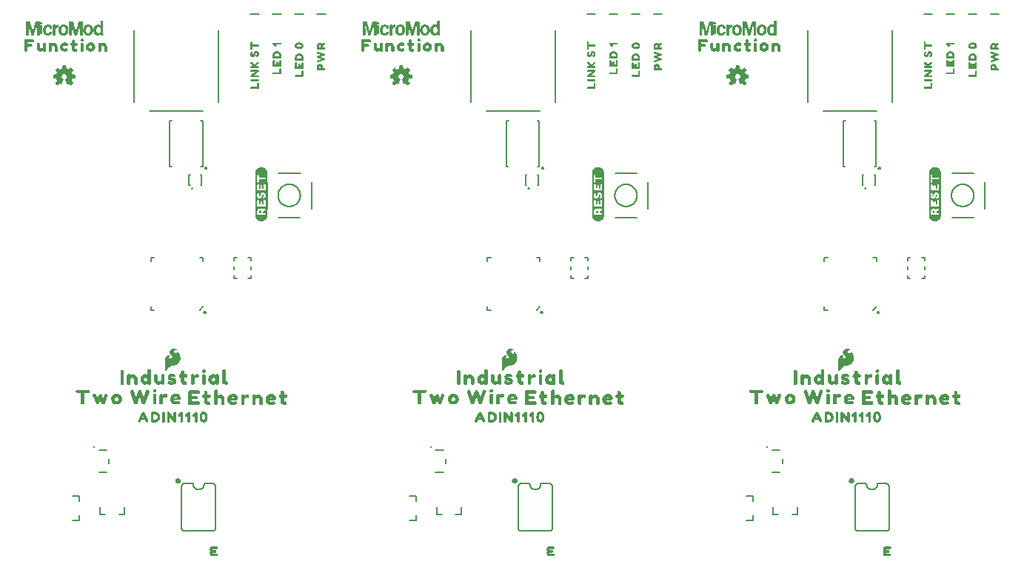
<source format=gto>
G04 EAGLE Gerber RS-274X export*
G75*
%MOMM*%
%FSLAX34Y34*%
%LPD*%
%INSilkscreen Top*%
%IPPOS*%
%AMOC8*
5,1,8,0,0,1.08239X$1,22.5*%
G01*
%ADD10R,0.640000X0.040000*%
%ADD11R,0.800000X0.040000*%
%ADD12R,0.840000X0.040000*%
%ADD13R,0.280000X0.040000*%
%ADD14R,0.600000X0.040000*%
%ADD15R,0.680000X0.040000*%
%ADD16R,0.760000X0.040000*%
%ADD17C,0.203200*%
%ADD18C,0.254000*%
%ADD19C,0.127000*%
%ADD20C,0.150000*%
%ADD21C,0.152400*%

G36*
X1057478Y409644D02*
X1057478Y409644D01*
X1057480Y409641D01*
X1058880Y409841D01*
X1058885Y409846D01*
X1058889Y409843D01*
X1060089Y410243D01*
X1060094Y410251D01*
X1060101Y410249D01*
X1061301Y411049D01*
X1061302Y411052D01*
X1061304Y411052D01*
X1061804Y411452D01*
X1061805Y411456D01*
X1061808Y411455D01*
X1062308Y411955D01*
X1062309Y411959D01*
X1062312Y411959D01*
X1062712Y412459D01*
X1062712Y412463D01*
X1062714Y412463D01*
X1063114Y413063D01*
X1063114Y413067D01*
X1063117Y413068D01*
X1063417Y413668D01*
X1063417Y413673D01*
X1063420Y413674D01*
X1063620Y414274D01*
X1063620Y414276D01*
X1063621Y414276D01*
X1063821Y414976D01*
X1063819Y414980D01*
X1063822Y414982D01*
X1063922Y415582D01*
X1063922Y415583D01*
X1064022Y416283D01*
X1064020Y416288D01*
X1064023Y416290D01*
X1064023Y464990D01*
X1064019Y464994D01*
X1064022Y464997D01*
X1063822Y466397D01*
X1063817Y466402D01*
X1063820Y466406D01*
X1063620Y467005D01*
X1063421Y467704D01*
X1063415Y467708D01*
X1063417Y467712D01*
X1063117Y468312D01*
X1063115Y468313D01*
X1063116Y468315D01*
X1062816Y468815D01*
X1062810Y468817D01*
X1062811Y468822D01*
X1062312Y469421D01*
X1061912Y469921D01*
X1061904Y469923D01*
X1061904Y469928D01*
X1061404Y470328D01*
X1061401Y470329D01*
X1061401Y470331D01*
X1060801Y470731D01*
X1060796Y470731D01*
X1060795Y470734D01*
X1059595Y471334D01*
X1059589Y471333D01*
X1059587Y471337D01*
X1058887Y471537D01*
X1058883Y471536D01*
X1058882Y471539D01*
X1058282Y471639D01*
X1058281Y471638D01*
X1058280Y471639D01*
X1057580Y471739D01*
X1057576Y471736D01*
X1057573Y471739D01*
X1056273Y471739D01*
X1056265Y471733D01*
X1056260Y471737D01*
X1055560Y471537D01*
X1055559Y471536D01*
X1055558Y471537D01*
X1054959Y471337D01*
X1054260Y471137D01*
X1054256Y471132D01*
X1054251Y471134D01*
X1053651Y470834D01*
X1053648Y470827D01*
X1053643Y470828D01*
X1053144Y470430D01*
X1052546Y470031D01*
X1052542Y470021D01*
X1052535Y470021D01*
X1052136Y469523D01*
X1051639Y469025D01*
X1051637Y469013D01*
X1051629Y469012D01*
X1050729Y467212D01*
X1050731Y467205D01*
X1050726Y467204D01*
X1050526Y466504D01*
X1050528Y466500D01*
X1050525Y466498D01*
X1050425Y465898D01*
X1050425Y465897D01*
X1050325Y465197D01*
X1050327Y465192D01*
X1050324Y465190D01*
X1050324Y416490D01*
X1050327Y416486D01*
X1050325Y416481D01*
X1050335Y416476D01*
X1050360Y416443D01*
X1050377Y416455D01*
X1050384Y416452D01*
X1050350Y416433D01*
X1050340Y416412D01*
X1050326Y416401D01*
X1050331Y416395D01*
X1050324Y416390D01*
X1050324Y416290D01*
X1050327Y416286D01*
X1050325Y416283D01*
X1050425Y415583D01*
X1050425Y415582D01*
X1050525Y414982D01*
X1050528Y414979D01*
X1050526Y414976D01*
X1050726Y414276D01*
X1050727Y414275D01*
X1050727Y414274D01*
X1050927Y413674D01*
X1050931Y413671D01*
X1050929Y413668D01*
X1051229Y413068D01*
X1051234Y413066D01*
X1051232Y413063D01*
X1051632Y412463D01*
X1051636Y412462D01*
X1051635Y412459D01*
X1052035Y411959D01*
X1052039Y411958D01*
X1052039Y411955D01*
X1052539Y411455D01*
X1052543Y411455D01*
X1052543Y411452D01*
X1053043Y411052D01*
X1053046Y411051D01*
X1053046Y411049D01*
X1053646Y410649D01*
X1053651Y410649D01*
X1053651Y410646D01*
X1054851Y410046D01*
X1054857Y410047D01*
X1054858Y410043D01*
X1055458Y409843D01*
X1055464Y409845D01*
X1055466Y409841D01*
X1056866Y409641D01*
X1056871Y409644D01*
X1056873Y409641D01*
X1057473Y409641D01*
X1057478Y409644D01*
G37*
G36*
X287324Y409644D02*
X287324Y409644D01*
X287327Y409641D01*
X288727Y409841D01*
X288732Y409846D01*
X288736Y409843D01*
X289936Y410243D01*
X289941Y410251D01*
X289947Y410249D01*
X291147Y411049D01*
X291148Y411052D01*
X291151Y411052D01*
X291651Y411452D01*
X291652Y411456D01*
X291655Y411455D01*
X292155Y411955D01*
X292155Y411959D01*
X292158Y411959D01*
X292558Y412459D01*
X292559Y412463D01*
X292561Y412463D01*
X292961Y413063D01*
X292961Y413067D01*
X292964Y413068D01*
X293264Y413668D01*
X293263Y413673D01*
X293267Y413674D01*
X293467Y414274D01*
X293466Y414276D01*
X293467Y414276D01*
X293667Y414976D01*
X293666Y414980D01*
X293669Y414982D01*
X293769Y415582D01*
X293768Y415583D01*
X293769Y415583D01*
X293869Y416283D01*
X293866Y416288D01*
X293869Y416290D01*
X293869Y464990D01*
X293866Y464994D01*
X293869Y464997D01*
X293669Y466397D01*
X293664Y466402D01*
X293667Y466406D01*
X293467Y467005D01*
X293267Y467704D01*
X293262Y467708D01*
X293264Y467712D01*
X292964Y468312D01*
X292961Y468313D01*
X292962Y468315D01*
X292662Y468815D01*
X292657Y468817D01*
X292658Y468822D01*
X292158Y469421D01*
X291758Y469921D01*
X291751Y469923D01*
X291751Y469928D01*
X291251Y470328D01*
X291247Y470329D01*
X291247Y470331D01*
X290647Y470731D01*
X290643Y470731D01*
X290642Y470734D01*
X289442Y471334D01*
X289435Y471333D01*
X289434Y471337D01*
X288734Y471537D01*
X288730Y471536D01*
X288728Y471539D01*
X288128Y471639D01*
X288127Y471638D01*
X288127Y471639D01*
X287427Y471739D01*
X287422Y471736D01*
X287420Y471739D01*
X286120Y471739D01*
X286112Y471733D01*
X286106Y471737D01*
X285406Y471537D01*
X285405Y471536D01*
X285404Y471537D01*
X284805Y471337D01*
X284106Y471137D01*
X284102Y471132D01*
X284098Y471134D01*
X283498Y470834D01*
X283495Y470827D01*
X283489Y470828D01*
X282991Y470430D01*
X282393Y470031D01*
X282389Y470021D01*
X282382Y470021D01*
X281983Y469523D01*
X281485Y469025D01*
X281484Y469013D01*
X281476Y469012D01*
X280576Y467212D01*
X280577Y467205D01*
X280573Y467204D01*
X280373Y466504D01*
X280374Y466500D01*
X280371Y466498D01*
X280271Y465898D01*
X280272Y465897D01*
X280271Y465897D01*
X280171Y465197D01*
X280174Y465192D01*
X280171Y465190D01*
X280171Y416490D01*
X280174Y416486D01*
X280172Y416481D01*
X280182Y416476D01*
X280207Y416443D01*
X280223Y416455D01*
X280230Y416452D01*
X280196Y416433D01*
X280187Y416412D01*
X280173Y416401D01*
X280177Y416395D01*
X280171Y416390D01*
X280171Y416290D01*
X280174Y416286D01*
X280171Y416283D01*
X280271Y415583D01*
X280272Y415582D01*
X280271Y415582D01*
X280371Y414982D01*
X280375Y414979D01*
X280373Y414976D01*
X280573Y414276D01*
X280574Y414275D01*
X280573Y414274D01*
X280773Y413674D01*
X280778Y413671D01*
X280776Y413668D01*
X281076Y413068D01*
X281080Y413066D01*
X281079Y413063D01*
X281479Y412463D01*
X281482Y412462D01*
X281482Y412459D01*
X281882Y411959D01*
X281886Y411958D01*
X281885Y411955D01*
X282385Y411455D01*
X282389Y411455D01*
X282389Y411452D01*
X282889Y411052D01*
X282893Y411051D01*
X282893Y411049D01*
X283493Y410649D01*
X283497Y410649D01*
X283498Y410646D01*
X284698Y410046D01*
X284703Y410047D01*
X284704Y410043D01*
X285304Y409843D01*
X285311Y409845D01*
X285313Y409841D01*
X286713Y409641D01*
X286718Y409644D01*
X286720Y409641D01*
X287320Y409641D01*
X287324Y409644D01*
G37*
G36*
X672414Y409644D02*
X672414Y409644D01*
X672416Y409641D01*
X673816Y409841D01*
X673821Y409846D01*
X673825Y409843D01*
X675025Y410243D01*
X675030Y410251D01*
X675037Y410249D01*
X676237Y411049D01*
X676238Y411052D01*
X676240Y411052D01*
X676740Y411452D01*
X676741Y411456D01*
X676744Y411455D01*
X677244Y411955D01*
X677245Y411959D01*
X677248Y411959D01*
X677648Y412459D01*
X677648Y412463D01*
X677650Y412463D01*
X678050Y413063D01*
X678050Y413067D01*
X678053Y413068D01*
X678353Y413668D01*
X678353Y413673D01*
X678356Y413674D01*
X678556Y414274D01*
X678556Y414276D01*
X678557Y414276D01*
X678757Y414976D01*
X678755Y414980D01*
X678758Y414982D01*
X678858Y415582D01*
X678858Y415583D01*
X678958Y416283D01*
X678956Y416288D01*
X678959Y416290D01*
X678959Y464990D01*
X678955Y464994D01*
X678958Y464997D01*
X678758Y466397D01*
X678753Y466402D01*
X678756Y466406D01*
X678556Y467005D01*
X678357Y467704D01*
X678351Y467708D01*
X678353Y467712D01*
X678053Y468312D01*
X678051Y468313D01*
X678052Y468315D01*
X677752Y468815D01*
X677746Y468817D01*
X677747Y468822D01*
X677248Y469421D01*
X676848Y469921D01*
X676840Y469923D01*
X676840Y469928D01*
X676340Y470328D01*
X676337Y470329D01*
X676337Y470331D01*
X675737Y470731D01*
X675732Y470731D01*
X675731Y470734D01*
X674531Y471334D01*
X674525Y471333D01*
X674523Y471337D01*
X673823Y471537D01*
X673819Y471536D01*
X673818Y471539D01*
X673218Y471639D01*
X673217Y471638D01*
X673216Y471639D01*
X672516Y471739D01*
X672512Y471736D01*
X672509Y471739D01*
X671209Y471739D01*
X671201Y471733D01*
X671196Y471737D01*
X670496Y471537D01*
X670495Y471536D01*
X670494Y471537D01*
X669895Y471337D01*
X669196Y471137D01*
X669192Y471132D01*
X669187Y471134D01*
X668587Y470834D01*
X668584Y470827D01*
X668579Y470828D01*
X668080Y470430D01*
X667482Y470031D01*
X667478Y470021D01*
X667471Y470021D01*
X667072Y469523D01*
X666575Y469025D01*
X666573Y469013D01*
X666565Y469012D01*
X665665Y467212D01*
X665667Y467205D01*
X665662Y467204D01*
X665462Y466504D01*
X665464Y466500D01*
X665461Y466498D01*
X665361Y465898D01*
X665361Y465897D01*
X665261Y465197D01*
X665263Y465192D01*
X665260Y465190D01*
X665260Y416490D01*
X665263Y416486D01*
X665261Y416481D01*
X665271Y416476D01*
X665296Y416443D01*
X665313Y416455D01*
X665320Y416452D01*
X665286Y416433D01*
X665276Y416412D01*
X665262Y416401D01*
X665267Y416395D01*
X665260Y416390D01*
X665260Y416290D01*
X665263Y416286D01*
X665261Y416283D01*
X665361Y415583D01*
X665361Y415582D01*
X665461Y414982D01*
X665464Y414979D01*
X665462Y414976D01*
X665662Y414276D01*
X665663Y414275D01*
X665663Y414274D01*
X665863Y413674D01*
X665867Y413671D01*
X665865Y413668D01*
X666165Y413068D01*
X666170Y413066D01*
X666168Y413063D01*
X666568Y412463D01*
X666572Y412462D01*
X666571Y412459D01*
X666971Y411959D01*
X666975Y411958D01*
X666975Y411955D01*
X667475Y411455D01*
X667479Y411455D01*
X667479Y411452D01*
X667979Y411052D01*
X667982Y411051D01*
X667982Y411049D01*
X668582Y410649D01*
X668587Y410649D01*
X668587Y410646D01*
X669787Y410046D01*
X669793Y410047D01*
X669794Y410043D01*
X670394Y409843D01*
X670400Y409845D01*
X670402Y409841D01*
X671802Y409641D01*
X671807Y409644D01*
X671809Y409641D01*
X672409Y409641D01*
X672414Y409644D01*
G37*
G36*
X454304Y565007D02*
X454304Y565007D01*
X454374Y565013D01*
X454388Y565022D01*
X454405Y565025D01*
X454511Y565097D01*
X454521Y565103D01*
X454522Y565105D01*
X454524Y565106D01*
X456824Y567406D01*
X456832Y567419D01*
X456833Y567420D01*
X456834Y567422D01*
X456837Y567426D01*
X456856Y567442D01*
X456882Y567499D01*
X456915Y567553D01*
X456917Y567577D01*
X456927Y567600D01*
X456925Y567662D01*
X456931Y567725D01*
X456922Y567748D01*
X456922Y567773D01*
X456882Y567855D01*
X456869Y567886D01*
X456863Y567892D01*
X456859Y567901D01*
X454913Y570495D01*
X454924Y570506D01*
X454942Y570536D01*
X454995Y570604D01*
X455095Y570804D01*
X455098Y570820D01*
X455108Y570833D01*
X455133Y570967D01*
X455135Y570972D01*
X455135Y570973D01*
X455135Y570974D01*
X455135Y570984D01*
X455167Y571049D01*
X455224Y571106D01*
X455242Y571136D01*
X455295Y571204D01*
X455395Y571404D01*
X455398Y571420D01*
X455408Y571433D01*
X455433Y571567D01*
X455435Y571572D01*
X455435Y571573D01*
X455435Y571574D01*
X455435Y571584D01*
X455595Y571904D01*
X455598Y571920D01*
X455608Y571933D01*
X455633Y572067D01*
X455635Y572072D01*
X455635Y572073D01*
X455635Y572074D01*
X455635Y572084D01*
X455695Y572204D01*
X455698Y572220D01*
X455708Y572233D01*
X455733Y572367D01*
X455735Y572372D01*
X455735Y572373D01*
X455735Y572374D01*
X455735Y572384D01*
X455795Y572504D01*
X455798Y572520D01*
X455808Y572533D01*
X455827Y572636D01*
X459120Y573200D01*
X459137Y573207D01*
X459157Y573208D01*
X459216Y573241D01*
X459279Y573267D01*
X459292Y573282D01*
X459309Y573291D01*
X459347Y573347D01*
X459392Y573398D01*
X459397Y573417D01*
X459408Y573433D01*
X459429Y573544D01*
X459435Y573566D01*
X459434Y573570D01*
X459435Y573574D01*
X459435Y576774D01*
X459430Y576793D01*
X459433Y576814D01*
X459421Y576846D01*
X459421Y576853D01*
X459416Y576862D01*
X459411Y576877D01*
X459395Y576942D01*
X459382Y576958D01*
X459376Y576977D01*
X459328Y577024D01*
X459285Y577076D01*
X459266Y577084D01*
X459252Y577098D01*
X459150Y577136D01*
X459127Y577146D01*
X459123Y577146D01*
X459118Y577148D01*
X455835Y577695D01*
X455835Y577774D01*
X455817Y577848D01*
X455804Y577923D01*
X455797Y577933D01*
X455795Y577942D01*
X455773Y577970D01*
X455735Y578025D01*
X455735Y578074D01*
X455717Y578148D01*
X455704Y578223D01*
X455697Y578233D01*
X455695Y578242D01*
X455673Y578270D01*
X455624Y578342D01*
X455567Y578398D01*
X455535Y578463D01*
X455535Y578574D01*
X455517Y578648D01*
X455504Y578723D01*
X455497Y578733D01*
X455495Y578742D01*
X455473Y578770D01*
X455435Y578825D01*
X455435Y578874D01*
X455417Y578948D01*
X455404Y579023D01*
X455397Y579033D01*
X455395Y579042D01*
X455373Y579070D01*
X455324Y579142D01*
X455267Y579198D01*
X455195Y579343D01*
X455172Y579371D01*
X455135Y579425D01*
X455135Y579474D01*
X455117Y579548D01*
X455104Y579623D01*
X455097Y579633D01*
X455095Y579642D01*
X455073Y579670D01*
X455024Y579742D01*
X454967Y579798D01*
X454927Y579878D01*
X456863Y582551D01*
X456873Y582575D01*
X456890Y582594D01*
X456906Y582654D01*
X456929Y582711D01*
X456928Y582736D01*
X456934Y582761D01*
X456922Y582822D01*
X456918Y582884D01*
X456906Y582906D01*
X456900Y582931D01*
X456849Y583003D01*
X456832Y583033D01*
X456824Y583038D01*
X456818Y583048D01*
X454518Y585248D01*
X454506Y585254D01*
X454499Y585265D01*
X454433Y585298D01*
X454369Y585336D01*
X454356Y585337D01*
X454344Y585342D01*
X454270Y585343D01*
X454196Y585348D01*
X454184Y585343D01*
X454171Y585343D01*
X454040Y585286D01*
X451367Y583442D01*
X451225Y583513D01*
X451209Y583517D01*
X451196Y583526D01*
X451062Y583552D01*
X451057Y583553D01*
X451056Y583553D01*
X451055Y583553D01*
X451045Y583553D01*
X450980Y583585D01*
X450924Y583642D01*
X450893Y583661D01*
X450825Y583713D01*
X450625Y583813D01*
X450609Y583817D01*
X450596Y583826D01*
X450462Y583852D01*
X450457Y583853D01*
X450456Y583853D01*
X450455Y583853D01*
X450445Y583853D01*
X450380Y583885D01*
X450324Y583942D01*
X450259Y583982D01*
X450196Y584026D01*
X450185Y584028D01*
X450177Y584033D01*
X450141Y584036D01*
X450055Y584053D01*
X449945Y584053D01*
X449825Y584113D01*
X449809Y584117D01*
X449796Y584126D01*
X449662Y584152D01*
X449657Y584153D01*
X449656Y584153D01*
X449655Y584153D01*
X449645Y584153D01*
X449525Y584213D01*
X449509Y584217D01*
X449496Y584226D01*
X449362Y584252D01*
X449357Y584253D01*
X449356Y584253D01*
X449355Y584253D01*
X449345Y584253D01*
X449225Y584313D01*
X449209Y584317D01*
X449196Y584326D01*
X449179Y584329D01*
X448629Y587538D01*
X448622Y587556D01*
X448621Y587575D01*
X448588Y587634D01*
X448562Y587697D01*
X448547Y587710D01*
X448538Y587727D01*
X448482Y587766D01*
X448431Y587810D01*
X448412Y587815D01*
X448396Y587826D01*
X448285Y587847D01*
X448263Y587853D01*
X448260Y587852D01*
X448255Y587853D01*
X445055Y587853D01*
X445037Y587849D01*
X445017Y587851D01*
X444953Y587829D01*
X444887Y587813D01*
X444872Y587801D01*
X444854Y587795D01*
X444806Y587747D01*
X444754Y587703D01*
X444746Y587686D01*
X444732Y587672D01*
X444692Y587566D01*
X444683Y587545D01*
X444683Y587542D01*
X444682Y587538D01*
X444123Y584282D01*
X444066Y584253D01*
X443955Y584253D01*
X443881Y584236D01*
X443806Y584222D01*
X443796Y584216D01*
X443787Y584213D01*
X443760Y584191D01*
X443704Y584153D01*
X443655Y584153D01*
X443640Y584149D01*
X443624Y584152D01*
X443492Y584115D01*
X443487Y584113D01*
X443486Y584113D01*
X443366Y584053D01*
X443355Y584053D01*
X443340Y584049D01*
X443324Y584052D01*
X443192Y584015D01*
X443187Y584013D01*
X443186Y584013D01*
X442986Y583913D01*
X442958Y583890D01*
X442904Y583853D01*
X442855Y583853D01*
X442781Y583836D01*
X442706Y583822D01*
X442696Y583816D01*
X442687Y583813D01*
X442660Y583791D01*
X442587Y583742D01*
X442531Y583685D01*
X442386Y583613D01*
X442358Y583590D01*
X442304Y583553D01*
X442255Y583553D01*
X442181Y583536D01*
X442106Y583522D01*
X442096Y583516D01*
X442087Y583513D01*
X442060Y583491D01*
X441987Y583442D01*
X441970Y583424D01*
X439271Y585286D01*
X439255Y585292D01*
X439242Y585304D01*
X439175Y585323D01*
X439110Y585349D01*
X439093Y585348D01*
X439076Y585352D01*
X439007Y585340D01*
X438937Y585334D01*
X438923Y585325D01*
X438906Y585322D01*
X438800Y585250D01*
X438789Y585244D01*
X438789Y585243D01*
X438787Y585242D01*
X436587Y583042D01*
X436578Y583027D01*
X436565Y583017D01*
X436533Y582954D01*
X436496Y582895D01*
X436494Y582878D01*
X436487Y582863D01*
X436486Y582792D01*
X436480Y582723D01*
X436486Y582707D01*
X436486Y582689D01*
X436537Y582572D01*
X436541Y582561D01*
X436542Y582560D01*
X436543Y582558D01*
X438394Y579875D01*
X438393Y579860D01*
X438376Y579774D01*
X438376Y579724D01*
X438368Y579711D01*
X438316Y579643D01*
X438244Y579498D01*
X438187Y579442D01*
X438147Y579377D01*
X438103Y579314D01*
X438101Y579303D01*
X438096Y579295D01*
X438093Y579260D01*
X438076Y579174D01*
X438076Y579124D01*
X438068Y579111D01*
X438016Y579043D01*
X437916Y578843D01*
X437912Y578828D01*
X437903Y578814D01*
X437886Y578727D01*
X437883Y578719D01*
X437883Y578711D01*
X437877Y578680D01*
X437876Y578675D01*
X437876Y578674D01*
X437876Y578663D01*
X437716Y578343D01*
X437712Y578328D01*
X437703Y578314D01*
X437677Y578180D01*
X437676Y578175D01*
X437676Y578174D01*
X437676Y578163D01*
X437616Y578043D01*
X437612Y578028D01*
X437603Y578014D01*
X437595Y577969D01*
X437591Y577961D01*
X437591Y577951D01*
X437577Y577880D01*
X437576Y577875D01*
X437576Y577874D01*
X437576Y577863D01*
X437516Y577743D01*
X437512Y577728D01*
X437503Y577714D01*
X437500Y577698D01*
X434291Y577148D01*
X434273Y577140D01*
X434254Y577139D01*
X434195Y577107D01*
X434132Y577080D01*
X434119Y577065D01*
X434102Y577056D01*
X434063Y577001D01*
X434019Y576949D01*
X434014Y576930D01*
X434003Y576914D01*
X433988Y576833D01*
X433983Y576823D01*
X433983Y576812D01*
X433982Y576803D01*
X433976Y576781D01*
X433977Y576778D01*
X433976Y576774D01*
X433976Y573574D01*
X433981Y573555D01*
X433978Y573536D01*
X434000Y573471D01*
X434016Y573405D01*
X434028Y573390D01*
X434034Y573372D01*
X434083Y573324D01*
X434126Y573272D01*
X434144Y573264D01*
X434157Y573250D01*
X434263Y573210D01*
X434284Y573201D01*
X434287Y573201D01*
X434291Y573200D01*
X437547Y572642D01*
X437576Y572584D01*
X437576Y572474D01*
X437594Y572399D01*
X437607Y572324D01*
X437613Y572314D01*
X437616Y572305D01*
X437638Y572278D01*
X437676Y572222D01*
X437676Y572174D01*
X437689Y572118D01*
X437690Y572099D01*
X437695Y572089D01*
X437707Y572024D01*
X437713Y572014D01*
X437716Y572005D01*
X437738Y571978D01*
X437787Y571906D01*
X437844Y571849D01*
X437876Y571784D01*
X437876Y571674D01*
X437894Y571599D01*
X437907Y571524D01*
X437913Y571514D01*
X437916Y571505D01*
X437938Y571478D01*
X437976Y571422D01*
X437976Y571374D01*
X437994Y571299D01*
X438007Y571224D01*
X438013Y571214D01*
X438016Y571205D01*
X438038Y571178D01*
X438087Y571106D01*
X438144Y571049D01*
X438216Y570904D01*
X438239Y570876D01*
X438282Y570813D01*
X438284Y570809D01*
X438285Y570809D01*
X438287Y570806D01*
X438344Y570749D01*
X438376Y570684D01*
X438376Y570674D01*
X438380Y570658D01*
X438378Y570642D01*
X438389Y570600D01*
X438390Y570582D01*
X438399Y570565D01*
X438414Y570511D01*
X438415Y570509D01*
X436547Y567894D01*
X436541Y567879D01*
X436530Y567868D01*
X436508Y567800D01*
X436481Y567734D01*
X436482Y567718D01*
X436477Y567703D01*
X436488Y567633D01*
X436493Y567561D01*
X436501Y567548D01*
X436504Y567532D01*
X436579Y567416D01*
X436581Y567412D01*
X438781Y565112D01*
X438799Y565100D01*
X438812Y565083D01*
X438871Y565053D01*
X438926Y565017D01*
X438947Y565015D01*
X438967Y565005D01*
X439033Y565005D01*
X439098Y564997D01*
X439118Y565004D01*
X439140Y565004D01*
X439234Y565046D01*
X439261Y565055D01*
X439265Y565059D01*
X439271Y565061D01*
X441991Y566938D01*
X442015Y566921D01*
X442026Y566919D01*
X442034Y566914D01*
X442069Y566911D01*
X442085Y566908D01*
X442087Y566906D01*
X442152Y566865D01*
X442215Y566821D01*
X442226Y566819D01*
X442234Y566814D01*
X442269Y566811D01*
X442285Y566808D01*
X442287Y566806D01*
X442352Y566765D01*
X442415Y566721D01*
X442426Y566719D01*
X442434Y566714D01*
X442469Y566711D01*
X442485Y566708D01*
X442487Y566706D01*
X442552Y566665D01*
X442615Y566621D01*
X442626Y566619D01*
X442634Y566614D01*
X442669Y566611D01*
X442685Y566608D01*
X442687Y566606D01*
X442752Y566565D01*
X442815Y566521D01*
X442826Y566519D01*
X442834Y566514D01*
X442869Y566511D01*
X442885Y566508D01*
X442887Y566506D01*
X442952Y566465D01*
X443015Y566421D01*
X443026Y566419D01*
X443034Y566414D01*
X443069Y566411D01*
X443155Y566394D01*
X443205Y566394D01*
X443226Y566381D01*
X443259Y566349D01*
X443299Y566336D01*
X443334Y566314D01*
X443380Y566310D01*
X443423Y566296D01*
X443465Y566302D01*
X443507Y566298D01*
X443549Y566314D01*
X443595Y566321D01*
X443629Y566345D01*
X443668Y566360D01*
X443699Y566393D01*
X443737Y566420D01*
X443763Y566462D01*
X443785Y566487D01*
X443793Y566512D01*
X443811Y566542D01*
X445811Y571942D01*
X445818Y571999D01*
X445834Y572054D01*
X445829Y572084D01*
X445833Y572114D01*
X445814Y572168D01*
X445803Y572225D01*
X445785Y572249D01*
X445776Y572277D01*
X445735Y572317D01*
X445700Y572363D01*
X445670Y572380D01*
X445652Y572398D01*
X445620Y572408D01*
X445575Y572433D01*
X445301Y572525D01*
X444980Y572685D01*
X444824Y572842D01*
X444793Y572861D01*
X444725Y572913D01*
X444580Y572985D01*
X444467Y573098D01*
X444395Y573243D01*
X444372Y573271D01*
X444324Y573342D01*
X444167Y573498D01*
X444007Y573819D01*
X443915Y574094D01*
X443903Y574113D01*
X443895Y574143D01*
X443735Y574463D01*
X443735Y574674D01*
X443726Y574709D01*
X443715Y574794D01*
X443635Y575035D01*
X443635Y575512D01*
X443999Y576606D01*
X444350Y577132D01*
X444497Y577279D01*
X444766Y577458D01*
X444787Y577481D01*
X444824Y577506D01*
X444997Y577679D01*
X445224Y577830D01*
X445475Y577914D01*
X445494Y577925D01*
X445507Y577928D01*
X445520Y577939D01*
X445566Y577958D01*
X445770Y578094D01*
X445955Y578094D01*
X445990Y578103D01*
X446047Y578106D01*
X446402Y578194D01*
X446994Y578194D01*
X447235Y578114D01*
X447271Y578111D01*
X447355Y578094D01*
X447541Y578094D01*
X447745Y577958D01*
X447780Y577945D01*
X447829Y577917D01*
X447831Y577916D01*
X447832Y577916D01*
X447835Y577914D01*
X448087Y577830D01*
X448614Y577479D01*
X448961Y577132D01*
X449312Y576606D01*
X449396Y576354D01*
X449415Y576322D01*
X449440Y576263D01*
X449576Y576059D01*
X449576Y575874D01*
X449584Y575839D01*
X449596Y575754D01*
X449676Y575512D01*
X449676Y574735D01*
X449596Y574494D01*
X449592Y574458D01*
X449576Y574374D01*
X449576Y574263D01*
X449516Y574143D01*
X449511Y574121D01*
X449496Y574094D01*
X449404Y573819D01*
X449344Y573698D01*
X449187Y573542D01*
X449168Y573511D01*
X449116Y573443D01*
X449044Y573298D01*
X448731Y572985D01*
X448586Y572913D01*
X448558Y572890D01*
X448487Y572842D01*
X448331Y572685D01*
X447786Y572413D01*
X447762Y572393D01*
X447733Y572381D01*
X447696Y572338D01*
X447653Y572302D01*
X447640Y572274D01*
X447620Y572251D01*
X447606Y572196D01*
X447583Y572144D01*
X447584Y572113D01*
X447576Y572083D01*
X447589Y572009D01*
X447590Y571971D01*
X447597Y571959D01*
X447600Y571942D01*
X449600Y566542D01*
X449611Y566525D01*
X449616Y566505D01*
X449658Y566454D01*
X449695Y566398D01*
X449713Y566387D01*
X449726Y566372D01*
X449787Y566345D01*
X449845Y566311D01*
X449865Y566310D01*
X449884Y566301D01*
X449951Y566304D01*
X450018Y566300D01*
X450036Y566307D01*
X450057Y566308D01*
X450115Y566340D01*
X450177Y566366D01*
X450191Y566382D01*
X450209Y566391D01*
X450222Y566410D01*
X450230Y566412D01*
X450305Y566425D01*
X450315Y566432D01*
X450324Y566434D01*
X450351Y566457D01*
X450424Y566506D01*
X450430Y566512D01*
X450505Y566525D01*
X450515Y566532D01*
X450524Y566534D01*
X450551Y566557D01*
X450624Y566606D01*
X450630Y566612D01*
X450705Y566625D01*
X450715Y566632D01*
X450724Y566634D01*
X450751Y566657D01*
X450807Y566694D01*
X450855Y566694D01*
X450930Y566712D01*
X451005Y566725D01*
X451015Y566732D01*
X451024Y566734D01*
X451051Y566757D01*
X451124Y566806D01*
X451130Y566812D01*
X451205Y566825D01*
X451215Y566832D01*
X451224Y566834D01*
X451251Y566857D01*
X451324Y566906D01*
X451341Y566923D01*
X454040Y565061D01*
X454056Y565055D01*
X454069Y565044D01*
X454136Y565024D01*
X454201Y564998D01*
X454218Y565000D01*
X454235Y564995D01*
X454304Y565007D01*
G37*
G36*
X69214Y565007D02*
X69214Y565007D01*
X69284Y565013D01*
X69299Y565022D01*
X69316Y565025D01*
X69422Y565097D01*
X69432Y565103D01*
X69433Y565105D01*
X69434Y565106D01*
X71734Y567406D01*
X71742Y567419D01*
X71743Y567420D01*
X71745Y567422D01*
X71747Y567426D01*
X71766Y567442D01*
X71792Y567499D01*
X71825Y567553D01*
X71828Y567577D01*
X71838Y567600D01*
X71836Y567662D01*
X71842Y567725D01*
X71833Y567748D01*
X71832Y567773D01*
X71792Y567855D01*
X71780Y567886D01*
X71774Y567892D01*
X71769Y567901D01*
X69824Y570495D01*
X69834Y570506D01*
X69853Y570536D01*
X69905Y570604D01*
X70005Y570804D01*
X70009Y570820D01*
X70018Y570833D01*
X70044Y570967D01*
X70045Y570972D01*
X70045Y570973D01*
X70045Y570974D01*
X70045Y570984D01*
X70078Y571049D01*
X70134Y571106D01*
X70153Y571136D01*
X70205Y571204D01*
X70305Y571404D01*
X70309Y571420D01*
X70318Y571433D01*
X70344Y571567D01*
X70345Y571572D01*
X70345Y571573D01*
X70345Y571574D01*
X70345Y571584D01*
X70505Y571904D01*
X70509Y571920D01*
X70518Y571933D01*
X70544Y572067D01*
X70545Y572072D01*
X70545Y572073D01*
X70545Y572074D01*
X70545Y572084D01*
X70605Y572204D01*
X70609Y572220D01*
X70618Y572233D01*
X70644Y572367D01*
X70645Y572372D01*
X70645Y572373D01*
X70645Y572374D01*
X70645Y572384D01*
X70705Y572504D01*
X70709Y572520D01*
X70718Y572533D01*
X70738Y572636D01*
X74030Y573200D01*
X74048Y573207D01*
X74067Y573208D01*
X74127Y573241D01*
X74189Y573267D01*
X74202Y573282D01*
X74219Y573291D01*
X74258Y573347D01*
X74302Y573398D01*
X74307Y573417D01*
X74318Y573433D01*
X74340Y573544D01*
X74345Y573566D01*
X74344Y573570D01*
X74345Y573574D01*
X74345Y576774D01*
X74341Y576793D01*
X74343Y576814D01*
X74332Y576846D01*
X74331Y576853D01*
X74326Y576862D01*
X74321Y576877D01*
X74306Y576942D01*
X74293Y576958D01*
X74286Y576977D01*
X74238Y577024D01*
X74196Y577076D01*
X74177Y577084D01*
X74163Y577098D01*
X74061Y577136D01*
X74038Y577146D01*
X74033Y577146D01*
X74028Y577148D01*
X70745Y577695D01*
X70745Y577774D01*
X70728Y577848D01*
X70714Y577923D01*
X70708Y577933D01*
X70706Y577942D01*
X70683Y577970D01*
X70645Y578025D01*
X70645Y578074D01*
X70628Y578148D01*
X70614Y578223D01*
X70608Y578233D01*
X70606Y578242D01*
X70583Y578270D01*
X70534Y578342D01*
X70478Y578398D01*
X70445Y578463D01*
X70445Y578574D01*
X70428Y578648D01*
X70414Y578723D01*
X70408Y578733D01*
X70406Y578742D01*
X70383Y578770D01*
X70345Y578825D01*
X70345Y578874D01*
X70328Y578948D01*
X70314Y579023D01*
X70308Y579033D01*
X70306Y579042D01*
X70283Y579070D01*
X70234Y579142D01*
X70178Y579198D01*
X70105Y579343D01*
X70082Y579371D01*
X70045Y579425D01*
X70045Y579474D01*
X70028Y579548D01*
X70014Y579623D01*
X70008Y579633D01*
X70006Y579642D01*
X69983Y579670D01*
X69934Y579742D01*
X69878Y579798D01*
X69838Y579878D01*
X71773Y582551D01*
X71783Y582575D01*
X71800Y582594D01*
X71816Y582654D01*
X71840Y582711D01*
X71838Y582736D01*
X71845Y582761D01*
X71833Y582822D01*
X71829Y582884D01*
X71816Y582906D01*
X71811Y582931D01*
X71760Y583003D01*
X71742Y583033D01*
X71735Y583038D01*
X71728Y583048D01*
X69428Y585248D01*
X69417Y585254D01*
X69409Y585265D01*
X69343Y585298D01*
X69279Y585336D01*
X69266Y585337D01*
X69255Y585342D01*
X69181Y585343D01*
X69107Y585348D01*
X69095Y585343D01*
X69082Y585343D01*
X68951Y585286D01*
X66277Y583442D01*
X66136Y583513D01*
X66120Y583517D01*
X66107Y583526D01*
X65973Y583552D01*
X65967Y583553D01*
X65966Y583553D01*
X65956Y583553D01*
X65891Y583585D01*
X65834Y583642D01*
X65804Y583661D01*
X65736Y583713D01*
X65536Y583813D01*
X65520Y583817D01*
X65507Y583826D01*
X65373Y583852D01*
X65367Y583853D01*
X65366Y583853D01*
X65356Y583853D01*
X65291Y583885D01*
X65234Y583942D01*
X65169Y583982D01*
X65107Y584026D01*
X65095Y584028D01*
X65087Y584033D01*
X65052Y584036D01*
X64966Y584053D01*
X64856Y584053D01*
X64736Y584113D01*
X64720Y584117D01*
X64707Y584126D01*
X64573Y584152D01*
X64567Y584153D01*
X64566Y584153D01*
X64556Y584153D01*
X64436Y584213D01*
X64420Y584217D01*
X64407Y584226D01*
X64273Y584252D01*
X64267Y584253D01*
X64266Y584253D01*
X64256Y584253D01*
X64136Y584313D01*
X64120Y584317D01*
X64107Y584326D01*
X64090Y584329D01*
X63540Y587538D01*
X63532Y587556D01*
X63531Y587575D01*
X63499Y587634D01*
X63472Y587697D01*
X63458Y587710D01*
X63448Y587727D01*
X63393Y587766D01*
X63341Y587810D01*
X63322Y587815D01*
X63307Y587826D01*
X63196Y587847D01*
X63174Y587853D01*
X63170Y587852D01*
X63166Y587853D01*
X59966Y587853D01*
X59947Y587849D01*
X59928Y587851D01*
X59864Y587829D01*
X59798Y587813D01*
X59783Y587801D01*
X59764Y587795D01*
X59717Y587747D01*
X59664Y587703D01*
X59656Y587686D01*
X59643Y587672D01*
X59603Y587566D01*
X59594Y587545D01*
X59594Y587542D01*
X59592Y587538D01*
X59034Y584282D01*
X58976Y584253D01*
X58866Y584253D01*
X58792Y584236D01*
X58716Y584222D01*
X58707Y584216D01*
X58698Y584213D01*
X58670Y584191D01*
X58614Y584153D01*
X58566Y584153D01*
X58550Y584149D01*
X58534Y584152D01*
X58403Y584115D01*
X58398Y584113D01*
X58397Y584113D01*
X58396Y584113D01*
X58276Y584053D01*
X58266Y584053D01*
X58250Y584049D01*
X58234Y584052D01*
X58103Y584015D01*
X58098Y584013D01*
X58097Y584013D01*
X58096Y584013D01*
X57896Y583913D01*
X57869Y583890D01*
X57814Y583853D01*
X57766Y583853D01*
X57692Y583836D01*
X57616Y583822D01*
X57607Y583816D01*
X57598Y583813D01*
X57570Y583791D01*
X57498Y583742D01*
X57441Y583685D01*
X57296Y583613D01*
X57269Y583590D01*
X57214Y583553D01*
X57166Y583553D01*
X57092Y583536D01*
X57016Y583522D01*
X57007Y583516D01*
X56998Y583513D01*
X56970Y583491D01*
X56898Y583442D01*
X56880Y583424D01*
X54181Y585286D01*
X54165Y585292D01*
X54153Y585304D01*
X54086Y585323D01*
X54020Y585349D01*
X54003Y585348D01*
X53987Y585352D01*
X53918Y585340D01*
X53848Y585334D01*
X53833Y585325D01*
X53816Y585322D01*
X53710Y585250D01*
X53700Y585244D01*
X53699Y585243D01*
X53698Y585242D01*
X51498Y583042D01*
X51489Y583027D01*
X51475Y583017D01*
X51444Y582954D01*
X51407Y582895D01*
X51405Y582878D01*
X51397Y582863D01*
X51397Y582792D01*
X51390Y582723D01*
X51396Y582707D01*
X51396Y582689D01*
X51448Y582572D01*
X51452Y582561D01*
X51453Y582560D01*
X51454Y582558D01*
X53305Y579875D01*
X53303Y579860D01*
X53287Y579774D01*
X53287Y579724D01*
X53279Y579711D01*
X53227Y579643D01*
X53154Y579498D01*
X53098Y579442D01*
X53058Y579377D01*
X53014Y579314D01*
X53012Y579303D01*
X53007Y579295D01*
X53003Y579260D01*
X52987Y579174D01*
X52987Y579124D01*
X52979Y579111D01*
X52927Y579043D01*
X52827Y578843D01*
X52823Y578828D01*
X52814Y578814D01*
X52797Y578727D01*
X52794Y578719D01*
X52794Y578711D01*
X52788Y578680D01*
X52787Y578675D01*
X52787Y578674D01*
X52787Y578663D01*
X52627Y578343D01*
X52623Y578328D01*
X52614Y578314D01*
X52588Y578180D01*
X52587Y578175D01*
X52587Y578174D01*
X52587Y578163D01*
X52527Y578043D01*
X52523Y578028D01*
X52514Y578014D01*
X52505Y577969D01*
X52501Y577961D01*
X52502Y577951D01*
X52488Y577880D01*
X52487Y577875D01*
X52487Y577874D01*
X52487Y577863D01*
X52427Y577743D01*
X52423Y577728D01*
X52414Y577714D01*
X52411Y577698D01*
X49202Y577148D01*
X49184Y577140D01*
X49165Y577139D01*
X49105Y577107D01*
X49043Y577080D01*
X49030Y577065D01*
X49013Y577056D01*
X48974Y577001D01*
X48930Y576949D01*
X48925Y576930D01*
X48914Y576914D01*
X48898Y576833D01*
X48894Y576823D01*
X48894Y576812D01*
X48892Y576803D01*
X48887Y576781D01*
X48888Y576778D01*
X48887Y576774D01*
X48887Y573574D01*
X48891Y573555D01*
X48889Y573536D01*
X48911Y573471D01*
X48926Y573405D01*
X48939Y573390D01*
X48945Y573372D01*
X48993Y573324D01*
X49036Y573272D01*
X49054Y573264D01*
X49068Y573250D01*
X49174Y573210D01*
X49194Y573201D01*
X49198Y573201D01*
X49202Y573200D01*
X52458Y572642D01*
X52487Y572584D01*
X52487Y572474D01*
X52504Y572399D01*
X52518Y572324D01*
X52524Y572314D01*
X52526Y572305D01*
X52549Y572278D01*
X52587Y572222D01*
X52587Y572174D01*
X52600Y572118D01*
X52601Y572099D01*
X52606Y572089D01*
X52618Y572024D01*
X52624Y572014D01*
X52626Y572005D01*
X52649Y571978D01*
X52698Y571906D01*
X52754Y571849D01*
X52787Y571784D01*
X52787Y571674D01*
X52804Y571599D01*
X52818Y571524D01*
X52824Y571514D01*
X52826Y571505D01*
X52849Y571478D01*
X52887Y571422D01*
X52887Y571374D01*
X52904Y571299D01*
X52918Y571224D01*
X52924Y571214D01*
X52926Y571205D01*
X52949Y571178D01*
X52998Y571106D01*
X53054Y571049D01*
X53127Y570904D01*
X53150Y570876D01*
X53193Y570813D01*
X53195Y570809D01*
X53196Y570809D01*
X53198Y570806D01*
X53254Y570749D01*
X53287Y570684D01*
X53287Y570674D01*
X53290Y570658D01*
X53288Y570642D01*
X53300Y570600D01*
X53301Y570582D01*
X53310Y570565D01*
X53325Y570511D01*
X53325Y570509D01*
X51457Y567894D01*
X51451Y567879D01*
X51440Y567868D01*
X51419Y567800D01*
X51392Y567734D01*
X51393Y567718D01*
X51388Y567703D01*
X51399Y567633D01*
X51404Y567561D01*
X51412Y567548D01*
X51414Y567532D01*
X51489Y567416D01*
X51491Y567412D01*
X51492Y567412D01*
X53692Y565112D01*
X53710Y565100D01*
X53723Y565083D01*
X53782Y565053D01*
X53837Y565017D01*
X53858Y565015D01*
X53877Y565005D01*
X53943Y565005D01*
X54009Y564997D01*
X54029Y565004D01*
X54050Y565004D01*
X54145Y565046D01*
X54172Y565055D01*
X54175Y565059D01*
X54181Y565061D01*
X56902Y566938D01*
X56925Y566921D01*
X56937Y566919D01*
X56945Y566914D01*
X56980Y566911D01*
X56995Y566908D01*
X56998Y566906D01*
X57063Y566865D01*
X57125Y566821D01*
X57137Y566819D01*
X57145Y566814D01*
X57180Y566811D01*
X57195Y566808D01*
X57198Y566806D01*
X57263Y566765D01*
X57325Y566721D01*
X57337Y566719D01*
X57345Y566714D01*
X57380Y566711D01*
X57395Y566708D01*
X57398Y566706D01*
X57463Y566665D01*
X57525Y566621D01*
X57537Y566619D01*
X57545Y566614D01*
X57580Y566611D01*
X57595Y566608D01*
X57598Y566606D01*
X57663Y566565D01*
X57725Y566521D01*
X57737Y566519D01*
X57745Y566514D01*
X57780Y566511D01*
X57795Y566508D01*
X57798Y566506D01*
X57863Y566465D01*
X57925Y566421D01*
X57937Y566419D01*
X57945Y566414D01*
X57980Y566411D01*
X58066Y566394D01*
X58116Y566394D01*
X58137Y566381D01*
X58170Y566349D01*
X58209Y566336D01*
X58245Y566314D01*
X58290Y566310D01*
X58334Y566296D01*
X58376Y566302D01*
X58417Y566298D01*
X58460Y566314D01*
X58505Y566321D01*
X58540Y566345D01*
X58579Y566360D01*
X58610Y566393D01*
X58647Y566420D01*
X58673Y566462D01*
X58696Y566487D01*
X58703Y566512D01*
X58722Y566542D01*
X60722Y571942D01*
X60729Y571999D01*
X60745Y572054D01*
X60739Y572084D01*
X60743Y572114D01*
X60724Y572168D01*
X60714Y572225D01*
X60696Y572249D01*
X60686Y572277D01*
X60645Y572317D01*
X60611Y572363D01*
X60581Y572380D01*
X60562Y572398D01*
X60530Y572408D01*
X60486Y572433D01*
X60212Y572525D01*
X59891Y572685D01*
X59734Y572842D01*
X59704Y572861D01*
X59636Y572913D01*
X59491Y572985D01*
X59378Y573098D01*
X59305Y573243D01*
X59282Y573271D01*
X59234Y573342D01*
X59078Y573498D01*
X58917Y573819D01*
X58826Y574094D01*
X58814Y574113D01*
X58805Y574143D01*
X58645Y574463D01*
X58645Y574674D01*
X58637Y574709D01*
X58626Y574794D01*
X58545Y575035D01*
X58545Y575512D01*
X58910Y576606D01*
X59261Y577132D01*
X59408Y577279D01*
X59676Y577458D01*
X59698Y577481D01*
X59734Y577506D01*
X59908Y577679D01*
X60134Y577830D01*
X60386Y577914D01*
X60404Y577925D01*
X60418Y577928D01*
X60431Y577939D01*
X60476Y577958D01*
X60681Y578094D01*
X60866Y578094D01*
X60901Y578103D01*
X60958Y578106D01*
X61313Y578194D01*
X61904Y578194D01*
X62146Y578114D01*
X62182Y578111D01*
X62266Y578094D01*
X62451Y578094D01*
X62656Y577958D01*
X62691Y577945D01*
X62740Y577917D01*
X62742Y577916D01*
X62743Y577916D01*
X62746Y577914D01*
X62998Y577830D01*
X63525Y577479D01*
X63871Y577132D01*
X64222Y576606D01*
X64306Y576354D01*
X64326Y576322D01*
X64350Y576263D01*
X64487Y576059D01*
X64487Y575874D01*
X64495Y575839D01*
X64506Y575754D01*
X64587Y575512D01*
X64587Y574735D01*
X64506Y574494D01*
X64503Y574458D01*
X64487Y574374D01*
X64487Y574263D01*
X64427Y574143D01*
X64421Y574121D01*
X64406Y574094D01*
X64315Y573819D01*
X64254Y573698D01*
X64098Y573542D01*
X64079Y573511D01*
X64027Y573443D01*
X63954Y573298D01*
X63641Y572985D01*
X63496Y572913D01*
X63469Y572890D01*
X63398Y572842D01*
X63241Y572685D01*
X62696Y572413D01*
X62673Y572393D01*
X62644Y572381D01*
X62607Y572338D01*
X62563Y572302D01*
X62551Y572274D01*
X62531Y572251D01*
X62516Y572196D01*
X62493Y572144D01*
X62495Y572113D01*
X62487Y572083D01*
X62499Y572009D01*
X62501Y571971D01*
X62508Y571959D01*
X62510Y571942D01*
X64510Y566542D01*
X64522Y566525D01*
X64526Y566505D01*
X64569Y566454D01*
X64606Y566398D01*
X64624Y566387D01*
X64636Y566372D01*
X64698Y566345D01*
X64756Y566311D01*
X64776Y566310D01*
X64794Y566301D01*
X64861Y566304D01*
X64928Y566300D01*
X64947Y566307D01*
X64967Y566308D01*
X65026Y566340D01*
X65088Y566366D01*
X65101Y566382D01*
X65119Y566391D01*
X65132Y566410D01*
X65140Y566412D01*
X65216Y566425D01*
X65225Y566432D01*
X65234Y566434D01*
X65262Y566457D01*
X65334Y566506D01*
X65341Y566512D01*
X65416Y566525D01*
X65425Y566532D01*
X65434Y566534D01*
X65462Y566557D01*
X65534Y566606D01*
X65541Y566612D01*
X65616Y566625D01*
X65625Y566632D01*
X65634Y566634D01*
X65662Y566657D01*
X65718Y566694D01*
X65766Y566694D01*
X65840Y566712D01*
X65916Y566725D01*
X65925Y566732D01*
X65934Y566734D01*
X65962Y566757D01*
X66034Y566806D01*
X66041Y566812D01*
X66116Y566825D01*
X66125Y566832D01*
X66134Y566834D01*
X66162Y566857D01*
X66234Y566906D01*
X66252Y566923D01*
X68951Y565061D01*
X68967Y565055D01*
X68979Y565044D01*
X69047Y565024D01*
X69112Y564998D01*
X69129Y565000D01*
X69145Y564995D01*
X69214Y565007D01*
G37*
G36*
X839368Y565007D02*
X839368Y565007D01*
X839438Y565013D01*
X839452Y565022D01*
X839469Y565025D01*
X839575Y565097D01*
X839585Y565103D01*
X839586Y565105D01*
X839588Y565106D01*
X841888Y567406D01*
X841896Y567419D01*
X841897Y567420D01*
X841898Y567422D01*
X841901Y567426D01*
X841920Y567442D01*
X841946Y567499D01*
X841979Y567553D01*
X841981Y567577D01*
X841991Y567600D01*
X841989Y567662D01*
X841995Y567725D01*
X841986Y567748D01*
X841986Y567773D01*
X841946Y567855D01*
X841933Y567886D01*
X841927Y567892D01*
X841923Y567901D01*
X839977Y570495D01*
X839988Y570506D01*
X840006Y570536D01*
X840059Y570604D01*
X840159Y570804D01*
X840162Y570820D01*
X840172Y570833D01*
X840197Y570967D01*
X840199Y570972D01*
X840199Y570973D01*
X840199Y570974D01*
X840199Y570984D01*
X840231Y571049D01*
X840288Y571106D01*
X840306Y571136D01*
X840359Y571204D01*
X840459Y571404D01*
X840462Y571420D01*
X840472Y571433D01*
X840497Y571567D01*
X840499Y571572D01*
X840499Y571573D01*
X840499Y571574D01*
X840499Y571584D01*
X840659Y571904D01*
X840662Y571920D01*
X840672Y571933D01*
X840697Y572067D01*
X840699Y572072D01*
X840699Y572073D01*
X840699Y572074D01*
X840699Y572084D01*
X840759Y572204D01*
X840762Y572220D01*
X840772Y572233D01*
X840797Y572367D01*
X840799Y572372D01*
X840799Y572373D01*
X840799Y572374D01*
X840799Y572384D01*
X840859Y572504D01*
X840862Y572520D01*
X840872Y572533D01*
X840891Y572636D01*
X844184Y573200D01*
X844201Y573207D01*
X844221Y573208D01*
X844280Y573241D01*
X844343Y573267D01*
X844356Y573282D01*
X844373Y573291D01*
X844411Y573347D01*
X844456Y573398D01*
X844461Y573417D01*
X844472Y573433D01*
X844493Y573544D01*
X844499Y573566D01*
X844498Y573570D01*
X844499Y573574D01*
X844499Y576774D01*
X844494Y576793D01*
X844497Y576814D01*
X844485Y576846D01*
X844485Y576853D01*
X844480Y576862D01*
X844475Y576877D01*
X844459Y576942D01*
X844446Y576958D01*
X844440Y576977D01*
X844392Y577024D01*
X844349Y577076D01*
X844330Y577084D01*
X844316Y577098D01*
X844214Y577136D01*
X844191Y577146D01*
X844187Y577146D01*
X844182Y577148D01*
X840899Y577695D01*
X840899Y577774D01*
X840881Y577848D01*
X840868Y577923D01*
X840861Y577933D01*
X840859Y577942D01*
X840837Y577970D01*
X840799Y578025D01*
X840799Y578074D01*
X840781Y578148D01*
X840768Y578223D01*
X840761Y578233D01*
X840759Y578242D01*
X840737Y578270D01*
X840688Y578342D01*
X840631Y578398D01*
X840599Y578463D01*
X840599Y578574D01*
X840581Y578648D01*
X840568Y578723D01*
X840561Y578733D01*
X840559Y578742D01*
X840537Y578770D01*
X840499Y578825D01*
X840499Y578874D01*
X840481Y578948D01*
X840468Y579023D01*
X840461Y579033D01*
X840459Y579042D01*
X840437Y579070D01*
X840388Y579142D01*
X840331Y579198D01*
X840259Y579343D01*
X840236Y579371D01*
X840199Y579425D01*
X840199Y579474D01*
X840181Y579548D01*
X840168Y579623D01*
X840161Y579633D01*
X840159Y579642D01*
X840137Y579670D01*
X840088Y579742D01*
X840031Y579798D01*
X839991Y579878D01*
X841927Y582551D01*
X841937Y582575D01*
X841954Y582594D01*
X841970Y582654D01*
X841993Y582711D01*
X841992Y582736D01*
X841998Y582761D01*
X841986Y582822D01*
X841982Y582884D01*
X841970Y582906D01*
X841964Y582931D01*
X841913Y583003D01*
X841896Y583033D01*
X841888Y583038D01*
X841882Y583048D01*
X839582Y585248D01*
X839570Y585254D01*
X839563Y585265D01*
X839497Y585298D01*
X839433Y585336D01*
X839420Y585337D01*
X839408Y585342D01*
X839334Y585343D01*
X839260Y585348D01*
X839248Y585343D01*
X839235Y585343D01*
X839104Y585286D01*
X836431Y583442D01*
X836289Y583513D01*
X836273Y583517D01*
X836260Y583526D01*
X836126Y583552D01*
X836121Y583553D01*
X836120Y583553D01*
X836119Y583553D01*
X836109Y583553D01*
X836044Y583585D01*
X835988Y583642D01*
X835957Y583661D01*
X835889Y583713D01*
X835689Y583813D01*
X835673Y583817D01*
X835660Y583826D01*
X835526Y583852D01*
X835521Y583853D01*
X835520Y583853D01*
X835519Y583853D01*
X835509Y583853D01*
X835444Y583885D01*
X835388Y583942D01*
X835323Y583982D01*
X835260Y584026D01*
X835249Y584028D01*
X835241Y584033D01*
X835205Y584036D01*
X835119Y584053D01*
X835009Y584053D01*
X834889Y584113D01*
X834873Y584117D01*
X834860Y584126D01*
X834726Y584152D01*
X834721Y584153D01*
X834720Y584153D01*
X834719Y584153D01*
X834709Y584153D01*
X834589Y584213D01*
X834573Y584217D01*
X834560Y584226D01*
X834426Y584252D01*
X834421Y584253D01*
X834420Y584253D01*
X834419Y584253D01*
X834409Y584253D01*
X834289Y584313D01*
X834273Y584317D01*
X834260Y584326D01*
X834243Y584329D01*
X833693Y587538D01*
X833686Y587556D01*
X833685Y587575D01*
X833652Y587634D01*
X833626Y587697D01*
X833611Y587710D01*
X833602Y587727D01*
X833546Y587766D01*
X833495Y587810D01*
X833476Y587815D01*
X833460Y587826D01*
X833349Y587847D01*
X833327Y587853D01*
X833324Y587852D01*
X833319Y587853D01*
X830119Y587853D01*
X830101Y587849D01*
X830081Y587851D01*
X830017Y587829D01*
X829951Y587813D01*
X829936Y587801D01*
X829918Y587795D01*
X829870Y587747D01*
X829818Y587703D01*
X829810Y587686D01*
X829796Y587672D01*
X829756Y587566D01*
X829747Y587545D01*
X829747Y587542D01*
X829746Y587538D01*
X829187Y584282D01*
X829130Y584253D01*
X829019Y584253D01*
X828945Y584236D01*
X828870Y584222D01*
X828860Y584216D01*
X828851Y584213D01*
X828824Y584191D01*
X828768Y584153D01*
X828719Y584153D01*
X828704Y584149D01*
X828688Y584152D01*
X828556Y584115D01*
X828551Y584113D01*
X828550Y584113D01*
X828430Y584053D01*
X828419Y584053D01*
X828404Y584049D01*
X828388Y584052D01*
X828256Y584015D01*
X828251Y584013D01*
X828250Y584013D01*
X828050Y583913D01*
X828022Y583890D01*
X827968Y583853D01*
X827919Y583853D01*
X827845Y583836D01*
X827770Y583822D01*
X827760Y583816D01*
X827751Y583813D01*
X827724Y583791D01*
X827651Y583742D01*
X827595Y583685D01*
X827450Y583613D01*
X827422Y583590D01*
X827368Y583553D01*
X827319Y583553D01*
X827245Y583536D01*
X827170Y583522D01*
X827160Y583516D01*
X827151Y583513D01*
X827124Y583491D01*
X827051Y583442D01*
X827034Y583424D01*
X824335Y585286D01*
X824319Y585292D01*
X824306Y585304D01*
X824239Y585323D01*
X824174Y585349D01*
X824157Y585348D01*
X824140Y585352D01*
X824071Y585340D01*
X824001Y585334D01*
X823987Y585325D01*
X823970Y585322D01*
X823864Y585250D01*
X823853Y585244D01*
X823853Y585243D01*
X823851Y585242D01*
X821651Y583042D01*
X821642Y583027D01*
X821629Y583017D01*
X821597Y582954D01*
X821560Y582895D01*
X821558Y582878D01*
X821551Y582863D01*
X821550Y582792D01*
X821544Y582723D01*
X821550Y582707D01*
X821550Y582689D01*
X821601Y582572D01*
X821605Y582561D01*
X821606Y582560D01*
X821607Y582558D01*
X823458Y579875D01*
X823457Y579860D01*
X823440Y579774D01*
X823440Y579724D01*
X823432Y579711D01*
X823380Y579643D01*
X823308Y579498D01*
X823251Y579442D01*
X823211Y579377D01*
X823167Y579314D01*
X823165Y579303D01*
X823160Y579295D01*
X823157Y579260D01*
X823140Y579174D01*
X823140Y579124D01*
X823132Y579111D01*
X823080Y579043D01*
X822980Y578843D01*
X822976Y578828D01*
X822967Y578814D01*
X822950Y578727D01*
X822947Y578719D01*
X822947Y578711D01*
X822941Y578680D01*
X822940Y578675D01*
X822940Y578674D01*
X822940Y578663D01*
X822780Y578343D01*
X822776Y578328D01*
X822767Y578314D01*
X822741Y578180D01*
X822740Y578175D01*
X822740Y578174D01*
X822740Y578163D01*
X822680Y578043D01*
X822676Y578028D01*
X822667Y578014D01*
X822659Y577969D01*
X822655Y577961D01*
X822655Y577951D01*
X822641Y577880D01*
X822640Y577875D01*
X822640Y577874D01*
X822640Y577863D01*
X822580Y577743D01*
X822576Y577728D01*
X822567Y577714D01*
X822564Y577698D01*
X819355Y577148D01*
X819337Y577140D01*
X819318Y577139D01*
X819259Y577107D01*
X819196Y577080D01*
X819183Y577065D01*
X819166Y577056D01*
X819127Y577001D01*
X819083Y576949D01*
X819078Y576930D01*
X819067Y576914D01*
X819052Y576833D01*
X819047Y576823D01*
X819047Y576812D01*
X819046Y576803D01*
X819040Y576781D01*
X819041Y576778D01*
X819040Y576774D01*
X819040Y573574D01*
X819045Y573555D01*
X819042Y573536D01*
X819064Y573471D01*
X819080Y573405D01*
X819092Y573390D01*
X819098Y573372D01*
X819147Y573324D01*
X819190Y573272D01*
X819208Y573264D01*
X819221Y573250D01*
X819327Y573210D01*
X819348Y573201D01*
X819351Y573201D01*
X819355Y573200D01*
X822611Y572642D01*
X822640Y572584D01*
X822640Y572474D01*
X822658Y572399D01*
X822671Y572324D01*
X822677Y572314D01*
X822680Y572305D01*
X822702Y572278D01*
X822740Y572222D01*
X822740Y572174D01*
X822753Y572118D01*
X822754Y572099D01*
X822759Y572089D01*
X822771Y572024D01*
X822777Y572014D01*
X822780Y572005D01*
X822802Y571978D01*
X822851Y571906D01*
X822908Y571849D01*
X822940Y571784D01*
X822940Y571674D01*
X822958Y571599D01*
X822971Y571524D01*
X822977Y571514D01*
X822980Y571505D01*
X823002Y571478D01*
X823040Y571422D01*
X823040Y571374D01*
X823058Y571299D01*
X823071Y571224D01*
X823077Y571214D01*
X823080Y571205D01*
X823102Y571178D01*
X823151Y571106D01*
X823208Y571049D01*
X823280Y570904D01*
X823303Y570876D01*
X823346Y570813D01*
X823348Y570809D01*
X823349Y570809D01*
X823351Y570806D01*
X823408Y570749D01*
X823440Y570684D01*
X823440Y570674D01*
X823444Y570658D01*
X823442Y570642D01*
X823453Y570600D01*
X823454Y570582D01*
X823463Y570565D01*
X823478Y570511D01*
X823479Y570509D01*
X821611Y567894D01*
X821605Y567879D01*
X821594Y567868D01*
X821572Y567800D01*
X821545Y567734D01*
X821546Y567718D01*
X821541Y567703D01*
X821552Y567633D01*
X821557Y567561D01*
X821565Y567548D01*
X821568Y567532D01*
X821643Y567416D01*
X821645Y567412D01*
X823845Y565112D01*
X823863Y565100D01*
X823876Y565083D01*
X823935Y565053D01*
X823990Y565017D01*
X824011Y565015D01*
X824031Y565005D01*
X824097Y565005D01*
X824162Y564997D01*
X824182Y565004D01*
X824204Y565004D01*
X824298Y565046D01*
X824325Y565055D01*
X824329Y565059D01*
X824335Y565061D01*
X827055Y566938D01*
X827079Y566921D01*
X827090Y566919D01*
X827098Y566914D01*
X827133Y566911D01*
X827149Y566908D01*
X827151Y566906D01*
X827216Y566865D01*
X827279Y566821D01*
X827290Y566819D01*
X827298Y566814D01*
X827333Y566811D01*
X827349Y566808D01*
X827351Y566806D01*
X827416Y566765D01*
X827479Y566721D01*
X827490Y566719D01*
X827498Y566714D01*
X827533Y566711D01*
X827549Y566708D01*
X827551Y566706D01*
X827616Y566665D01*
X827679Y566621D01*
X827690Y566619D01*
X827698Y566614D01*
X827733Y566611D01*
X827749Y566608D01*
X827751Y566606D01*
X827816Y566565D01*
X827879Y566521D01*
X827890Y566519D01*
X827898Y566514D01*
X827933Y566511D01*
X827949Y566508D01*
X827951Y566506D01*
X828016Y566465D01*
X828079Y566421D01*
X828090Y566419D01*
X828098Y566414D01*
X828133Y566411D01*
X828219Y566394D01*
X828269Y566394D01*
X828290Y566381D01*
X828323Y566349D01*
X828363Y566336D01*
X828398Y566314D01*
X828444Y566310D01*
X828487Y566296D01*
X828529Y566302D01*
X828571Y566298D01*
X828613Y566314D01*
X828659Y566321D01*
X828693Y566345D01*
X828732Y566360D01*
X828763Y566393D01*
X828801Y566420D01*
X828827Y566462D01*
X828849Y566487D01*
X828857Y566512D01*
X828875Y566542D01*
X830875Y571942D01*
X830882Y571999D01*
X830898Y572054D01*
X830893Y572084D01*
X830897Y572114D01*
X830878Y572168D01*
X830867Y572225D01*
X830849Y572249D01*
X830840Y572277D01*
X830799Y572317D01*
X830764Y572363D01*
X830734Y572380D01*
X830716Y572398D01*
X830684Y572408D01*
X830639Y572433D01*
X830365Y572525D01*
X830044Y572685D01*
X829888Y572842D01*
X829857Y572861D01*
X829789Y572913D01*
X829644Y572985D01*
X829531Y573098D01*
X829459Y573243D01*
X829436Y573271D01*
X829388Y573342D01*
X829231Y573498D01*
X829071Y573819D01*
X828979Y574094D01*
X828967Y574113D01*
X828959Y574143D01*
X828799Y574463D01*
X828799Y574674D01*
X828790Y574709D01*
X828779Y574794D01*
X828699Y575035D01*
X828699Y575512D01*
X829063Y576606D01*
X829414Y577132D01*
X829561Y577279D01*
X829830Y577458D01*
X829851Y577481D01*
X829888Y577506D01*
X830061Y577679D01*
X830288Y577830D01*
X830539Y577914D01*
X830558Y577925D01*
X830571Y577928D01*
X830584Y577939D01*
X830630Y577958D01*
X830834Y578094D01*
X831019Y578094D01*
X831054Y578103D01*
X831111Y578106D01*
X831466Y578194D01*
X832058Y578194D01*
X832299Y578114D01*
X832335Y578111D01*
X832419Y578094D01*
X832605Y578094D01*
X832809Y577958D01*
X832844Y577945D01*
X832893Y577917D01*
X832895Y577916D01*
X832896Y577916D01*
X832899Y577914D01*
X833151Y577830D01*
X833678Y577479D01*
X834025Y577132D01*
X834376Y576606D01*
X834460Y576354D01*
X834479Y576322D01*
X834504Y576263D01*
X834640Y576059D01*
X834640Y575874D01*
X834648Y575839D01*
X834660Y575754D01*
X834740Y575512D01*
X834740Y574735D01*
X834660Y574494D01*
X834656Y574458D01*
X834640Y574374D01*
X834640Y574263D01*
X834580Y574143D01*
X834575Y574121D01*
X834560Y574094D01*
X834468Y573819D01*
X834408Y573698D01*
X834251Y573542D01*
X834232Y573511D01*
X834180Y573443D01*
X834108Y573298D01*
X833795Y572985D01*
X833650Y572913D01*
X833622Y572890D01*
X833551Y572842D01*
X833395Y572685D01*
X832850Y572413D01*
X832826Y572393D01*
X832797Y572381D01*
X832760Y572338D01*
X832717Y572302D01*
X832704Y572274D01*
X832684Y572251D01*
X832670Y572196D01*
X832647Y572144D01*
X832648Y572113D01*
X832640Y572083D01*
X832653Y572009D01*
X832654Y571971D01*
X832661Y571959D01*
X832664Y571942D01*
X834664Y566542D01*
X834675Y566525D01*
X834680Y566505D01*
X834722Y566454D01*
X834759Y566398D01*
X834777Y566387D01*
X834790Y566372D01*
X834851Y566345D01*
X834909Y566311D01*
X834929Y566310D01*
X834948Y566301D01*
X835015Y566304D01*
X835082Y566300D01*
X835100Y566307D01*
X835121Y566308D01*
X835179Y566340D01*
X835241Y566366D01*
X835255Y566382D01*
X835273Y566391D01*
X835286Y566410D01*
X835294Y566412D01*
X835369Y566425D01*
X835379Y566432D01*
X835388Y566434D01*
X835415Y566457D01*
X835488Y566506D01*
X835494Y566512D01*
X835569Y566525D01*
X835579Y566532D01*
X835588Y566534D01*
X835615Y566557D01*
X835688Y566606D01*
X835694Y566612D01*
X835769Y566625D01*
X835779Y566632D01*
X835788Y566634D01*
X835815Y566657D01*
X835871Y566694D01*
X835919Y566694D01*
X835994Y566712D01*
X836069Y566725D01*
X836079Y566732D01*
X836088Y566734D01*
X836115Y566757D01*
X836188Y566806D01*
X836194Y566812D01*
X836269Y566825D01*
X836279Y566832D01*
X836288Y566834D01*
X836315Y566857D01*
X836388Y566906D01*
X836405Y566923D01*
X839104Y565061D01*
X839120Y565055D01*
X839133Y565044D01*
X839200Y565024D01*
X839265Y564998D01*
X839282Y565000D01*
X839299Y564995D01*
X839368Y565007D01*
G37*
G36*
X177229Y238181D02*
X177229Y238181D01*
X177291Y238183D01*
X177313Y238196D01*
X177339Y238200D01*
X177410Y238248D01*
X177443Y238266D01*
X177449Y238274D01*
X177459Y238281D01*
X177959Y238781D01*
X177978Y238812D01*
X178016Y238854D01*
X178292Y239314D01*
X178759Y239781D01*
X178767Y239794D01*
X178782Y239807D01*
X179271Y240393D01*
X180459Y241581D01*
X180466Y241592D01*
X180479Y241603D01*
X181669Y242992D01*
X182626Y243948D01*
X183524Y244487D01*
X184021Y244570D01*
X185890Y244570D01*
X185916Y244576D01*
X185953Y244575D01*
X187153Y244775D01*
X187168Y244782D01*
X187190Y244783D01*
X188290Y245083D01*
X188307Y245092D01*
X188331Y245097D01*
X189331Y245497D01*
X189353Y245512D01*
X189386Y245524D01*
X190386Y246124D01*
X190406Y246144D01*
X190440Y246164D01*
X191240Y246864D01*
X191247Y246873D01*
X191259Y246881D01*
X192059Y247681D01*
X192070Y247699D01*
X192090Y247717D01*
X192790Y248617D01*
X192801Y248640D01*
X192822Y248665D01*
X193822Y250465D01*
X193833Y250501D01*
X193858Y250553D01*
X194358Y252453D01*
X194359Y252485D01*
X194370Y252528D01*
X194470Y254228D01*
X194463Y254264D01*
X194464Y254320D01*
X194164Y255920D01*
X194155Y255941D01*
X194151Y255970D01*
X193651Y257470D01*
X193632Y257501D01*
X193611Y257554D01*
X192911Y258654D01*
X192892Y258673D01*
X192874Y258703D01*
X192649Y258956D01*
X192311Y259336D01*
X192074Y259603D01*
X192042Y259625D01*
X191992Y259672D01*
X191192Y260172D01*
X191162Y260183D01*
X191142Y260197D01*
X191107Y260203D01*
X191062Y260223D01*
X191045Y260223D01*
X191028Y260228D01*
X190996Y260224D01*
X190990Y260224D01*
X190982Y260222D01*
X190959Y260219D01*
X190889Y260217D01*
X190874Y260208D01*
X190856Y260206D01*
X190826Y260186D01*
X190821Y260185D01*
X190807Y260173D01*
X190798Y260167D01*
X190737Y260134D01*
X190727Y260119D01*
X190712Y260109D01*
X190696Y260081D01*
X190688Y260075D01*
X190674Y260044D01*
X190637Y259992D01*
X190634Y259973D01*
X190626Y259959D01*
X190624Y259933D01*
X190617Y259916D01*
X190618Y259891D01*
X190610Y259850D01*
X190610Y259012D01*
X190538Y258796D01*
X190478Y258675D01*
X190285Y258482D01*
X190128Y258430D01*
X189937Y258430D01*
X189223Y258609D01*
X188881Y258780D01*
X188610Y258961D01*
X188240Y259238D01*
X187686Y259792D01*
X187343Y260306D01*
X187270Y260597D01*
X187270Y261088D01*
X187342Y261304D01*
X187420Y261459D01*
X187570Y261685D01*
X187891Y261925D01*
X188214Y262087D01*
X188665Y262177D01*
X188672Y262181D01*
X188682Y262181D01*
X189037Y262270D01*
X189500Y262270D01*
X189620Y262210D01*
X189635Y262206D01*
X189648Y262197D01*
X189782Y262171D01*
X189789Y262170D01*
X189790Y262170D01*
X189890Y262170D01*
X189915Y262176D01*
X189941Y262173D01*
X189999Y262195D01*
X190059Y262209D01*
X190079Y262226D01*
X190103Y262235D01*
X190145Y262280D01*
X190192Y262319D01*
X190203Y262343D01*
X190220Y262362D01*
X190238Y262421D01*
X190263Y262478D01*
X190262Y262503D01*
X190270Y262528D01*
X190259Y262589D01*
X190257Y262651D01*
X190244Y262673D01*
X190240Y262699D01*
X190192Y262770D01*
X190174Y262803D01*
X190166Y262809D01*
X190159Y262819D01*
X190059Y262919D01*
X190039Y262931D01*
X190018Y262954D01*
X189618Y263254D01*
X189592Y263266D01*
X189560Y263290D01*
X188160Y263990D01*
X188148Y263993D01*
X188139Y263999D01*
X188110Y264005D01*
X188073Y264021D01*
X187173Y264221D01*
X187139Y264221D01*
X187090Y264230D01*
X186090Y264230D01*
X186062Y264224D01*
X186022Y264224D01*
X184922Y264024D01*
X184887Y264009D01*
X184830Y263991D01*
X184815Y263987D01*
X184812Y263985D01*
X184808Y263984D01*
X183708Y263384D01*
X183688Y263366D01*
X183657Y263350D01*
X182757Y262650D01*
X182737Y262626D01*
X182668Y262552D01*
X182168Y261752D01*
X182156Y261718D01*
X182129Y261670D01*
X181829Y260770D01*
X181826Y260733D01*
X181810Y260650D01*
X181810Y259850D01*
X181817Y259817D01*
X181819Y259768D01*
X182019Y258868D01*
X182036Y258832D01*
X182058Y258765D01*
X182558Y257865D01*
X182580Y257841D01*
X182604Y257800D01*
X183304Y257000D01*
X183305Y256999D01*
X183306Y256997D01*
X184106Y256097D01*
X184114Y256092D01*
X184121Y256081D01*
X184763Y255439D01*
X185010Y254781D01*
X185010Y254212D01*
X184851Y253735D01*
X184530Y253334D01*
X184034Y253003D01*
X183343Y252830D01*
X182628Y252830D01*
X182199Y252916D01*
X181804Y253074D01*
X181286Y253592D01*
X181135Y253819D01*
X181070Y254012D01*
X181070Y254288D01*
X181122Y254445D01*
X181595Y254918D01*
X181810Y254989D01*
X181830Y255002D01*
X181860Y255010D01*
X182260Y255210D01*
X182289Y255234D01*
X182359Y255281D01*
X182459Y255381D01*
X182472Y255402D01*
X182491Y255418D01*
X182517Y255475D01*
X182550Y255528D01*
X182553Y255553D01*
X182563Y255576D01*
X182561Y255639D01*
X182567Y255701D01*
X182558Y255724D01*
X182557Y255749D01*
X182527Y255804D01*
X182505Y255863D01*
X182487Y255880D01*
X182475Y255902D01*
X182405Y255956D01*
X182378Y255980D01*
X182369Y255983D01*
X182360Y255990D01*
X181960Y256190D01*
X181945Y256194D01*
X181932Y256203D01*
X181798Y256229D01*
X181792Y256230D01*
X181791Y256230D01*
X181790Y256230D01*
X180590Y256230D01*
X180564Y256224D01*
X180528Y256225D01*
X179928Y256125D01*
X179922Y256123D01*
X179915Y256123D01*
X179415Y256023D01*
X179389Y256011D01*
X179349Y256003D01*
X178849Y255803D01*
X178818Y255781D01*
X178762Y255754D01*
X178362Y255454D01*
X178358Y255450D01*
X178352Y255447D01*
X177852Y255047D01*
X177835Y255024D01*
X177764Y254946D01*
X177164Y253946D01*
X177152Y253910D01*
X177124Y253854D01*
X176924Y253154D01*
X176923Y253129D01*
X176913Y253097D01*
X176813Y252297D01*
X176815Y252276D01*
X176810Y252250D01*
X176810Y238550D01*
X176816Y238525D01*
X176813Y238499D01*
X176835Y238442D01*
X176849Y238381D01*
X176866Y238361D01*
X176875Y238337D01*
X176920Y238295D01*
X176959Y238248D01*
X176983Y238237D01*
X177002Y238220D01*
X177061Y238202D01*
X177118Y238177D01*
X177143Y238178D01*
X177168Y238170D01*
X177229Y238181D01*
G37*
G36*
X562318Y238181D02*
X562318Y238181D01*
X562380Y238183D01*
X562403Y238196D01*
X562428Y238200D01*
X562500Y238248D01*
X562532Y238266D01*
X562538Y238274D01*
X562548Y238281D01*
X563048Y238781D01*
X563068Y238812D01*
X563105Y238854D01*
X563381Y239314D01*
X563848Y239781D01*
X563856Y239794D01*
X563872Y239807D01*
X564361Y240393D01*
X565548Y241581D01*
X565555Y241592D01*
X565568Y241603D01*
X566759Y242992D01*
X567715Y243948D01*
X568613Y244487D01*
X569111Y244570D01*
X570979Y244570D01*
X571006Y244576D01*
X571042Y244575D01*
X572242Y244775D01*
X572258Y244782D01*
X572279Y244783D01*
X573379Y245083D01*
X573396Y245092D01*
X573421Y245097D01*
X574421Y245497D01*
X574442Y245512D01*
X574475Y245524D01*
X575475Y246124D01*
X575496Y246144D01*
X575530Y246164D01*
X576330Y246864D01*
X576337Y246873D01*
X576348Y246881D01*
X577148Y247681D01*
X577159Y247699D01*
X577180Y247717D01*
X577880Y248617D01*
X577890Y248640D01*
X577912Y248665D01*
X578912Y250465D01*
X578922Y250501D01*
X578947Y250553D01*
X579447Y252453D01*
X579448Y252485D01*
X579459Y252528D01*
X579559Y254228D01*
X579553Y254264D01*
X579553Y254320D01*
X579253Y255920D01*
X579244Y255941D01*
X579240Y255970D01*
X578740Y257470D01*
X578721Y257501D01*
X578700Y257554D01*
X578000Y258654D01*
X577981Y258673D01*
X577964Y258703D01*
X577738Y258956D01*
X577400Y259336D01*
X577164Y259603D01*
X577132Y259625D01*
X577081Y259672D01*
X576281Y260172D01*
X576251Y260183D01*
X576231Y260197D01*
X576196Y260203D01*
X576152Y260223D01*
X576134Y260223D01*
X576117Y260228D01*
X576085Y260224D01*
X576079Y260224D01*
X576072Y260222D01*
X576048Y260219D01*
X575979Y260217D01*
X575963Y260208D01*
X575945Y260206D01*
X575916Y260186D01*
X575911Y260185D01*
X575897Y260173D01*
X575887Y260167D01*
X575827Y260134D01*
X575816Y260119D01*
X575801Y260109D01*
X575785Y260081D01*
X575777Y260075D01*
X575764Y260044D01*
X575727Y259992D01*
X575723Y259973D01*
X575715Y259959D01*
X575714Y259933D01*
X575706Y259916D01*
X575707Y259891D01*
X575699Y259850D01*
X575699Y259012D01*
X575627Y258796D01*
X575567Y258675D01*
X575374Y258482D01*
X575218Y258430D01*
X575026Y258430D01*
X574312Y258609D01*
X573971Y258780D01*
X573699Y258961D01*
X573329Y259238D01*
X572775Y259792D01*
X572432Y260306D01*
X572360Y260597D01*
X572360Y261088D01*
X572432Y261304D01*
X572509Y261459D01*
X572660Y261685D01*
X572980Y261925D01*
X573304Y262087D01*
X573754Y262177D01*
X573762Y262181D01*
X573772Y262181D01*
X574126Y262270D01*
X574590Y262270D01*
X574709Y262210D01*
X574724Y262206D01*
X574737Y262197D01*
X574871Y262171D01*
X574878Y262170D01*
X574879Y262170D01*
X574979Y262170D01*
X575005Y262176D01*
X575030Y262173D01*
X575088Y262195D01*
X575148Y262209D01*
X575168Y262226D01*
X575192Y262235D01*
X575234Y262280D01*
X575282Y262319D01*
X575292Y262343D01*
X575310Y262362D01*
X575327Y262421D01*
X575353Y262478D01*
X575352Y262503D01*
X575359Y262528D01*
X575348Y262589D01*
X575346Y262651D01*
X575334Y262673D01*
X575329Y262699D01*
X575281Y262770D01*
X575263Y262803D01*
X575255Y262809D01*
X575248Y262819D01*
X575148Y262919D01*
X575128Y262931D01*
X575108Y262954D01*
X574708Y263254D01*
X574681Y263266D01*
X574649Y263290D01*
X573249Y263990D01*
X573237Y263993D01*
X573229Y263999D01*
X573200Y264005D01*
X573162Y264021D01*
X572262Y264221D01*
X572228Y264221D01*
X572179Y264230D01*
X571179Y264230D01*
X571151Y264224D01*
X571111Y264224D01*
X570011Y264024D01*
X569976Y264009D01*
X569919Y263991D01*
X569904Y263987D01*
X569902Y263985D01*
X569897Y263984D01*
X568797Y263384D01*
X568778Y263366D01*
X568746Y263350D01*
X567846Y262650D01*
X567827Y262626D01*
X567757Y262552D01*
X567257Y261752D01*
X567245Y261718D01*
X567219Y261670D01*
X566919Y260770D01*
X566915Y260733D01*
X566899Y260650D01*
X566899Y259850D01*
X566907Y259817D01*
X566908Y259768D01*
X567108Y258868D01*
X567125Y258832D01*
X567147Y258765D01*
X567647Y257865D01*
X567669Y257841D01*
X567693Y257800D01*
X568393Y257000D01*
X568394Y256999D01*
X568395Y256997D01*
X569195Y256097D01*
X569204Y256092D01*
X569211Y256081D01*
X569852Y255439D01*
X570099Y254781D01*
X570099Y254212D01*
X569940Y253735D01*
X569619Y253334D01*
X569123Y253003D01*
X568433Y252830D01*
X567717Y252830D01*
X567288Y252916D01*
X566893Y253074D01*
X566375Y253592D01*
X566224Y253819D01*
X566160Y254012D01*
X566160Y254288D01*
X566212Y254445D01*
X566685Y254918D01*
X566900Y254989D01*
X566920Y255002D01*
X566949Y255010D01*
X567349Y255210D01*
X567378Y255234D01*
X567448Y255281D01*
X567548Y255381D01*
X567561Y255402D01*
X567581Y255418D01*
X567607Y255475D01*
X567640Y255528D01*
X567642Y255553D01*
X567652Y255576D01*
X567650Y255639D01*
X567656Y255701D01*
X567647Y255724D01*
X567646Y255749D01*
X567617Y255804D01*
X567595Y255863D01*
X567576Y255880D01*
X567564Y255902D01*
X567494Y255956D01*
X567468Y255980D01*
X567459Y255983D01*
X567449Y255990D01*
X567049Y256190D01*
X567034Y256194D01*
X567022Y256203D01*
X566888Y256229D01*
X566881Y256230D01*
X566880Y256230D01*
X566879Y256230D01*
X565679Y256230D01*
X565653Y256224D01*
X565617Y256225D01*
X565017Y256125D01*
X565012Y256123D01*
X565005Y256123D01*
X564505Y256023D01*
X564478Y256011D01*
X564438Y256003D01*
X563938Y255803D01*
X563907Y255781D01*
X563851Y255754D01*
X563451Y255454D01*
X563448Y255450D01*
X563442Y255447D01*
X562942Y255047D01*
X562924Y255024D01*
X562853Y254946D01*
X562253Y253946D01*
X562242Y253910D01*
X562214Y253854D01*
X562014Y253154D01*
X562013Y253129D01*
X562002Y253097D01*
X561902Y252297D01*
X561904Y252276D01*
X561899Y252250D01*
X561899Y238550D01*
X561905Y238525D01*
X561903Y238499D01*
X561925Y238442D01*
X561939Y238381D01*
X561955Y238361D01*
X561964Y238337D01*
X562010Y238295D01*
X562049Y238248D01*
X562072Y238237D01*
X562091Y238220D01*
X562151Y238202D01*
X562207Y238177D01*
X562233Y238178D01*
X562257Y238170D01*
X562318Y238181D01*
G37*
G36*
X947382Y238181D02*
X947382Y238181D01*
X947444Y238183D01*
X947467Y238196D01*
X947492Y238200D01*
X947564Y238248D01*
X947596Y238266D01*
X947602Y238274D01*
X947612Y238281D01*
X948112Y238781D01*
X948132Y238812D01*
X948169Y238854D01*
X948445Y239314D01*
X948912Y239781D01*
X948920Y239794D01*
X948936Y239807D01*
X949425Y240393D01*
X950612Y241581D01*
X950619Y241592D01*
X950632Y241603D01*
X951823Y242992D01*
X952779Y243948D01*
X953677Y244487D01*
X954175Y244570D01*
X956043Y244570D01*
X956070Y244576D01*
X956106Y244575D01*
X957306Y244775D01*
X957322Y244782D01*
X957343Y244783D01*
X958443Y245083D01*
X958460Y245092D01*
X958485Y245097D01*
X959485Y245497D01*
X959506Y245512D01*
X959539Y245524D01*
X960539Y246124D01*
X960560Y246144D01*
X960594Y246164D01*
X961394Y246864D01*
X961401Y246873D01*
X961412Y246881D01*
X962212Y247681D01*
X962223Y247699D01*
X962244Y247717D01*
X962944Y248617D01*
X962954Y248640D01*
X962976Y248665D01*
X963976Y250465D01*
X963986Y250501D01*
X964011Y250553D01*
X964511Y252453D01*
X964512Y252485D01*
X964523Y252528D01*
X964623Y254228D01*
X964617Y254264D01*
X964617Y254320D01*
X964317Y255920D01*
X964308Y255941D01*
X964304Y255970D01*
X963804Y257470D01*
X963785Y257501D01*
X963764Y257554D01*
X963064Y258654D01*
X963045Y258673D01*
X963028Y258703D01*
X962802Y258956D01*
X962464Y259336D01*
X962228Y259603D01*
X962196Y259625D01*
X962145Y259672D01*
X961345Y260172D01*
X961315Y260183D01*
X961295Y260197D01*
X961260Y260203D01*
X961216Y260223D01*
X961198Y260223D01*
X961181Y260228D01*
X961149Y260224D01*
X961143Y260224D01*
X961136Y260222D01*
X961112Y260219D01*
X961043Y260217D01*
X961027Y260208D01*
X961009Y260206D01*
X960980Y260186D01*
X960975Y260185D01*
X960961Y260173D01*
X960951Y260167D01*
X960891Y260134D01*
X960880Y260119D01*
X960865Y260109D01*
X960849Y260081D01*
X960841Y260075D01*
X960828Y260044D01*
X960791Y259992D01*
X960787Y259973D01*
X960779Y259959D01*
X960778Y259933D01*
X960770Y259916D01*
X960771Y259891D01*
X960763Y259850D01*
X960763Y259012D01*
X960691Y258796D01*
X960631Y258675D01*
X960438Y258482D01*
X960282Y258430D01*
X960090Y258430D01*
X959376Y258609D01*
X959035Y258780D01*
X958763Y258961D01*
X958393Y259238D01*
X957839Y259792D01*
X957496Y260306D01*
X957424Y260597D01*
X957424Y261088D01*
X957496Y261304D01*
X957573Y261459D01*
X957724Y261685D01*
X958044Y261925D01*
X958368Y262087D01*
X958818Y262177D01*
X958826Y262181D01*
X958836Y262181D01*
X959190Y262270D01*
X959654Y262270D01*
X959773Y262210D01*
X959788Y262206D01*
X959801Y262197D01*
X959935Y262171D01*
X959942Y262170D01*
X959943Y262170D01*
X960043Y262170D01*
X960069Y262176D01*
X960094Y262173D01*
X960152Y262195D01*
X960212Y262209D01*
X960232Y262226D01*
X960256Y262235D01*
X960298Y262280D01*
X960346Y262319D01*
X960356Y262343D01*
X960374Y262362D01*
X960391Y262421D01*
X960417Y262478D01*
X960416Y262503D01*
X960423Y262528D01*
X960412Y262589D01*
X960410Y262651D01*
X960398Y262673D01*
X960393Y262699D01*
X960345Y262770D01*
X960327Y262803D01*
X960319Y262809D01*
X960312Y262819D01*
X960212Y262919D01*
X960192Y262931D01*
X960172Y262954D01*
X959772Y263254D01*
X959745Y263266D01*
X959713Y263290D01*
X958313Y263990D01*
X958301Y263993D01*
X958293Y263999D01*
X958264Y264005D01*
X958226Y264021D01*
X957326Y264221D01*
X957292Y264221D01*
X957243Y264230D01*
X956243Y264230D01*
X956215Y264224D01*
X956175Y264224D01*
X955075Y264024D01*
X955040Y264009D01*
X954983Y263991D01*
X954968Y263987D01*
X954966Y263985D01*
X954961Y263984D01*
X953861Y263384D01*
X953842Y263366D01*
X953810Y263350D01*
X952910Y262650D01*
X952891Y262626D01*
X952821Y262552D01*
X952321Y261752D01*
X952309Y261718D01*
X952283Y261670D01*
X951983Y260770D01*
X951979Y260733D01*
X951963Y260650D01*
X951963Y259850D01*
X951971Y259817D01*
X951972Y259768D01*
X952172Y258868D01*
X952189Y258832D01*
X952211Y258765D01*
X952711Y257865D01*
X952733Y257841D01*
X952757Y257800D01*
X953457Y257000D01*
X953458Y256999D01*
X953459Y256997D01*
X954259Y256097D01*
X954268Y256092D01*
X954275Y256081D01*
X954916Y255439D01*
X955163Y254781D01*
X955163Y254212D01*
X955004Y253735D01*
X954683Y253334D01*
X954187Y253003D01*
X953497Y252830D01*
X952781Y252830D01*
X952352Y252916D01*
X951957Y253074D01*
X951439Y253592D01*
X951288Y253819D01*
X951224Y254012D01*
X951224Y254288D01*
X951276Y254445D01*
X951749Y254918D01*
X951964Y254989D01*
X951984Y255002D01*
X952013Y255010D01*
X952413Y255210D01*
X952442Y255234D01*
X952512Y255281D01*
X952612Y255381D01*
X952625Y255402D01*
X952645Y255418D01*
X952671Y255475D01*
X952704Y255528D01*
X952706Y255553D01*
X952716Y255576D01*
X952714Y255639D01*
X952720Y255701D01*
X952711Y255724D01*
X952710Y255749D01*
X952681Y255804D01*
X952659Y255863D01*
X952640Y255880D01*
X952628Y255902D01*
X952558Y255956D01*
X952532Y255980D01*
X952523Y255983D01*
X952513Y255990D01*
X952113Y256190D01*
X952098Y256194D01*
X952086Y256203D01*
X951952Y256229D01*
X951945Y256230D01*
X951944Y256230D01*
X951943Y256230D01*
X950743Y256230D01*
X950717Y256224D01*
X950681Y256225D01*
X950081Y256125D01*
X950076Y256123D01*
X950069Y256123D01*
X949569Y256023D01*
X949542Y256011D01*
X949502Y256003D01*
X949002Y255803D01*
X948971Y255781D01*
X948915Y255754D01*
X948515Y255454D01*
X948512Y255450D01*
X948506Y255447D01*
X948006Y255047D01*
X947988Y255024D01*
X947917Y254946D01*
X947317Y253946D01*
X947306Y253910D01*
X947278Y253854D01*
X947078Y253154D01*
X947077Y253129D01*
X947066Y253097D01*
X946966Y252297D01*
X946968Y252276D01*
X946963Y252250D01*
X946963Y238550D01*
X946969Y238525D01*
X946967Y238499D01*
X946989Y238442D01*
X947003Y238381D01*
X947019Y238361D01*
X947028Y238337D01*
X947074Y238295D01*
X947113Y238248D01*
X947136Y238237D01*
X947155Y238220D01*
X947215Y238202D01*
X947271Y238177D01*
X947297Y238178D01*
X947321Y238170D01*
X947382Y238181D01*
G37*
G36*
X802846Y622472D02*
X802846Y622472D01*
X802847Y622471D01*
X803374Y622492D01*
X803393Y622508D01*
X803406Y622506D01*
X803767Y622862D01*
X803770Y622882D01*
X803781Y622888D01*
X803878Y623363D01*
X804334Y623471D01*
X805916Y623471D01*
X805919Y623474D01*
X805921Y623471D01*
X806443Y623525D01*
X806460Y623541D01*
X806473Y623540D01*
X806835Y623906D01*
X806838Y623927D01*
X806848Y623935D01*
X806849Y623936D01*
X806900Y624458D01*
X806898Y624461D01*
X806900Y624463D01*
X806900Y630813D01*
X806900Y630814D01*
X806887Y631342D01*
X806881Y631349D01*
X806884Y631352D01*
X806882Y631354D01*
X806883Y631355D01*
X806880Y631359D01*
X806885Y631362D01*
X806880Y633647D01*
X806870Y633660D01*
X806875Y633670D01*
X806631Y634124D01*
X806607Y634135D01*
X806603Y634148D01*
X806109Y634301D01*
X806099Y634297D01*
X806095Y634303D01*
X804009Y634313D01*
X803793Y634687D01*
X803928Y635111D01*
X804412Y635157D01*
X805996Y635157D01*
X806000Y635161D01*
X806002Y635161D01*
X806005Y635158D01*
X806516Y635254D01*
X806533Y635273D01*
X806547Y635273D01*
X806854Y635685D01*
X806854Y635707D01*
X806864Y635714D01*
X806886Y636769D01*
X806877Y636781D01*
X806882Y636789D01*
X806682Y637265D01*
X806659Y637278D01*
X806656Y637291D01*
X806179Y637488D01*
X806166Y637484D01*
X806160Y637492D01*
X804068Y637493D01*
X803781Y637828D01*
X803558Y638277D01*
X803529Y638292D01*
X803523Y638304D01*
X803015Y638398D01*
X803009Y638395D01*
X803006Y638399D01*
X799834Y638399D01*
X799832Y638397D01*
X799830Y638398D01*
X799307Y638362D01*
X799286Y638344D01*
X799272Y638345D01*
X798945Y637953D01*
X798944Y637939D01*
X798936Y637936D01*
X797988Y634909D01*
X797219Y632380D01*
X797221Y632377D01*
X797218Y632376D01*
X797117Y631913D01*
X797118Y631912D01*
X797117Y631911D01*
X797017Y631401D01*
X797031Y631372D01*
X797010Y631357D01*
X797006Y631355D01*
X796841Y630866D01*
X796842Y630864D01*
X796841Y630863D01*
X796271Y628814D01*
X796272Y628813D01*
X796271Y628813D01*
X796012Y627781D01*
X796013Y627780D01*
X796012Y627779D01*
X795839Y626959D01*
X795192Y629810D01*
X795191Y629810D01*
X795192Y629810D01*
X794939Y630843D01*
X794937Y630845D01*
X794938Y630846D01*
X794786Y631355D01*
X794762Y631373D01*
X794764Y631375D01*
X794755Y631384D01*
X794763Y631395D01*
X794051Y634110D01*
X793336Y636666D01*
X793336Y636667D01*
X793035Y637685D01*
X793030Y637689D01*
X793032Y637693D01*
X792799Y638159D01*
X792772Y638173D01*
X792767Y638185D01*
X792267Y638309D01*
X792259Y638306D01*
X792255Y638310D01*
X788539Y638307D01*
X788525Y638296D01*
X788514Y638300D01*
X788077Y638044D01*
X788065Y638015D01*
X788053Y638008D01*
X787983Y637490D01*
X787986Y637486D01*
X787983Y637483D01*
X787986Y631355D01*
X787985Y631354D01*
X787986Y631353D01*
X787986Y631352D01*
X787985Y631351D01*
X787986Y631350D01*
X787986Y631343D01*
X787983Y631341D01*
X787990Y622958D01*
X788004Y622940D01*
X788000Y622927D01*
X788311Y622534D01*
X788338Y622527D01*
X788346Y622515D01*
X788864Y622473D01*
X788867Y622475D01*
X788868Y622473D01*
X790440Y622473D01*
X790453Y622483D01*
X790462Y622478D01*
X790910Y622707D01*
X790924Y622736D01*
X790936Y622742D01*
X791030Y623247D01*
X791027Y623253D01*
X791031Y623256D01*
X791029Y629019D01*
X791028Y629020D01*
X791029Y629020D01*
X791003Y631115D01*
X790995Y631126D01*
X791005Y631133D01*
X790988Y631831D01*
X790987Y631831D01*
X790988Y631831D01*
X790943Y633423D01*
X790877Y635014D01*
X790877Y635015D01*
X790825Y635855D01*
X790922Y635679D01*
X791259Y634130D01*
X791259Y634129D01*
X791859Y631544D01*
X791880Y631527D01*
X791881Y631526D01*
X791882Y631513D01*
X791886Y631510D01*
X791878Y631500D01*
X792024Y630915D01*
X792915Y627301D01*
X793707Y624210D01*
X793978Y623182D01*
X793982Y623179D01*
X793980Y623177D01*
X794168Y622686D01*
X794192Y622671D01*
X794196Y622658D01*
X794673Y622475D01*
X794686Y622479D01*
X794691Y622472D01*
X796286Y622472D01*
X796289Y622474D01*
X796290Y622472D01*
X796816Y622515D01*
X796837Y622535D01*
X796851Y622534D01*
X797165Y622940D01*
X797165Y622948D01*
X797169Y622951D01*
X797166Y622954D01*
X797173Y622956D01*
X798378Y627036D01*
X798378Y627037D01*
X799512Y631137D01*
X799511Y631141D01*
X800241Y634042D01*
X800241Y634043D01*
X800603Y635584D01*
X800695Y635820D01*
X800714Y635564D01*
X800661Y633452D01*
X800634Y631341D01*
X800636Y631339D01*
X800613Y623211D01*
X800618Y623204D01*
X800614Y623199D01*
X800737Y622699D01*
X800763Y622678D01*
X800766Y622665D01*
X801239Y622475D01*
X801252Y622478D01*
X801257Y622471D01*
X802845Y622471D01*
X802846Y622472D01*
G37*
G36*
X417782Y622472D02*
X417782Y622472D01*
X417783Y622471D01*
X418310Y622492D01*
X418329Y622508D01*
X418342Y622506D01*
X418703Y622862D01*
X418706Y622882D01*
X418717Y622888D01*
X418814Y623363D01*
X419270Y623471D01*
X420852Y623471D01*
X420855Y623474D01*
X420857Y623471D01*
X421379Y623525D01*
X421396Y623541D01*
X421409Y623540D01*
X421771Y623906D01*
X421774Y623927D01*
X421784Y623935D01*
X421785Y623936D01*
X421836Y624458D01*
X421834Y624461D01*
X421836Y624463D01*
X421836Y630813D01*
X421836Y630814D01*
X421823Y631342D01*
X421817Y631349D01*
X421820Y631352D01*
X421818Y631354D01*
X421819Y631355D01*
X421816Y631359D01*
X421821Y631362D01*
X421816Y633647D01*
X421806Y633660D01*
X421811Y633670D01*
X421567Y634124D01*
X421543Y634135D01*
X421539Y634148D01*
X421045Y634301D01*
X421035Y634297D01*
X421031Y634303D01*
X418945Y634313D01*
X418729Y634687D01*
X418864Y635111D01*
X419348Y635157D01*
X420932Y635157D01*
X420936Y635161D01*
X420938Y635161D01*
X420941Y635158D01*
X421452Y635254D01*
X421469Y635273D01*
X421483Y635273D01*
X421790Y635685D01*
X421790Y635707D01*
X421800Y635714D01*
X421822Y636769D01*
X421813Y636781D01*
X421818Y636789D01*
X421618Y637265D01*
X421595Y637278D01*
X421592Y637291D01*
X421115Y637488D01*
X421102Y637484D01*
X421096Y637492D01*
X419004Y637493D01*
X418717Y637828D01*
X418494Y638277D01*
X418465Y638292D01*
X418459Y638304D01*
X417951Y638398D01*
X417945Y638395D01*
X417942Y638399D01*
X414770Y638399D01*
X414768Y638397D01*
X414766Y638398D01*
X414243Y638362D01*
X414222Y638344D01*
X414208Y638345D01*
X413881Y637953D01*
X413880Y637939D01*
X413872Y637936D01*
X412924Y634909D01*
X412155Y632380D01*
X412157Y632377D01*
X412154Y632376D01*
X412053Y631913D01*
X412054Y631912D01*
X412053Y631911D01*
X411953Y631401D01*
X411967Y631372D01*
X411946Y631357D01*
X411942Y631355D01*
X411777Y630866D01*
X411778Y630864D01*
X411777Y630863D01*
X411207Y628814D01*
X411208Y628813D01*
X411207Y628813D01*
X410948Y627781D01*
X410949Y627780D01*
X410948Y627779D01*
X410775Y626959D01*
X410128Y629810D01*
X410127Y629810D01*
X410128Y629810D01*
X409875Y630843D01*
X409873Y630845D01*
X409874Y630846D01*
X409722Y631355D01*
X409698Y631373D01*
X409700Y631375D01*
X409691Y631384D01*
X409699Y631395D01*
X408987Y634110D01*
X408272Y636666D01*
X408272Y636667D01*
X407971Y637685D01*
X407966Y637689D01*
X407968Y637693D01*
X407735Y638159D01*
X407708Y638173D01*
X407703Y638185D01*
X407203Y638309D01*
X407195Y638306D01*
X407191Y638310D01*
X403475Y638307D01*
X403461Y638296D01*
X403450Y638300D01*
X403013Y638044D01*
X403001Y638015D01*
X402989Y638008D01*
X402919Y637490D01*
X402922Y637486D01*
X402919Y637483D01*
X402922Y631355D01*
X402921Y631354D01*
X402922Y631353D01*
X402922Y631352D01*
X402921Y631351D01*
X402922Y631350D01*
X402922Y631343D01*
X402919Y631341D01*
X402926Y622958D01*
X402940Y622940D01*
X402936Y622927D01*
X403247Y622534D01*
X403274Y622527D01*
X403282Y622515D01*
X403800Y622473D01*
X403803Y622475D01*
X403804Y622473D01*
X405376Y622473D01*
X405389Y622483D01*
X405398Y622478D01*
X405846Y622707D01*
X405860Y622736D01*
X405872Y622742D01*
X405966Y623247D01*
X405963Y623253D01*
X405967Y623256D01*
X405965Y629019D01*
X405964Y629020D01*
X405965Y629020D01*
X405939Y631115D01*
X405931Y631126D01*
X405941Y631133D01*
X405924Y631831D01*
X405923Y631831D01*
X405924Y631831D01*
X405879Y633423D01*
X405813Y635014D01*
X405813Y635015D01*
X405761Y635855D01*
X405858Y635679D01*
X406195Y634130D01*
X406195Y634129D01*
X406795Y631544D01*
X406816Y631527D01*
X406817Y631526D01*
X406818Y631513D01*
X406822Y631510D01*
X406814Y631500D01*
X406960Y630915D01*
X407851Y627301D01*
X408643Y624210D01*
X408914Y623182D01*
X408918Y623179D01*
X408916Y623177D01*
X409104Y622686D01*
X409128Y622671D01*
X409132Y622658D01*
X409609Y622475D01*
X409622Y622479D01*
X409627Y622472D01*
X411222Y622472D01*
X411225Y622474D01*
X411226Y622472D01*
X411752Y622515D01*
X411773Y622535D01*
X411787Y622534D01*
X412101Y622940D01*
X412101Y622948D01*
X412105Y622951D01*
X412102Y622954D01*
X412109Y622956D01*
X413314Y627036D01*
X413314Y627037D01*
X414448Y631137D01*
X414447Y631141D01*
X415177Y634042D01*
X415177Y634043D01*
X415539Y635584D01*
X415631Y635820D01*
X415650Y635564D01*
X415597Y633452D01*
X415570Y631341D01*
X415572Y631339D01*
X415549Y623211D01*
X415554Y623204D01*
X415550Y623199D01*
X415673Y622699D01*
X415699Y622678D01*
X415702Y622665D01*
X416175Y622475D01*
X416188Y622478D01*
X416193Y622471D01*
X417781Y622471D01*
X417782Y622472D01*
G37*
G36*
X32692Y622472D02*
X32692Y622472D01*
X32693Y622471D01*
X33220Y622492D01*
X33240Y622508D01*
X33253Y622506D01*
X33614Y622862D01*
X33617Y622882D01*
X33628Y622888D01*
X33724Y623363D01*
X34181Y623471D01*
X35762Y623471D01*
X35766Y623474D01*
X35767Y623471D01*
X36290Y623525D01*
X36307Y623541D01*
X36320Y623540D01*
X36682Y623906D01*
X36685Y623927D01*
X36695Y623935D01*
X36696Y623936D01*
X36747Y624458D01*
X36745Y624461D01*
X36747Y624463D01*
X36747Y630813D01*
X36746Y630813D01*
X36747Y630814D01*
X36733Y631342D01*
X36727Y631349D01*
X36730Y631352D01*
X36728Y631354D01*
X36729Y631355D01*
X36727Y631359D01*
X36731Y631362D01*
X36727Y633647D01*
X36717Y633660D01*
X36721Y633670D01*
X36478Y634124D01*
X36454Y634135D01*
X36449Y634148D01*
X35956Y634301D01*
X35946Y634297D01*
X35941Y634303D01*
X33856Y634313D01*
X33639Y634687D01*
X33774Y635111D01*
X34259Y635157D01*
X35842Y635157D01*
X35847Y635161D01*
X35848Y635161D01*
X35851Y635158D01*
X36363Y635254D01*
X36380Y635273D01*
X36393Y635273D01*
X36701Y635685D01*
X36701Y635707D01*
X36711Y635714D01*
X36732Y636769D01*
X36724Y636781D01*
X36728Y636789D01*
X36529Y637265D01*
X36506Y637278D01*
X36502Y637291D01*
X36026Y637488D01*
X36012Y637484D01*
X36007Y637492D01*
X33915Y637493D01*
X33627Y637828D01*
X33405Y638277D01*
X33376Y638292D01*
X33370Y638304D01*
X32861Y638398D01*
X32855Y638395D01*
X32852Y638399D01*
X29680Y638399D01*
X29678Y638397D01*
X29677Y638398D01*
X29153Y638362D01*
X29132Y638344D01*
X29119Y638345D01*
X28791Y637953D01*
X28791Y637939D01*
X28782Y637936D01*
X27835Y634909D01*
X27834Y634909D01*
X27066Y632380D01*
X27067Y632377D01*
X27065Y632376D01*
X26964Y631913D01*
X26964Y631912D01*
X26964Y631911D01*
X26864Y631401D01*
X26878Y631372D01*
X26857Y631357D01*
X26853Y631355D01*
X26688Y630866D01*
X26689Y630864D01*
X26687Y630863D01*
X26118Y628814D01*
X26118Y628813D01*
X25859Y627781D01*
X25859Y627780D01*
X25858Y627779D01*
X25685Y626959D01*
X25038Y629810D01*
X24785Y630843D01*
X24784Y630845D01*
X24785Y630846D01*
X24632Y631355D01*
X24608Y631373D01*
X24611Y631375D01*
X24602Y631384D01*
X24610Y631395D01*
X23898Y634110D01*
X23897Y634110D01*
X23183Y636666D01*
X23182Y636667D01*
X22882Y637685D01*
X22877Y637689D01*
X22879Y637693D01*
X22646Y638159D01*
X22619Y638173D01*
X22613Y638185D01*
X22113Y638309D01*
X22105Y638306D01*
X22102Y638310D01*
X18386Y638307D01*
X18371Y638296D01*
X18361Y638300D01*
X17923Y638044D01*
X17911Y638015D01*
X17899Y638008D01*
X17830Y637490D01*
X17832Y637486D01*
X17830Y637483D01*
X17833Y631355D01*
X17832Y631354D01*
X17833Y631353D01*
X17833Y631352D01*
X17832Y631351D01*
X17833Y631350D01*
X17833Y631343D01*
X17830Y631341D01*
X17836Y622958D01*
X17850Y622940D01*
X17847Y622927D01*
X18157Y622534D01*
X18185Y622527D01*
X18192Y622515D01*
X18710Y622473D01*
X18713Y622475D01*
X18714Y622473D01*
X20286Y622473D01*
X20299Y622483D01*
X20309Y622478D01*
X20756Y622707D01*
X20770Y622736D01*
X20782Y622742D01*
X20876Y623247D01*
X20873Y623253D01*
X20877Y623256D01*
X20875Y629019D01*
X20875Y629020D01*
X20850Y631115D01*
X20842Y631126D01*
X20851Y631133D01*
X20834Y631831D01*
X20789Y633423D01*
X20724Y635014D01*
X20723Y635015D01*
X20724Y635015D01*
X20672Y635855D01*
X20768Y635679D01*
X21105Y634130D01*
X21106Y634129D01*
X21105Y634129D01*
X21706Y631544D01*
X21727Y631527D01*
X21727Y631526D01*
X21729Y631513D01*
X21732Y631510D01*
X21724Y631500D01*
X21871Y630915D01*
X22761Y627301D01*
X23553Y624210D01*
X23825Y623182D01*
X23828Y623179D01*
X23827Y623177D01*
X24015Y622686D01*
X24039Y622671D01*
X24043Y622658D01*
X24520Y622475D01*
X24533Y622479D01*
X24538Y622472D01*
X26133Y622472D01*
X26135Y622474D01*
X26137Y622472D01*
X26662Y622515D01*
X26684Y622535D01*
X26697Y622534D01*
X27012Y622940D01*
X27012Y622948D01*
X27015Y622951D01*
X27013Y622954D01*
X27020Y622956D01*
X28225Y627036D01*
X28224Y627037D01*
X28225Y627037D01*
X29359Y631137D01*
X29357Y631141D01*
X30088Y634042D01*
X30088Y634043D01*
X30449Y635584D01*
X30542Y635820D01*
X30560Y635564D01*
X30508Y633452D01*
X30481Y631341D01*
X30483Y631339D01*
X30459Y623211D01*
X30465Y623204D01*
X30461Y623199D01*
X30584Y622699D01*
X30610Y622678D01*
X30613Y622665D01*
X31085Y622475D01*
X31099Y622478D01*
X31104Y622471D01*
X32691Y622471D01*
X32692Y622472D01*
G37*
G36*
X922765Y200162D02*
X922765Y200162D01*
X922777Y200157D01*
X923877Y200757D01*
X923884Y200772D01*
X923894Y200773D01*
X924494Y201673D01*
X924494Y201682D01*
X924500Y201684D01*
X928900Y214084D01*
X928898Y214090D01*
X928902Y214092D01*
X929102Y215292D01*
X929094Y215308D01*
X929100Y215317D01*
X928800Y216117D01*
X928780Y216130D01*
X928778Y216143D01*
X927578Y216843D01*
X927566Y216841D01*
X927562Y216849D01*
X926362Y217049D01*
X926352Y217044D01*
X926342Y217044D01*
X926338Y217041D01*
X926331Y217044D01*
X925331Y216544D01*
X925322Y216524D01*
X925310Y216515D01*
X925306Y216513D01*
X925006Y215415D01*
X922611Y208627D01*
X922375Y208391D01*
X920100Y215116D01*
X920096Y215119D01*
X920097Y215122D01*
X919597Y216122D01*
X919584Y216129D01*
X919584Y216138D01*
X918584Y216938D01*
X918563Y216939D01*
X918559Y216945D01*
X918553Y216945D01*
X918549Y216949D01*
X917449Y216849D01*
X917436Y216837D01*
X917425Y216840D01*
X916425Y216140D01*
X916420Y216123D01*
X916419Y216123D01*
X916409Y216120D01*
X915909Y215020D01*
X915909Y215017D01*
X915907Y215016D01*
X913637Y208404D01*
X913398Y208723D01*
X911100Y215516D01*
X911099Y215516D01*
X911100Y215517D01*
X910700Y216617D01*
X910675Y216633D01*
X910672Y216646D01*
X909672Y217046D01*
X909664Y217044D01*
X909648Y217044D01*
X909642Y217048D01*
X908342Y216748D01*
X908335Y216739D01*
X908327Y216742D01*
X907227Y216042D01*
X907218Y216017D01*
X907206Y216012D01*
X907006Y215212D01*
X907012Y215197D01*
X907005Y215189D01*
X907305Y213889D01*
X907309Y213886D01*
X907307Y213884D01*
X911607Y201584D01*
X911617Y201577D01*
X911615Y201570D01*
X912315Y200670D01*
X912331Y200665D01*
X912333Y200655D01*
X913433Y200155D01*
X913456Y200160D01*
X913466Y200153D01*
X914566Y200453D01*
X914577Y200467D01*
X914588Y200465D01*
X915488Y201365D01*
X915491Y201384D01*
X915501Y201388D01*
X915701Y202186D01*
X916800Y205484D01*
X917400Y207184D01*
X918053Y209049D01*
X920307Y202384D01*
X920308Y202384D01*
X920307Y202383D01*
X920707Y201283D01*
X920720Y201275D01*
X920719Y201265D01*
X921619Y200365D01*
X921639Y200362D01*
X921645Y200352D01*
X922745Y200152D01*
X922765Y200162D01*
G37*
G36*
X152612Y200162D02*
X152612Y200162D01*
X152624Y200157D01*
X153724Y200757D01*
X153730Y200772D01*
X153741Y200773D01*
X154341Y201673D01*
X154340Y201682D01*
X154346Y201684D01*
X158746Y214084D01*
X158744Y214090D01*
X158749Y214092D01*
X158949Y215292D01*
X158940Y215308D01*
X158946Y215317D01*
X158646Y216117D01*
X158626Y216130D01*
X158625Y216143D01*
X157425Y216843D01*
X157412Y216841D01*
X157408Y216849D01*
X156208Y217049D01*
X156198Y217044D01*
X156189Y217044D01*
X156185Y217041D01*
X156178Y217044D01*
X155178Y216544D01*
X155168Y216524D01*
X155156Y216515D01*
X155153Y216513D01*
X154853Y215415D01*
X152457Y208627D01*
X152221Y208391D01*
X149947Y215116D01*
X149942Y215119D01*
X149944Y215122D01*
X149444Y216122D01*
X149431Y216129D01*
X149431Y216138D01*
X148431Y216938D01*
X148410Y216939D01*
X148405Y216945D01*
X148399Y216945D01*
X148396Y216949D01*
X147296Y216849D01*
X147282Y216837D01*
X147272Y216840D01*
X146272Y216140D01*
X146266Y216123D01*
X146255Y216120D01*
X145755Y215020D01*
X145756Y215017D01*
X145753Y215016D01*
X143484Y208404D01*
X143244Y208723D01*
X140947Y215516D01*
X140946Y215516D01*
X140946Y215517D01*
X140546Y216617D01*
X140522Y216633D01*
X140518Y216646D01*
X139518Y217046D01*
X139510Y217044D01*
X139494Y217044D01*
X139489Y217048D01*
X138189Y216748D01*
X138181Y216739D01*
X138174Y216742D01*
X137074Y216042D01*
X137065Y216017D01*
X137052Y216012D01*
X136852Y215212D01*
X136859Y215197D01*
X136852Y215189D01*
X137152Y213889D01*
X137155Y213886D01*
X137154Y213884D01*
X141454Y201584D01*
X141463Y201577D01*
X141461Y201570D01*
X142161Y200670D01*
X142177Y200665D01*
X142180Y200655D01*
X143280Y200155D01*
X143303Y200160D01*
X143313Y200153D01*
X144413Y200453D01*
X144424Y200467D01*
X144435Y200465D01*
X145335Y201365D01*
X145337Y201384D01*
X145348Y201388D01*
X145547Y202186D01*
X146646Y205484D01*
X147246Y207184D01*
X147247Y207184D01*
X147899Y209049D01*
X150153Y202384D01*
X150154Y202384D01*
X150154Y202383D01*
X150554Y201283D01*
X150567Y201275D01*
X150565Y201265D01*
X151465Y200365D01*
X151486Y200362D01*
X151491Y200352D01*
X152591Y200152D01*
X152612Y200162D01*
G37*
G36*
X537701Y200162D02*
X537701Y200162D01*
X537713Y200157D01*
X538813Y200757D01*
X538820Y200772D01*
X538830Y200773D01*
X539430Y201673D01*
X539430Y201682D01*
X539436Y201684D01*
X543836Y214084D01*
X543834Y214090D01*
X543838Y214092D01*
X544038Y215292D01*
X544030Y215308D01*
X544036Y215317D01*
X543736Y216117D01*
X543716Y216130D01*
X543714Y216143D01*
X542514Y216843D01*
X542502Y216841D01*
X542498Y216849D01*
X541298Y217049D01*
X541288Y217044D01*
X541278Y217044D01*
X541274Y217041D01*
X541267Y217044D01*
X540267Y216544D01*
X540258Y216524D01*
X540246Y216515D01*
X540242Y216513D01*
X539942Y215415D01*
X537547Y208627D01*
X537311Y208391D01*
X535036Y215116D01*
X535032Y215119D01*
X535033Y215122D01*
X534533Y216122D01*
X534520Y216129D01*
X534520Y216138D01*
X533520Y216938D01*
X533499Y216939D01*
X533495Y216945D01*
X533489Y216945D01*
X533485Y216949D01*
X532385Y216849D01*
X532372Y216837D01*
X532361Y216840D01*
X531361Y216140D01*
X531356Y216123D01*
X531355Y216123D01*
X531345Y216120D01*
X530845Y215020D01*
X530845Y215017D01*
X530843Y215016D01*
X528573Y208404D01*
X528334Y208723D01*
X526036Y215516D01*
X526035Y215516D01*
X526036Y215517D01*
X525636Y216617D01*
X525611Y216633D01*
X525608Y216646D01*
X524608Y217046D01*
X524600Y217044D01*
X524584Y217044D01*
X524578Y217048D01*
X523278Y216748D01*
X523271Y216739D01*
X523263Y216742D01*
X522163Y216042D01*
X522154Y216017D01*
X522142Y216012D01*
X521942Y215212D01*
X521948Y215197D01*
X521941Y215189D01*
X522241Y213889D01*
X522245Y213886D01*
X522243Y213884D01*
X526543Y201584D01*
X526553Y201577D01*
X526551Y201570D01*
X527251Y200670D01*
X527267Y200665D01*
X527269Y200655D01*
X528369Y200155D01*
X528392Y200160D01*
X528402Y200153D01*
X529502Y200453D01*
X529513Y200467D01*
X529524Y200465D01*
X530424Y201365D01*
X530427Y201384D01*
X530437Y201388D01*
X530637Y202186D01*
X531736Y205484D01*
X532336Y207184D01*
X532989Y209049D01*
X535243Y202384D01*
X535244Y202384D01*
X535243Y202383D01*
X535643Y201283D01*
X535656Y201275D01*
X535655Y201265D01*
X536555Y200365D01*
X536575Y200362D01*
X536581Y200352D01*
X537681Y200152D01*
X537701Y200162D01*
G37*
G36*
X839562Y622480D02*
X839562Y622480D01*
X839571Y622476D01*
X840029Y622696D01*
X840043Y622725D01*
X840055Y622731D01*
X840155Y623238D01*
X840152Y623244D01*
X840154Y623246D01*
X840156Y623248D01*
X840154Y629069D01*
X840131Y630657D01*
X840124Y630665D01*
X840038Y633916D01*
X840038Y633917D01*
X839936Y635857D01*
X840021Y635744D01*
X840706Y632675D01*
X841069Y631139D01*
X841071Y631138D01*
X841070Y631137D01*
X841213Y630642D01*
X841218Y630638D01*
X841430Y629778D01*
X842326Y626184D01*
X843126Y623112D01*
X843131Y623108D01*
X843129Y623103D01*
X843349Y622634D01*
X843375Y622619D01*
X843380Y622607D01*
X843876Y622473D01*
X843885Y622477D01*
X843889Y622472D01*
X845476Y622472D01*
X845480Y622475D01*
X845483Y622472D01*
X845998Y622543D01*
X846019Y622564D01*
X846033Y622565D01*
X846314Y622994D01*
X846314Y622999D01*
X846315Y623000D01*
X846314Y623002D01*
X846313Y623005D01*
X846320Y623007D01*
X847663Y627576D01*
X847663Y627577D01*
X848231Y629616D01*
X848231Y629617D01*
X848232Y629617D01*
X848486Y630644D01*
X848475Y630669D01*
X848485Y630678D01*
X848490Y630680D01*
X849158Y633238D01*
X849158Y633239D01*
X849762Y635779D01*
X849837Y635790D01*
X849782Y633735D01*
X849782Y633734D01*
X849746Y630583D01*
X849748Y630580D01*
X849738Y623261D01*
X849742Y623256D01*
X849739Y623253D01*
X849829Y622747D01*
X849853Y622726D01*
X849855Y622712D01*
X850299Y622478D01*
X850316Y622480D01*
X850322Y622472D01*
X852417Y622476D01*
X852433Y622489D01*
X852445Y622485D01*
X852858Y622770D01*
X852866Y622794D01*
X852878Y622803D01*
X852877Y622804D01*
X852879Y622805D01*
X852933Y623320D01*
X852931Y623323D01*
X852934Y623325D01*
X852925Y630656D01*
X852925Y630657D01*
X852912Y637702D01*
X852903Y637714D01*
X852907Y637723D01*
X852688Y638179D01*
X852660Y638194D01*
X852654Y638206D01*
X852146Y638307D01*
X852139Y638304D01*
X852136Y638308D01*
X848964Y638307D01*
X848962Y638305D01*
X848960Y638307D01*
X848437Y638268D01*
X848416Y638249D01*
X848403Y638250D01*
X848080Y637853D01*
X848080Y637842D01*
X848074Y637837D01*
X848072Y637836D01*
X846814Y633798D01*
X846814Y633797D01*
X845926Y630811D01*
X845925Y630810D01*
X845926Y630809D01*
X845922Y630797D01*
X845918Y630795D01*
X845292Y628488D01*
X845292Y628487D01*
X845291Y628486D01*
X845042Y627458D01*
X845042Y627457D01*
X845042Y627456D01*
X844949Y627011D01*
X844914Y627035D01*
X844587Y628568D01*
X844587Y628569D01*
X844096Y630628D01*
X844082Y630640D01*
X843330Y633586D01*
X843329Y633587D01*
X842630Y636122D01*
X842630Y636123D01*
X842188Y637638D01*
X842184Y637640D01*
X842186Y637643D01*
X841979Y638119D01*
X841954Y638133D01*
X841950Y638146D01*
X841471Y638310D01*
X841460Y638306D01*
X841455Y638313D01*
X837773Y638313D01*
X837764Y638306D01*
X837758Y638310D01*
X837275Y638154D01*
X837260Y638133D01*
X837248Y638124D01*
X837243Y638122D01*
X837092Y637636D01*
X837094Y637631D01*
X837092Y637629D01*
X837095Y637625D01*
X837090Y637621D01*
X837090Y630784D01*
X837099Y630772D01*
X837086Y630762D01*
X837109Y622999D01*
X837122Y622983D01*
X837118Y622971D01*
X837402Y622551D01*
X837430Y622542D01*
X837437Y622530D01*
X837957Y622471D01*
X837960Y622473D01*
X837962Y622471D01*
X839550Y622471D01*
X839562Y622480D01*
G37*
G36*
X69409Y622480D02*
X69409Y622480D01*
X69418Y622476D01*
X69875Y622696D01*
X69890Y622725D01*
X69902Y622731D01*
X70002Y623238D01*
X69999Y623244D01*
X70001Y623246D01*
X70003Y623248D01*
X70001Y629069D01*
X70000Y629069D01*
X70001Y629069D01*
X69977Y630657D01*
X69971Y630665D01*
X69885Y633916D01*
X69884Y633916D01*
X69885Y633917D01*
X69782Y635857D01*
X69867Y635744D01*
X70552Y632675D01*
X70553Y632675D01*
X70552Y632675D01*
X70916Y631139D01*
X70917Y631138D01*
X70916Y631137D01*
X71060Y630642D01*
X71065Y630638D01*
X71276Y629778D01*
X72173Y626184D01*
X72972Y623112D01*
X72978Y623108D01*
X72976Y623103D01*
X73195Y622634D01*
X73222Y622619D01*
X73227Y622607D01*
X73722Y622473D01*
X73731Y622477D01*
X73735Y622472D01*
X75323Y622472D01*
X75327Y622475D01*
X75329Y622472D01*
X75845Y622543D01*
X75866Y622564D01*
X75880Y622565D01*
X76161Y622994D01*
X76160Y622999D01*
X76162Y623000D01*
X76160Y623002D01*
X76160Y623005D01*
X76167Y623007D01*
X77510Y627576D01*
X77509Y627577D01*
X77510Y627577D01*
X78078Y629616D01*
X78078Y629617D01*
X78332Y630644D01*
X78322Y630669D01*
X78331Y630678D01*
X78337Y630680D01*
X79005Y633238D01*
X79004Y633239D01*
X79005Y633239D01*
X79609Y635779D01*
X79684Y635790D01*
X79628Y633735D01*
X79629Y633734D01*
X79628Y633734D01*
X79593Y630583D01*
X79594Y630580D01*
X79585Y623261D01*
X79589Y623256D01*
X79586Y623253D01*
X79676Y622747D01*
X79699Y622726D01*
X79701Y622712D01*
X80146Y622478D01*
X80162Y622480D01*
X80169Y622472D01*
X82263Y622476D01*
X82280Y622489D01*
X82291Y622485D01*
X82704Y622770D01*
X82713Y622794D01*
X82725Y622803D01*
X82724Y622804D01*
X82726Y622805D01*
X82780Y623320D01*
X82778Y623323D01*
X82780Y623325D01*
X82772Y630656D01*
X82771Y630657D01*
X82759Y637702D01*
X82749Y637714D01*
X82754Y637723D01*
X82535Y638179D01*
X82506Y638194D01*
X82500Y638206D01*
X81993Y638307D01*
X81986Y638304D01*
X81983Y638308D01*
X78811Y638307D01*
X78808Y638305D01*
X78807Y638307D01*
X78284Y638268D01*
X78263Y638249D01*
X78249Y638250D01*
X77927Y637853D01*
X77927Y637842D01*
X77921Y637837D01*
X77918Y637836D01*
X76661Y633798D01*
X76661Y633797D01*
X75773Y630811D01*
X75772Y630810D01*
X75772Y630809D01*
X75769Y630797D01*
X75764Y630795D01*
X75138Y628488D01*
X75139Y628487D01*
X75138Y628486D01*
X74889Y627458D01*
X74889Y627457D01*
X74888Y627456D01*
X74796Y627011D01*
X74761Y627035D01*
X74434Y628568D01*
X74433Y628568D01*
X74434Y628569D01*
X73943Y630628D01*
X73928Y630640D01*
X73176Y633586D01*
X73176Y633587D01*
X72477Y636122D01*
X72476Y636123D01*
X72034Y637638D01*
X72031Y637640D01*
X72032Y637643D01*
X71825Y638119D01*
X71801Y638133D01*
X71796Y638146D01*
X71317Y638310D01*
X71306Y638306D01*
X71301Y638313D01*
X67620Y638313D01*
X67611Y638306D01*
X67605Y638310D01*
X67122Y638154D01*
X67107Y638133D01*
X67095Y638124D01*
X67090Y638122D01*
X66939Y637636D01*
X66941Y637631D01*
X66938Y637629D01*
X66941Y637625D01*
X66937Y637621D01*
X66937Y630784D01*
X66946Y630772D01*
X66933Y630762D01*
X66956Y622999D01*
X66968Y622983D01*
X66964Y622971D01*
X67248Y622551D01*
X67277Y622542D01*
X67284Y622530D01*
X67803Y622471D01*
X67807Y622473D01*
X67809Y622471D01*
X69396Y622471D01*
X69409Y622480D01*
G37*
G36*
X454498Y622480D02*
X454498Y622480D01*
X454507Y622476D01*
X454965Y622696D01*
X454979Y622725D01*
X454991Y622731D01*
X455091Y623238D01*
X455088Y623244D01*
X455090Y623246D01*
X455092Y623248D01*
X455090Y629069D01*
X455067Y630657D01*
X455060Y630665D01*
X454974Y633916D01*
X454974Y633917D01*
X454872Y635857D01*
X454957Y635744D01*
X455642Y632675D01*
X456005Y631139D01*
X456007Y631138D01*
X456006Y631137D01*
X456149Y630642D01*
X456154Y630638D01*
X456366Y629778D01*
X457262Y626184D01*
X458062Y623112D01*
X458067Y623108D01*
X458065Y623103D01*
X458285Y622634D01*
X458311Y622619D01*
X458316Y622607D01*
X458812Y622473D01*
X458821Y622477D01*
X458825Y622472D01*
X460412Y622472D01*
X460416Y622475D01*
X460419Y622472D01*
X460934Y622543D01*
X460955Y622564D01*
X460969Y622565D01*
X461250Y622994D01*
X461250Y622999D01*
X461251Y623000D01*
X461250Y623002D01*
X461249Y623005D01*
X461256Y623007D01*
X462599Y627576D01*
X462599Y627577D01*
X463167Y629616D01*
X463167Y629617D01*
X463168Y629617D01*
X463422Y630644D01*
X463411Y630669D01*
X463421Y630678D01*
X463426Y630680D01*
X464094Y633238D01*
X464094Y633239D01*
X464698Y635779D01*
X464773Y635790D01*
X464718Y633735D01*
X464718Y633734D01*
X464682Y630583D01*
X464684Y630580D01*
X464674Y623261D01*
X464678Y623256D01*
X464675Y623253D01*
X464765Y622747D01*
X464789Y622726D01*
X464791Y622712D01*
X465235Y622478D01*
X465252Y622480D01*
X465258Y622472D01*
X467353Y622476D01*
X467369Y622489D01*
X467381Y622485D01*
X467794Y622770D01*
X467802Y622794D01*
X467814Y622803D01*
X467813Y622804D01*
X467815Y622805D01*
X467869Y623320D01*
X467867Y623323D01*
X467870Y623325D01*
X467861Y630656D01*
X467861Y630657D01*
X467848Y637702D01*
X467839Y637714D01*
X467843Y637723D01*
X467624Y638179D01*
X467596Y638194D01*
X467590Y638206D01*
X467082Y638307D01*
X467075Y638304D01*
X467072Y638308D01*
X463900Y638307D01*
X463898Y638305D01*
X463896Y638307D01*
X463373Y638268D01*
X463352Y638249D01*
X463339Y638250D01*
X463016Y637853D01*
X463016Y637842D01*
X463010Y637837D01*
X463008Y637836D01*
X461750Y633798D01*
X461750Y633797D01*
X460862Y630811D01*
X460861Y630810D01*
X460862Y630809D01*
X460858Y630797D01*
X460854Y630795D01*
X460228Y628488D01*
X460228Y628487D01*
X460227Y628486D01*
X459978Y627458D01*
X459978Y627457D01*
X459978Y627456D01*
X459885Y627011D01*
X459850Y627035D01*
X459523Y628568D01*
X459523Y628569D01*
X459032Y630628D01*
X459018Y630640D01*
X458266Y633586D01*
X458265Y633587D01*
X457566Y636122D01*
X457566Y636123D01*
X457124Y637638D01*
X457120Y637640D01*
X457122Y637643D01*
X456915Y638119D01*
X456890Y638133D01*
X456886Y638146D01*
X456407Y638310D01*
X456396Y638306D01*
X456391Y638313D01*
X452709Y638313D01*
X452700Y638306D01*
X452694Y638310D01*
X452211Y638154D01*
X452196Y638133D01*
X452184Y638124D01*
X452179Y638122D01*
X452028Y637636D01*
X452030Y637631D01*
X452028Y637629D01*
X452031Y637625D01*
X452026Y637621D01*
X452026Y630784D01*
X452035Y630772D01*
X452022Y630762D01*
X452045Y622999D01*
X452058Y622983D01*
X452054Y622971D01*
X452338Y622551D01*
X452366Y622542D01*
X452373Y622530D01*
X452893Y622471D01*
X452896Y622473D01*
X452898Y622471D01*
X454486Y622471D01*
X454498Y622480D01*
G37*
G36*
X985425Y199740D02*
X985425Y199740D01*
X985433Y199735D01*
X986333Y200135D01*
X986349Y200163D01*
X986361Y200168D01*
X986661Y201368D01*
X986657Y201378D01*
X986663Y201383D01*
X986563Y202883D01*
X986548Y202900D01*
X986551Y202912D01*
X985951Y203612D01*
X985928Y203617D01*
X985922Y203628D01*
X984822Y203828D01*
X984816Y203825D01*
X984813Y203829D01*
X977663Y203829D01*
X977663Y204978D01*
X977758Y206031D01*
X982613Y206031D01*
X982619Y206035D01*
X982622Y206035D01*
X982627Y206038D01*
X982633Y206035D01*
X983533Y206435D01*
X983543Y206452D01*
X983554Y206453D01*
X984154Y207353D01*
X984153Y207373D01*
X984163Y207380D01*
X984163Y208880D01*
X984152Y208894D01*
X984156Y208904D01*
X983656Y209804D01*
X983632Y209815D01*
X983628Y209827D01*
X982628Y210127D01*
X982618Y210124D01*
X982613Y210129D01*
X977854Y210129D01*
X977663Y211085D01*
X977663Y212239D01*
X978718Y212431D01*
X984613Y212431D01*
X984616Y212433D01*
X984618Y212431D01*
X985818Y212531D01*
X985835Y212547D01*
X985848Y212545D01*
X986448Y213145D01*
X986450Y213157D01*
X986457Y213163D01*
X986453Y213168D01*
X986462Y213174D01*
X986662Y214674D01*
X986657Y214683D01*
X986662Y214688D01*
X986462Y215888D01*
X986439Y215910D01*
X986437Y215923D01*
X985537Y216423D01*
X985523Y216421D01*
X985518Y216429D01*
X984318Y216529D01*
X984315Y216527D01*
X984313Y216529D01*
X976013Y216529D01*
X976011Y216527D01*
X976010Y216529D01*
X974710Y216429D01*
X974700Y216420D01*
X974699Y216420D01*
X974691Y216424D01*
X973891Y216024D01*
X973881Y216003D01*
X973873Y215997D01*
X973873Y215995D01*
X973866Y215992D01*
X973566Y214792D01*
X973569Y214784D01*
X973564Y214780D01*
X973564Y201680D01*
X973566Y201677D01*
X973564Y201676D01*
X973664Y200476D01*
X973684Y200454D01*
X973684Y200441D01*
X974484Y199841D01*
X974504Y199841D01*
X974510Y199831D01*
X975910Y199731D01*
X975912Y199732D01*
X975913Y199731D01*
X985413Y199731D01*
X985425Y199740D01*
G37*
G36*
X600361Y199740D02*
X600361Y199740D01*
X600369Y199735D01*
X601269Y200135D01*
X601285Y200163D01*
X601297Y200168D01*
X601597Y201368D01*
X601593Y201378D01*
X601599Y201383D01*
X601499Y202883D01*
X601484Y202900D01*
X601487Y202912D01*
X600887Y203612D01*
X600864Y203617D01*
X600858Y203628D01*
X599758Y203828D01*
X599752Y203825D01*
X599749Y203829D01*
X592599Y203829D01*
X592599Y204978D01*
X592694Y206031D01*
X597549Y206031D01*
X597555Y206035D01*
X597558Y206035D01*
X597563Y206038D01*
X597569Y206035D01*
X598469Y206435D01*
X598479Y206452D01*
X598490Y206453D01*
X599090Y207353D01*
X599089Y207373D01*
X599099Y207380D01*
X599099Y208880D01*
X599088Y208894D01*
X599092Y208904D01*
X598592Y209804D01*
X598568Y209815D01*
X598564Y209827D01*
X597564Y210127D01*
X597554Y210124D01*
X597549Y210129D01*
X592790Y210129D01*
X592599Y211085D01*
X592599Y212239D01*
X593654Y212431D01*
X599549Y212431D01*
X599552Y212433D01*
X599554Y212431D01*
X600754Y212531D01*
X600771Y212547D01*
X600784Y212545D01*
X601384Y213145D01*
X601386Y213157D01*
X601393Y213163D01*
X601389Y213168D01*
X601398Y213174D01*
X601598Y214674D01*
X601593Y214683D01*
X601598Y214688D01*
X601398Y215888D01*
X601375Y215910D01*
X601373Y215923D01*
X600473Y216423D01*
X600459Y216421D01*
X600454Y216429D01*
X599254Y216529D01*
X599251Y216527D01*
X599249Y216529D01*
X590949Y216529D01*
X590947Y216527D01*
X590946Y216529D01*
X589646Y216429D01*
X589636Y216420D01*
X589635Y216420D01*
X589627Y216424D01*
X588827Y216024D01*
X588817Y216003D01*
X588809Y215997D01*
X588809Y215995D01*
X588802Y215992D01*
X588502Y214792D01*
X588505Y214784D01*
X588500Y214780D01*
X588500Y201680D01*
X588502Y201677D01*
X588500Y201676D01*
X588600Y200476D01*
X588620Y200454D01*
X588620Y200441D01*
X589420Y199841D01*
X589440Y199841D01*
X589446Y199831D01*
X590846Y199731D01*
X590848Y199732D01*
X590849Y199731D01*
X600349Y199731D01*
X600361Y199740D01*
G37*
G36*
X215272Y199740D02*
X215272Y199740D01*
X215280Y199735D01*
X216180Y200135D01*
X216195Y200163D01*
X216208Y200168D01*
X216508Y201368D01*
X216503Y201378D01*
X216509Y201383D01*
X216409Y202883D01*
X216395Y202900D01*
X216397Y202912D01*
X215797Y203612D01*
X215775Y203617D01*
X215769Y203628D01*
X214669Y203828D01*
X214663Y203825D01*
X214660Y203829D01*
X207509Y203829D01*
X207509Y204978D01*
X207605Y206031D01*
X212460Y206031D01*
X212465Y206035D01*
X212469Y206035D01*
X212474Y206038D01*
X212480Y206035D01*
X213380Y206435D01*
X213389Y206452D01*
X213401Y206453D01*
X214001Y207353D01*
X214000Y207373D01*
X214009Y207380D01*
X214009Y208880D01*
X213999Y208894D01*
X214003Y208904D01*
X213503Y209804D01*
X213479Y209815D01*
X213474Y209827D01*
X212474Y210127D01*
X212464Y210124D01*
X212460Y210129D01*
X207700Y210129D01*
X207509Y211085D01*
X207509Y212239D01*
X208565Y212431D01*
X214460Y212431D01*
X214463Y212433D01*
X214464Y212431D01*
X215664Y212531D01*
X215682Y212547D01*
X215695Y212545D01*
X216295Y213145D01*
X216297Y213157D01*
X216303Y213163D01*
X216299Y213168D01*
X216309Y213174D01*
X216509Y214674D01*
X216504Y214683D01*
X216509Y214688D01*
X216309Y215888D01*
X216286Y215910D01*
X216284Y215923D01*
X215384Y216423D01*
X215369Y216421D01*
X215364Y216429D01*
X214164Y216529D01*
X214161Y216527D01*
X214160Y216529D01*
X205860Y216529D01*
X205858Y216527D01*
X205856Y216529D01*
X204556Y216429D01*
X204546Y216420D01*
X204538Y216424D01*
X203738Y216024D01*
X203728Y216003D01*
X203719Y215997D01*
X203720Y215995D01*
X203712Y215992D01*
X203412Y214792D01*
X203416Y214784D01*
X203411Y214780D01*
X203411Y201680D01*
X203413Y201677D01*
X203411Y201676D01*
X203511Y200476D01*
X203530Y200454D01*
X203530Y200441D01*
X204330Y199841D01*
X204350Y199841D01*
X204357Y199831D01*
X205757Y199731D01*
X205759Y199732D01*
X205760Y199731D01*
X215260Y199731D01*
X215272Y199740D01*
G37*
G36*
X159563Y222891D02*
X159563Y222891D01*
X159574Y222900D01*
X159582Y222896D01*
X160382Y223296D01*
X160394Y223321D01*
X160407Y223326D01*
X160707Y224326D01*
X160704Y224336D01*
X160709Y224340D01*
X160709Y238740D01*
X160705Y238745D01*
X160708Y238749D01*
X160508Y239849D01*
X160485Y239871D01*
X160482Y239884D01*
X159482Y240384D01*
X159466Y240381D01*
X159460Y240389D01*
X158160Y240389D01*
X158155Y240385D01*
X158151Y240388D01*
X157051Y240188D01*
X157029Y240165D01*
X157016Y240162D01*
X156816Y239762D01*
X156818Y239751D01*
X156812Y239746D01*
X156812Y239745D01*
X156811Y239744D01*
X156711Y238644D01*
X156713Y238642D01*
X156711Y238640D01*
X156711Y233925D01*
X156084Y234283D01*
X156082Y234282D01*
X156082Y234284D01*
X155082Y234784D01*
X155069Y234782D01*
X155064Y234789D01*
X153764Y234889D01*
X153756Y234884D01*
X153751Y234888D01*
X152651Y234688D01*
X152644Y234681D01*
X152638Y234684D01*
X151638Y234184D01*
X151635Y234177D01*
X151629Y234178D01*
X150629Y233378D01*
X150628Y233372D01*
X150623Y233373D01*
X149823Y232473D01*
X149823Y232466D01*
X149818Y232465D01*
X149218Y231465D01*
X149219Y231458D01*
X149214Y231457D01*
X148814Y230357D01*
X148816Y230350D01*
X148811Y230348D01*
X148611Y229148D01*
X148616Y229140D01*
X148611Y229136D01*
X148711Y227936D01*
X148713Y227933D01*
X148712Y227931D01*
X148912Y226831D01*
X148919Y226824D01*
X148916Y226818D01*
X149416Y225818D01*
X149421Y225816D01*
X149420Y225812D01*
X150120Y224812D01*
X150128Y224809D01*
X150127Y224803D01*
X151127Y223903D01*
X151132Y223903D01*
X151132Y223900D01*
X152132Y223200D01*
X152143Y223200D01*
X152146Y223193D01*
X153146Y222893D01*
X153153Y222896D01*
X153156Y222891D01*
X154356Y222791D01*
X154366Y222797D01*
X154372Y222792D01*
X155572Y223092D01*
X155580Y223102D01*
X155587Y223099D01*
X156457Y223679D01*
X156929Y223302D01*
X156937Y223301D01*
X156938Y223296D01*
X157938Y222796D01*
X157956Y222799D01*
X157963Y222791D01*
X159563Y222891D01*
G37*
G36*
X929716Y222891D02*
X929716Y222891D01*
X929727Y222900D01*
X929735Y222896D01*
X930535Y223296D01*
X930548Y223321D01*
X930561Y223326D01*
X930861Y224326D01*
X930857Y224336D01*
X930863Y224340D01*
X930863Y238740D01*
X930859Y238745D01*
X930862Y238749D01*
X930662Y239849D01*
X930638Y239871D01*
X930635Y239884D01*
X929635Y240384D01*
X929620Y240381D01*
X929613Y240389D01*
X928313Y240389D01*
X928308Y240385D01*
X928305Y240388D01*
X927205Y240188D01*
X927183Y240165D01*
X927169Y240162D01*
X926969Y239762D01*
X926971Y239751D01*
X926965Y239746D01*
X926966Y239745D01*
X926964Y239744D01*
X926864Y238644D01*
X926866Y238642D01*
X926864Y238640D01*
X926864Y233925D01*
X926238Y234283D01*
X926236Y234282D01*
X926235Y234284D01*
X925235Y234784D01*
X925222Y234782D01*
X925217Y234789D01*
X923917Y234889D01*
X923909Y234884D01*
X923905Y234888D01*
X922805Y234688D01*
X922798Y234681D01*
X922791Y234684D01*
X921791Y234184D01*
X921788Y234177D01*
X921783Y234178D01*
X920783Y233378D01*
X920781Y233372D01*
X920777Y233373D01*
X919977Y232473D01*
X919976Y232466D01*
X919971Y232465D01*
X919371Y231465D01*
X919372Y231458D01*
X919367Y231457D01*
X918967Y230357D01*
X918969Y230350D01*
X918965Y230348D01*
X918765Y229148D01*
X918769Y229140D01*
X918764Y229136D01*
X918864Y227936D01*
X918867Y227933D01*
X918865Y227931D01*
X919065Y226831D01*
X919072Y226824D01*
X919069Y226818D01*
X919569Y225818D01*
X919574Y225816D01*
X919573Y225812D01*
X920273Y224812D01*
X920281Y224809D01*
X920280Y224803D01*
X921280Y223903D01*
X921285Y223903D01*
X921285Y223900D01*
X922285Y223200D01*
X922297Y223200D01*
X922299Y223193D01*
X923299Y222893D01*
X923306Y222896D01*
X923309Y222891D01*
X924509Y222791D01*
X924519Y222797D01*
X924525Y222792D01*
X925725Y223092D01*
X925733Y223102D01*
X925741Y223099D01*
X926611Y223679D01*
X927083Y223302D01*
X927090Y223301D01*
X927091Y223296D01*
X928091Y222796D01*
X928109Y222799D01*
X928116Y222791D01*
X929716Y222891D01*
G37*
G36*
X544652Y222891D02*
X544652Y222891D01*
X544663Y222900D01*
X544671Y222896D01*
X545471Y223296D01*
X545484Y223321D01*
X545497Y223326D01*
X545797Y224326D01*
X545793Y224336D01*
X545799Y224340D01*
X545799Y238740D01*
X545795Y238745D01*
X545798Y238749D01*
X545598Y239849D01*
X545574Y239871D01*
X545571Y239884D01*
X544571Y240384D01*
X544556Y240381D01*
X544549Y240389D01*
X543249Y240389D01*
X543244Y240385D01*
X543241Y240388D01*
X542141Y240188D01*
X542119Y240165D01*
X542105Y240162D01*
X541905Y239762D01*
X541907Y239751D01*
X541901Y239746D01*
X541902Y239745D01*
X541900Y239744D01*
X541800Y238644D01*
X541802Y238642D01*
X541800Y238640D01*
X541800Y233925D01*
X541174Y234283D01*
X541172Y234282D01*
X541171Y234284D01*
X540171Y234784D01*
X540158Y234782D01*
X540153Y234789D01*
X538853Y234889D01*
X538845Y234884D01*
X538841Y234888D01*
X537741Y234688D01*
X537734Y234681D01*
X537727Y234684D01*
X536727Y234184D01*
X536724Y234177D01*
X536719Y234178D01*
X535719Y233378D01*
X535717Y233372D01*
X535713Y233373D01*
X534913Y232473D01*
X534912Y232466D01*
X534907Y232465D01*
X534307Y231465D01*
X534308Y231458D01*
X534303Y231457D01*
X533903Y230357D01*
X533905Y230350D01*
X533901Y230348D01*
X533701Y229148D01*
X533705Y229140D01*
X533700Y229136D01*
X533800Y227936D01*
X533803Y227933D01*
X533801Y227931D01*
X534001Y226831D01*
X534008Y226824D01*
X534005Y226818D01*
X534505Y225818D01*
X534510Y225816D01*
X534509Y225812D01*
X535209Y224812D01*
X535217Y224809D01*
X535216Y224803D01*
X536216Y223903D01*
X536221Y223903D01*
X536221Y223900D01*
X537221Y223200D01*
X537233Y223200D01*
X537235Y223193D01*
X538235Y222893D01*
X538242Y222896D01*
X538245Y222891D01*
X539445Y222791D01*
X539455Y222797D01*
X539461Y222792D01*
X540661Y223092D01*
X540669Y223102D01*
X540677Y223099D01*
X541547Y223679D01*
X542019Y223302D01*
X542026Y223301D01*
X542027Y223296D01*
X543027Y222796D01*
X543045Y222799D01*
X543052Y222791D01*
X544652Y222891D01*
G37*
G36*
X870152Y622258D02*
X870152Y622258D01*
X870154Y622257D01*
X870679Y622297D01*
X870681Y622299D01*
X870683Y622297D01*
X871203Y622384D01*
X871206Y622387D01*
X871209Y622385D01*
X871713Y622536D01*
X871716Y622541D01*
X871720Y622539D01*
X872193Y622769D01*
X872197Y622776D01*
X872202Y622774D01*
X872620Y623093D01*
X872622Y623100D01*
X872627Y623100D01*
X872974Y623495D01*
X872975Y623499D01*
X872977Y623499D01*
X873152Y623740D01*
X873175Y623352D01*
X873177Y623350D01*
X873176Y623348D01*
X873253Y622829D01*
X873271Y622810D01*
X873271Y622797D01*
X873671Y622487D01*
X873693Y622487D01*
X873701Y622477D01*
X875808Y622471D01*
X875822Y622481D01*
X875831Y622477D01*
X876280Y622708D01*
X876290Y622728D01*
X876300Y622736D01*
X876298Y622739D01*
X876307Y622744D01*
X876386Y623253D01*
X876383Y623258D01*
X876387Y623261D01*
X876363Y624315D01*
X876343Y628529D01*
X876335Y628540D01*
X876338Y638428D01*
X876335Y638432D01*
X876338Y638434D01*
X876273Y638953D01*
X876252Y638975D01*
X876251Y638988D01*
X875826Y639266D01*
X875806Y639264D01*
X875799Y639274D01*
X873680Y639273D01*
X873666Y639261D01*
X873655Y639266D01*
X873218Y639008D01*
X873206Y638979D01*
X873194Y638972D01*
X873119Y638456D01*
X873121Y638452D01*
X873118Y638449D01*
X873118Y633781D01*
X872530Y634223D01*
X872522Y634223D01*
X872521Y634228D01*
X872037Y634443D01*
X872032Y634441D01*
X872030Y634445D01*
X871518Y634581D01*
X871514Y634579D01*
X871512Y634582D01*
X870988Y634656D01*
X870985Y634654D01*
X870984Y634656D01*
X870455Y634683D01*
X870452Y634681D01*
X870450Y634683D01*
X869921Y634662D01*
X869919Y634659D01*
X869917Y634661D01*
X869392Y634592D01*
X869390Y634589D01*
X869387Y634591D01*
X868873Y634467D01*
X868870Y634463D01*
X868868Y634465D01*
X868371Y634285D01*
X868368Y634281D01*
X868365Y634282D01*
X867892Y634045D01*
X867891Y634041D01*
X867887Y634042D01*
X867446Y633751D01*
X867444Y633747D01*
X867441Y633748D01*
X867037Y633406D01*
X867036Y633402D01*
X867033Y633402D01*
X866670Y633018D01*
X866670Y633014D01*
X866667Y633014D01*
X866347Y632592D01*
X866347Y632588D01*
X866344Y632588D01*
X866068Y632136D01*
X866069Y632133D01*
X866066Y632132D01*
X865833Y631657D01*
X865834Y631654D01*
X865831Y631653D01*
X865640Y631160D01*
X865640Y631157D01*
X865638Y631156D01*
X865485Y630650D01*
X865486Y630647D01*
X865484Y630647D01*
X865367Y630130D01*
X865368Y630128D01*
X865366Y630127D01*
X865283Y629605D01*
X865284Y629603D01*
X865282Y629602D01*
X865229Y629075D01*
X865230Y629073D01*
X865229Y629072D01*
X865209Y628542D01*
X865244Y628494D01*
X865211Y628459D01*
X865215Y628455D01*
X865210Y628451D01*
X865262Y627399D01*
X865264Y627397D01*
X865263Y627395D01*
X865323Y626872D01*
X865325Y626871D01*
X865323Y626870D01*
X865412Y626350D01*
X865414Y626349D01*
X865413Y626347D01*
X865533Y625834D01*
X865535Y625833D01*
X865534Y625831D01*
X865690Y625328D01*
X865692Y625326D01*
X865691Y625324D01*
X865888Y624835D01*
X865891Y624834D01*
X865890Y624831D01*
X866130Y624363D01*
X866134Y624361D01*
X866133Y624358D01*
X866422Y623918D01*
X866426Y623916D01*
X866425Y623913D01*
X866764Y623510D01*
X866769Y623509D01*
X866768Y623506D01*
X867155Y623149D01*
X867160Y623149D01*
X867161Y623145D01*
X867592Y622844D01*
X867597Y622844D01*
X867598Y622840D01*
X868066Y622601D01*
X868071Y622602D01*
X868072Y622599D01*
X868569Y622425D01*
X868573Y622427D01*
X868575Y622423D01*
X869089Y622313D01*
X869093Y622315D01*
X869095Y622312D01*
X869619Y622262D01*
X869621Y622264D01*
X869623Y622262D01*
X870149Y622256D01*
X870152Y622258D01*
G37*
G36*
X99999Y622258D02*
X99999Y622258D01*
X100000Y622257D01*
X100525Y622297D01*
X100528Y622299D01*
X100530Y622297D01*
X101049Y622384D01*
X101052Y622387D01*
X101055Y622385D01*
X101559Y622536D01*
X101563Y622541D01*
X101567Y622539D01*
X102040Y622769D01*
X102043Y622776D01*
X102048Y622774D01*
X102466Y623093D01*
X102468Y623100D01*
X102473Y623100D01*
X102821Y623495D01*
X102821Y623499D01*
X102824Y623499D01*
X102998Y623740D01*
X103022Y623352D01*
X103024Y623350D01*
X103022Y623348D01*
X103099Y622829D01*
X103118Y622810D01*
X103118Y622797D01*
X103517Y622487D01*
X103540Y622487D01*
X103547Y622477D01*
X105655Y622471D01*
X105668Y622481D01*
X105678Y622477D01*
X106127Y622708D01*
X106137Y622728D01*
X106147Y622736D01*
X106144Y622739D01*
X106153Y622744D01*
X106233Y623253D01*
X106230Y623258D01*
X106233Y623261D01*
X106210Y624315D01*
X106190Y628529D01*
X106181Y628540D01*
X106185Y638428D01*
X106182Y638432D01*
X106184Y638434D01*
X106120Y638953D01*
X106099Y638975D01*
X106098Y638988D01*
X105672Y639266D01*
X105653Y639264D01*
X105645Y639274D01*
X103527Y639273D01*
X103512Y639261D01*
X103502Y639266D01*
X103064Y639008D01*
X103052Y638979D01*
X103040Y638972D01*
X102965Y638456D01*
X102968Y638452D01*
X102965Y638449D01*
X102965Y633781D01*
X102377Y634223D01*
X102369Y634223D01*
X102367Y634228D01*
X101884Y634443D01*
X101878Y634441D01*
X101877Y634445D01*
X101365Y634581D01*
X101361Y634579D01*
X101359Y634582D01*
X100835Y634656D01*
X100832Y634654D01*
X100830Y634656D01*
X100301Y634683D01*
X100299Y634681D01*
X100297Y634683D01*
X99768Y634662D01*
X99765Y634659D01*
X99763Y634661D01*
X99239Y634592D01*
X99236Y634589D01*
X99234Y634591D01*
X98720Y634467D01*
X98717Y634463D01*
X98714Y634465D01*
X98217Y634285D01*
X98215Y634281D01*
X98212Y634282D01*
X97739Y634045D01*
X97737Y634041D01*
X97734Y634042D01*
X97293Y633751D01*
X97291Y633747D01*
X97288Y633748D01*
X96884Y633406D01*
X96883Y633402D01*
X96880Y633402D01*
X96517Y633018D01*
X96516Y633014D01*
X96513Y633014D01*
X96194Y632592D01*
X96194Y632588D01*
X96191Y632588D01*
X95915Y632136D01*
X95915Y632133D01*
X95913Y632132D01*
X95680Y631657D01*
X95680Y631654D01*
X95678Y631653D01*
X95486Y631160D01*
X95487Y631157D01*
X95485Y631156D01*
X95332Y630650D01*
X95333Y630647D01*
X95331Y630647D01*
X95214Y630130D01*
X95215Y630128D01*
X95213Y630127D01*
X95129Y629605D01*
X95130Y629603D01*
X95129Y629602D01*
X95076Y629075D01*
X95077Y629073D01*
X95075Y629072D01*
X95056Y628542D01*
X95090Y628494D01*
X95057Y628459D01*
X95062Y628455D01*
X95057Y628451D01*
X95109Y627399D01*
X95111Y627397D01*
X95109Y627395D01*
X95170Y626872D01*
X95171Y626871D01*
X95170Y626870D01*
X95259Y626350D01*
X95260Y626349D01*
X95259Y626347D01*
X95380Y625834D01*
X95382Y625833D01*
X95380Y625831D01*
X95537Y625328D01*
X95539Y625326D01*
X95538Y625324D01*
X95734Y624835D01*
X95737Y624834D01*
X95736Y624831D01*
X95977Y624363D01*
X95980Y624361D01*
X95979Y624358D01*
X96268Y623918D01*
X96273Y623916D01*
X96272Y623913D01*
X96611Y623510D01*
X96615Y623509D01*
X96615Y623506D01*
X97002Y623149D01*
X97007Y623149D01*
X97007Y623145D01*
X97439Y622844D01*
X97444Y622844D01*
X97444Y622840D01*
X97913Y622601D01*
X97918Y622602D01*
X97919Y622599D01*
X98415Y622425D01*
X98420Y622427D01*
X98421Y622423D01*
X98936Y622313D01*
X98940Y622315D01*
X98941Y622312D01*
X99465Y622262D01*
X99468Y622264D01*
X99469Y622262D01*
X99996Y622256D01*
X99999Y622258D01*
G37*
G36*
X485088Y622258D02*
X485088Y622258D01*
X485090Y622257D01*
X485615Y622297D01*
X485617Y622299D01*
X485619Y622297D01*
X486139Y622384D01*
X486142Y622387D01*
X486145Y622385D01*
X486649Y622536D01*
X486652Y622541D01*
X486656Y622539D01*
X487129Y622769D01*
X487133Y622776D01*
X487138Y622774D01*
X487556Y623093D01*
X487558Y623100D01*
X487563Y623100D01*
X487910Y623495D01*
X487911Y623499D01*
X487913Y623499D01*
X488088Y623740D01*
X488111Y623352D01*
X488113Y623350D01*
X488112Y623348D01*
X488189Y622829D01*
X488207Y622810D01*
X488207Y622797D01*
X488607Y622487D01*
X488629Y622487D01*
X488637Y622477D01*
X490744Y622471D01*
X490758Y622481D01*
X490767Y622477D01*
X491216Y622708D01*
X491226Y622728D01*
X491236Y622736D01*
X491234Y622739D01*
X491243Y622744D01*
X491322Y623253D01*
X491319Y623258D01*
X491323Y623261D01*
X491299Y624315D01*
X491279Y628529D01*
X491271Y628540D01*
X491274Y638428D01*
X491271Y638432D01*
X491274Y638434D01*
X491209Y638953D01*
X491188Y638975D01*
X491187Y638988D01*
X490762Y639266D01*
X490742Y639264D01*
X490735Y639274D01*
X488616Y639273D01*
X488602Y639261D01*
X488591Y639266D01*
X488154Y639008D01*
X488142Y638979D01*
X488130Y638972D01*
X488055Y638456D01*
X488057Y638452D01*
X488054Y638449D01*
X488054Y633781D01*
X487466Y634223D01*
X487458Y634223D01*
X487457Y634228D01*
X486973Y634443D01*
X486968Y634441D01*
X486966Y634445D01*
X486454Y634581D01*
X486450Y634579D01*
X486448Y634582D01*
X485924Y634656D01*
X485921Y634654D01*
X485920Y634656D01*
X485391Y634683D01*
X485388Y634681D01*
X485386Y634683D01*
X484857Y634662D01*
X484855Y634659D01*
X484853Y634661D01*
X484328Y634592D01*
X484326Y634589D01*
X484323Y634591D01*
X483809Y634467D01*
X483806Y634463D01*
X483804Y634465D01*
X483307Y634285D01*
X483304Y634281D01*
X483301Y634282D01*
X482828Y634045D01*
X482827Y634041D01*
X482823Y634042D01*
X482382Y633751D01*
X482380Y633747D01*
X482377Y633748D01*
X481973Y633406D01*
X481972Y633402D01*
X481969Y633402D01*
X481606Y633018D01*
X481606Y633014D01*
X481603Y633014D01*
X481283Y632592D01*
X481283Y632588D01*
X481280Y632588D01*
X481004Y632136D01*
X481005Y632133D01*
X481002Y632132D01*
X480769Y631657D01*
X480770Y631654D01*
X480767Y631653D01*
X480576Y631160D01*
X480576Y631157D01*
X480574Y631156D01*
X480421Y630650D01*
X480422Y630647D01*
X480420Y630647D01*
X480303Y630130D01*
X480304Y630128D01*
X480302Y630127D01*
X480219Y629605D01*
X480220Y629603D01*
X480218Y629602D01*
X480165Y629075D01*
X480166Y629073D01*
X480165Y629072D01*
X480145Y628542D01*
X480180Y628494D01*
X480147Y628459D01*
X480151Y628455D01*
X480146Y628451D01*
X480198Y627399D01*
X480200Y627397D01*
X480199Y627395D01*
X480259Y626872D01*
X480261Y626871D01*
X480259Y626870D01*
X480348Y626350D01*
X480350Y626349D01*
X480349Y626347D01*
X480469Y625834D01*
X480471Y625833D01*
X480470Y625831D01*
X480626Y625328D01*
X480628Y625326D01*
X480627Y625324D01*
X480824Y624835D01*
X480827Y624834D01*
X480826Y624831D01*
X481066Y624363D01*
X481070Y624361D01*
X481069Y624358D01*
X481358Y623918D01*
X481362Y623916D01*
X481361Y623913D01*
X481700Y623510D01*
X481705Y623509D01*
X481704Y623506D01*
X482091Y623149D01*
X482096Y623149D01*
X482097Y623145D01*
X482528Y622844D01*
X482533Y622844D01*
X482534Y622840D01*
X483002Y622601D01*
X483007Y622602D01*
X483008Y622599D01*
X483505Y622425D01*
X483509Y622427D01*
X483511Y622423D01*
X484025Y622313D01*
X484029Y622315D01*
X484031Y622312D01*
X484555Y622262D01*
X484557Y622264D01*
X484559Y622262D01*
X485085Y622256D01*
X485088Y622258D01*
G37*
G36*
X99812Y200162D02*
X99812Y200162D01*
X99824Y200157D01*
X100924Y200757D01*
X100932Y200776D01*
X100944Y200778D01*
X101444Y201778D01*
X101444Y201780D01*
X101445Y201780D01*
X101845Y202680D01*
X101844Y202683D01*
X101846Y202683D01*
X102346Y204083D01*
X102707Y205076D01*
X103155Y204179D01*
X104053Y202084D01*
X104252Y201288D01*
X104268Y201275D01*
X104267Y201263D01*
X105167Y200463D01*
X105183Y200462D01*
X105187Y200453D01*
X106287Y200153D01*
X106310Y200162D01*
X106322Y200156D01*
X107322Y200656D01*
X107331Y200673D01*
X107342Y200675D01*
X107942Y201675D01*
X107942Y201680D01*
X107945Y201681D01*
X110245Y207181D01*
X110245Y207183D01*
X110246Y207183D01*
X111046Y209383D01*
X111046Y209384D01*
X111047Y209384D01*
X111447Y210584D01*
X111439Y210606D01*
X111446Y210617D01*
X111146Y211417D01*
X111129Y211428D01*
X111129Y211440D01*
X110029Y212240D01*
X110013Y212240D01*
X110009Y212248D01*
X108909Y212448D01*
X108888Y212438D01*
X108876Y212443D01*
X107976Y211943D01*
X107968Y211924D01*
X107956Y211922D01*
X107356Y210722D01*
X107357Y210718D01*
X107354Y210717D01*
X106175Y207476D01*
X105941Y207632D01*
X105147Y210016D01*
X105143Y210018D01*
X105145Y210021D01*
X104545Y211321D01*
X104531Y211328D01*
X104531Y211338D01*
X103531Y212138D01*
X103514Y212139D01*
X103509Y212148D01*
X102409Y212348D01*
X102387Y212337D01*
X102375Y212342D01*
X101375Y211742D01*
X101368Y211727D01*
X101358Y211725D01*
X100758Y210725D01*
X100759Y210718D01*
X100754Y210717D01*
X99591Y207519D01*
X99045Y208521D01*
X97946Y211417D01*
X97937Y211423D01*
X97939Y211430D01*
X97239Y212330D01*
X97212Y212338D01*
X97204Y212349D01*
X96104Y212449D01*
X96091Y212441D01*
X96082Y212446D01*
X94782Y211946D01*
X94772Y211930D01*
X94761Y211930D01*
X94061Y211030D01*
X94061Y211003D01*
X94055Y210999D01*
X94057Y210997D01*
X94052Y210990D01*
X94252Y209990D01*
X94255Y209987D01*
X94253Y209984D01*
X94653Y208784D01*
X94656Y208783D01*
X94655Y208781D01*
X97855Y201181D01*
X97866Y201174D01*
X97865Y201165D01*
X98665Y200365D01*
X98686Y200362D01*
X98691Y200352D01*
X99791Y200152D01*
X99812Y200162D01*
G37*
G36*
X484901Y200162D02*
X484901Y200162D01*
X484913Y200157D01*
X486013Y200757D01*
X486022Y200776D01*
X486033Y200778D01*
X486533Y201778D01*
X486533Y201780D01*
X486534Y201780D01*
X486934Y202680D01*
X486934Y202683D01*
X486936Y202683D01*
X487436Y204083D01*
X487797Y205076D01*
X488245Y204179D01*
X489143Y202084D01*
X489342Y201288D01*
X489358Y201275D01*
X489357Y201263D01*
X490257Y200463D01*
X490273Y200462D01*
X490276Y200453D01*
X491376Y200153D01*
X491400Y200162D01*
X491411Y200156D01*
X492411Y200656D01*
X492420Y200673D01*
X492432Y200675D01*
X493032Y201675D01*
X493031Y201680D01*
X493035Y201681D01*
X495335Y207181D01*
X495334Y207183D01*
X495336Y207183D01*
X496136Y209383D01*
X496135Y209384D01*
X496136Y209384D01*
X496536Y210584D01*
X496529Y210606D01*
X496536Y210617D01*
X496236Y211417D01*
X496219Y211428D01*
X496218Y211440D01*
X495118Y212240D01*
X495103Y212240D01*
X495098Y212248D01*
X493998Y212448D01*
X493977Y212438D01*
X493966Y212443D01*
X493066Y211943D01*
X493057Y211924D01*
X493045Y211922D01*
X492445Y210722D01*
X492446Y210718D01*
X492443Y210717D01*
X491265Y207476D01*
X491031Y207632D01*
X490236Y210016D01*
X490233Y210018D01*
X490234Y210021D01*
X489634Y211321D01*
X489620Y211328D01*
X489620Y211338D01*
X488620Y212138D01*
X488603Y212139D01*
X488598Y212148D01*
X487498Y212348D01*
X487476Y212337D01*
X487464Y212342D01*
X486464Y211742D01*
X486458Y211727D01*
X486447Y211725D01*
X485847Y210725D01*
X485848Y210718D01*
X485843Y210717D01*
X484680Y207519D01*
X484134Y208521D01*
X483035Y211417D01*
X483026Y211423D01*
X483028Y211430D01*
X482328Y212330D01*
X482301Y212338D01*
X482294Y212349D01*
X481194Y212449D01*
X481180Y212441D01*
X481172Y212446D01*
X479872Y211946D01*
X479862Y211930D01*
X479851Y211930D01*
X479151Y211030D01*
X479150Y211003D01*
X479145Y210999D01*
X479147Y210997D01*
X479141Y210990D01*
X479341Y209990D01*
X479345Y209987D01*
X479343Y209984D01*
X479743Y208784D01*
X479745Y208783D01*
X479744Y208781D01*
X482944Y201181D01*
X482956Y201174D01*
X482955Y201165D01*
X483755Y200365D01*
X483775Y200362D01*
X483781Y200352D01*
X484881Y200152D01*
X484901Y200162D01*
G37*
G36*
X869965Y200162D02*
X869965Y200162D01*
X869977Y200157D01*
X871077Y200757D01*
X871086Y200776D01*
X871097Y200778D01*
X871597Y201778D01*
X871597Y201780D01*
X871598Y201780D01*
X871998Y202680D01*
X871998Y202683D01*
X872000Y202683D01*
X872500Y204083D01*
X872861Y205076D01*
X873309Y204179D01*
X874207Y202084D01*
X874406Y201288D01*
X874422Y201275D01*
X874421Y201263D01*
X875321Y200463D01*
X875337Y200462D01*
X875340Y200453D01*
X876440Y200153D01*
X876464Y200162D01*
X876475Y200156D01*
X877475Y200656D01*
X877484Y200673D01*
X877496Y200675D01*
X878096Y201675D01*
X878095Y201680D01*
X878099Y201681D01*
X880399Y207181D01*
X880398Y207183D01*
X880400Y207183D01*
X881200Y209383D01*
X881199Y209384D01*
X881200Y209384D01*
X881600Y210584D01*
X881593Y210606D01*
X881600Y210617D01*
X881300Y211417D01*
X881283Y211428D01*
X881282Y211440D01*
X880182Y212240D01*
X880167Y212240D01*
X880162Y212248D01*
X879062Y212448D01*
X879041Y212438D01*
X879030Y212443D01*
X878130Y211943D01*
X878121Y211924D01*
X878109Y211922D01*
X877509Y210722D01*
X877510Y210718D01*
X877507Y210717D01*
X876329Y207476D01*
X876095Y207632D01*
X875300Y210016D01*
X875297Y210018D01*
X875298Y210021D01*
X874698Y211321D01*
X874684Y211328D01*
X874684Y211338D01*
X873684Y212138D01*
X873667Y212139D01*
X873662Y212148D01*
X872562Y212348D01*
X872540Y212337D01*
X872528Y212342D01*
X871528Y211742D01*
X871522Y211727D01*
X871511Y211725D01*
X870911Y210725D01*
X870912Y210718D01*
X870907Y210717D01*
X869744Y207519D01*
X869198Y208521D01*
X868099Y211417D01*
X868090Y211423D01*
X868092Y211430D01*
X867392Y212330D01*
X867365Y212338D01*
X867358Y212349D01*
X866258Y212449D01*
X866244Y212441D01*
X866236Y212446D01*
X864936Y211946D01*
X864926Y211930D01*
X864915Y211930D01*
X864215Y211030D01*
X864214Y211003D01*
X864209Y210999D01*
X864211Y210997D01*
X864205Y210990D01*
X864405Y209990D01*
X864409Y209987D01*
X864407Y209984D01*
X864807Y208784D01*
X864809Y208783D01*
X864808Y208781D01*
X868008Y201181D01*
X868020Y201174D01*
X868019Y201165D01*
X868819Y200365D01*
X868839Y200362D01*
X868845Y200352D01*
X869945Y200152D01*
X869965Y200162D01*
G37*
G36*
X237363Y222891D02*
X237363Y222891D01*
X237378Y222904D01*
X237390Y222901D01*
X238190Y223501D01*
X238197Y223525D01*
X238208Y223531D01*
X238408Y224631D01*
X238405Y224637D01*
X238409Y224640D01*
X238409Y233040D01*
X238405Y233046D01*
X238408Y233050D01*
X238208Y234050D01*
X238190Y234066D01*
X238190Y234079D01*
X237290Y234779D01*
X237270Y234779D01*
X237264Y234789D01*
X235964Y234889D01*
X235951Y234881D01*
X235943Y234886D01*
X234843Y234486D01*
X234830Y234466D01*
X234817Y234464D01*
X234362Y233646D01*
X234304Y233762D01*
X234290Y233769D01*
X234290Y233779D01*
X233390Y234479D01*
X233376Y234479D01*
X233372Y234488D01*
X232172Y234788D01*
X232164Y234784D01*
X232160Y234789D01*
X230960Y234789D01*
X230952Y234783D01*
X230946Y234787D01*
X229946Y234487D01*
X229941Y234481D01*
X229936Y234483D01*
X228836Y233883D01*
X228833Y233876D01*
X228827Y233877D01*
X227927Y233077D01*
X227926Y233071D01*
X227922Y233071D01*
X227122Y232071D01*
X227121Y232064D01*
X227120Y232063D01*
X227121Y232063D01*
X227116Y232062D01*
X226616Y231062D01*
X226617Y231055D01*
X226613Y231053D01*
X226313Y229953D01*
X226315Y229947D01*
X226312Y229945D01*
X226311Y229944D01*
X226211Y228744D01*
X226216Y228737D01*
X226211Y228732D01*
X226411Y227532D01*
X226416Y227527D01*
X226414Y227523D01*
X226814Y226423D01*
X226817Y226421D01*
X226816Y226418D01*
X227316Y225418D01*
X227323Y225415D01*
X227322Y225409D01*
X228122Y224409D01*
X228129Y224407D01*
X228129Y224402D01*
X229129Y223602D01*
X229134Y223601D01*
X229135Y223598D01*
X230135Y222998D01*
X230147Y222999D01*
X230151Y222992D01*
X231251Y222792D01*
X231260Y222796D01*
X231264Y222791D01*
X232564Y222891D01*
X232572Y222898D01*
X232578Y222894D01*
X233578Y223294D01*
X233584Y223303D01*
X233590Y223301D01*
X234445Y223966D01*
X234917Y223116D01*
X234940Y223106D01*
X234944Y223093D01*
X235844Y222793D01*
X235857Y222798D01*
X235863Y222791D01*
X237363Y222891D01*
G37*
G36*
X1007517Y222891D02*
X1007517Y222891D01*
X1007532Y222904D01*
X1007543Y222901D01*
X1008343Y223501D01*
X1008350Y223525D01*
X1008362Y223531D01*
X1008562Y224631D01*
X1008559Y224637D01*
X1008563Y224640D01*
X1008563Y233040D01*
X1008558Y233046D01*
X1008562Y233050D01*
X1008362Y234050D01*
X1008344Y234066D01*
X1008344Y234079D01*
X1007444Y234779D01*
X1007424Y234779D01*
X1007417Y234789D01*
X1006117Y234889D01*
X1006105Y234881D01*
X1006097Y234886D01*
X1004997Y234486D01*
X1004983Y234466D01*
X1004970Y234464D01*
X1004516Y233646D01*
X1004457Y233762D01*
X1004444Y233769D01*
X1004444Y233779D01*
X1003544Y234479D01*
X1003529Y234479D01*
X1003525Y234488D01*
X1002325Y234788D01*
X1002317Y234784D01*
X1002313Y234789D01*
X1001113Y234789D01*
X1001105Y234783D01*
X1001099Y234787D01*
X1000099Y234487D01*
X1000095Y234481D01*
X1000090Y234483D01*
X998990Y233883D01*
X998986Y233876D01*
X998981Y233877D01*
X998081Y233077D01*
X998079Y233071D01*
X998075Y233071D01*
X997275Y232071D01*
X997275Y232064D01*
X997274Y232063D01*
X997269Y232062D01*
X996769Y231062D01*
X996771Y231055D01*
X996766Y231053D01*
X996466Y229953D01*
X996468Y229947D01*
X996465Y229945D01*
X996466Y229945D01*
X996464Y229944D01*
X996364Y228744D01*
X996369Y228737D01*
X996365Y228732D01*
X996565Y227532D01*
X996570Y227527D01*
X996567Y227523D01*
X996967Y226423D01*
X996971Y226421D01*
X996969Y226418D01*
X997469Y225418D01*
X997476Y225415D01*
X997475Y225409D01*
X998275Y224409D01*
X998283Y224407D01*
X998283Y224402D01*
X999283Y223602D01*
X999288Y223601D01*
X999288Y223598D01*
X1000288Y222998D01*
X1000301Y222999D01*
X1000305Y222992D01*
X1001405Y222792D01*
X1001413Y222796D01*
X1001417Y222791D01*
X1002717Y222891D01*
X1002725Y222898D01*
X1002732Y222894D01*
X1003732Y223294D01*
X1003737Y223303D01*
X1003744Y223301D01*
X1004598Y223966D01*
X1005070Y223116D01*
X1005094Y223106D01*
X1005098Y223093D01*
X1005998Y222793D01*
X1006011Y222798D01*
X1006017Y222791D01*
X1007517Y222891D01*
G37*
G36*
X622453Y222891D02*
X622453Y222891D01*
X622468Y222904D01*
X622479Y222901D01*
X623279Y223501D01*
X623286Y223525D01*
X623298Y223531D01*
X623498Y224631D01*
X623495Y224637D01*
X623499Y224640D01*
X623499Y233040D01*
X623494Y233046D01*
X623498Y233050D01*
X623298Y234050D01*
X623280Y234066D01*
X623280Y234079D01*
X622380Y234779D01*
X622360Y234779D01*
X622353Y234789D01*
X621053Y234889D01*
X621041Y234881D01*
X621033Y234886D01*
X619933Y234486D01*
X619919Y234466D01*
X619906Y234464D01*
X619452Y233646D01*
X619393Y233762D01*
X619380Y233769D01*
X619380Y233779D01*
X618480Y234479D01*
X618465Y234479D01*
X618461Y234488D01*
X617261Y234788D01*
X617253Y234784D01*
X617249Y234789D01*
X616049Y234789D01*
X616041Y234783D01*
X616035Y234787D01*
X615035Y234487D01*
X615031Y234481D01*
X615026Y234483D01*
X613926Y233883D01*
X613922Y233876D01*
X613917Y233877D01*
X613017Y233077D01*
X613015Y233071D01*
X613011Y233071D01*
X612211Y232071D01*
X612211Y232064D01*
X612210Y232063D01*
X612205Y232062D01*
X611705Y231062D01*
X611707Y231055D01*
X611702Y231053D01*
X611402Y229953D01*
X611404Y229947D01*
X611401Y229945D01*
X611402Y229945D01*
X611400Y229944D01*
X611300Y228744D01*
X611305Y228737D01*
X611301Y228732D01*
X611501Y227532D01*
X611506Y227527D01*
X611503Y227523D01*
X611903Y226423D01*
X611907Y226421D01*
X611905Y226418D01*
X612405Y225418D01*
X612412Y225415D01*
X612411Y225409D01*
X613211Y224409D01*
X613219Y224407D01*
X613219Y224402D01*
X614219Y223602D01*
X614224Y223601D01*
X614224Y223598D01*
X615224Y222998D01*
X615237Y222999D01*
X615241Y222992D01*
X616341Y222792D01*
X616349Y222796D01*
X616353Y222791D01*
X617653Y222891D01*
X617661Y222898D01*
X617668Y222894D01*
X618668Y223294D01*
X618673Y223303D01*
X618680Y223301D01*
X619534Y223966D01*
X620006Y223116D01*
X620030Y223106D01*
X620034Y223093D01*
X620934Y222793D01*
X620947Y222798D01*
X620953Y222791D01*
X622453Y222891D01*
G37*
G36*
X629052Y199831D02*
X629052Y199831D01*
X629067Y199843D01*
X629078Y199840D01*
X629778Y200340D01*
X629783Y200357D01*
X629784Y200358D01*
X629785Y200362D01*
X629797Y200367D01*
X630097Y201467D01*
X630093Y201476D01*
X630099Y201480D01*
X630099Y206380D01*
X630095Y206385D01*
X630098Y206388D01*
X629898Y207588D01*
X629893Y207593D01*
X629896Y207597D01*
X629496Y208697D01*
X629490Y208701D01*
X629492Y208705D01*
X628892Y209705D01*
X628885Y209708D01*
X628886Y209713D01*
X628086Y210613D01*
X628076Y210615D01*
X628075Y210622D01*
X627075Y211222D01*
X627069Y211222D01*
X627068Y211226D01*
X626068Y211626D01*
X626060Y211624D01*
X626058Y211629D01*
X624858Y211829D01*
X624847Y211823D01*
X624841Y211828D01*
X623741Y211628D01*
X623732Y211619D01*
X623724Y211622D01*
X622727Y211024D01*
X622099Y210755D01*
X622099Y215480D01*
X622097Y215483D01*
X622098Y215484D01*
X621998Y216584D01*
X621979Y216606D01*
X621979Y216619D01*
X621179Y217219D01*
X621159Y217219D01*
X621152Y217229D01*
X619552Y217329D01*
X619540Y217321D01*
X619531Y217326D01*
X618531Y216926D01*
X618518Y216903D01*
X618504Y216900D01*
X618104Y216000D01*
X618105Y215998D01*
X618103Y215997D01*
X618106Y215993D01*
X618108Y215986D01*
X618100Y215980D01*
X618100Y201580D01*
X618104Y201575D01*
X618101Y201571D01*
X618301Y200471D01*
X618318Y200455D01*
X618317Y200443D01*
X619017Y199843D01*
X619039Y199841D01*
X619046Y199831D01*
X620646Y199731D01*
X620658Y199739D01*
X620666Y199734D01*
X621766Y200134D01*
X621783Y200160D01*
X621796Y200164D01*
X622096Y201064D01*
X622092Y201075D01*
X622099Y201080D01*
X622099Y205871D01*
X622490Y206947D01*
X623465Y207532D01*
X624640Y207630D01*
X625612Y207144D01*
X626100Y206069D01*
X626100Y201180D01*
X626107Y201171D01*
X626103Y201164D01*
X626403Y200264D01*
X626425Y200249D01*
X626427Y200236D01*
X627427Y199736D01*
X627445Y199739D01*
X627452Y199731D01*
X629052Y199831D01*
G37*
G36*
X243963Y199831D02*
X243963Y199831D01*
X243978Y199843D01*
X243989Y199840D01*
X244689Y200340D01*
X244694Y200357D01*
X244695Y200358D01*
X244694Y200358D01*
X244696Y200362D01*
X244708Y200367D01*
X245008Y201467D01*
X245004Y201476D01*
X245009Y201480D01*
X245009Y206380D01*
X245006Y206385D01*
X245009Y206388D01*
X244809Y207588D01*
X244804Y207593D01*
X244806Y207597D01*
X244406Y208697D01*
X244400Y208701D01*
X244402Y208705D01*
X243802Y209705D01*
X243796Y209708D01*
X243797Y209713D01*
X242997Y210613D01*
X242986Y210615D01*
X242985Y210622D01*
X241985Y211222D01*
X241979Y211222D01*
X241978Y211226D01*
X240978Y211626D01*
X240971Y211624D01*
X240968Y211629D01*
X239768Y211829D01*
X239757Y211823D01*
X239751Y211828D01*
X238651Y211628D01*
X238643Y211619D01*
X238635Y211622D01*
X237638Y211024D01*
X237009Y210755D01*
X237009Y215480D01*
X237007Y215483D01*
X237009Y215484D01*
X236909Y216584D01*
X236890Y216606D01*
X236890Y216619D01*
X236090Y217219D01*
X236070Y217219D01*
X236063Y217229D01*
X234463Y217329D01*
X234450Y217321D01*
X234442Y217326D01*
X233442Y216926D01*
X233428Y216903D01*
X233415Y216900D01*
X233015Y216000D01*
X233016Y215998D01*
X233014Y215997D01*
X233017Y215993D01*
X233018Y215986D01*
X233011Y215980D01*
X233011Y201580D01*
X233015Y201575D01*
X233012Y201571D01*
X233212Y200471D01*
X233229Y200455D01*
X233228Y200443D01*
X233928Y199843D01*
X233950Y199841D01*
X233957Y199831D01*
X235557Y199731D01*
X235569Y199739D01*
X235577Y199734D01*
X236677Y200134D01*
X236694Y200160D01*
X236707Y200164D01*
X237007Y201064D01*
X237003Y201075D01*
X237009Y201080D01*
X237009Y205871D01*
X237400Y206947D01*
X238375Y207532D01*
X239550Y207630D01*
X240522Y207144D01*
X241011Y206069D01*
X241011Y201180D01*
X241018Y201171D01*
X241013Y201164D01*
X241313Y200264D01*
X241335Y200249D01*
X241338Y200236D01*
X242338Y199736D01*
X242356Y199739D01*
X242363Y199731D01*
X243963Y199831D01*
G37*
G36*
X1014116Y199831D02*
X1014116Y199831D01*
X1014131Y199843D01*
X1014142Y199840D01*
X1014842Y200340D01*
X1014847Y200357D01*
X1014848Y200358D01*
X1014849Y200362D01*
X1014861Y200367D01*
X1015161Y201467D01*
X1015157Y201476D01*
X1015163Y201480D01*
X1015163Y206380D01*
X1015159Y206385D01*
X1015162Y206388D01*
X1014962Y207588D01*
X1014957Y207593D01*
X1014960Y207597D01*
X1014560Y208697D01*
X1014554Y208701D01*
X1014556Y208705D01*
X1013956Y209705D01*
X1013949Y209708D01*
X1013950Y209713D01*
X1013150Y210613D01*
X1013140Y210615D01*
X1013139Y210622D01*
X1012139Y211222D01*
X1012133Y211222D01*
X1012132Y211226D01*
X1011132Y211626D01*
X1011124Y211624D01*
X1011122Y211629D01*
X1009922Y211829D01*
X1009911Y211823D01*
X1009905Y211828D01*
X1008805Y211628D01*
X1008796Y211619D01*
X1008788Y211622D01*
X1007791Y211024D01*
X1007163Y210755D01*
X1007163Y215480D01*
X1007161Y215483D01*
X1007162Y215484D01*
X1007062Y216584D01*
X1007043Y216606D01*
X1007043Y216619D01*
X1006243Y217219D01*
X1006223Y217219D01*
X1006216Y217229D01*
X1004616Y217329D01*
X1004604Y217321D01*
X1004595Y217326D01*
X1003595Y216926D01*
X1003582Y216903D01*
X1003568Y216900D01*
X1003168Y216000D01*
X1003169Y215998D01*
X1003167Y215997D01*
X1003170Y215993D01*
X1003172Y215986D01*
X1003164Y215980D01*
X1003164Y201580D01*
X1003168Y201575D01*
X1003165Y201571D01*
X1003365Y200471D01*
X1003382Y200455D01*
X1003381Y200443D01*
X1004081Y199843D01*
X1004103Y199841D01*
X1004110Y199831D01*
X1005710Y199731D01*
X1005722Y199739D01*
X1005730Y199734D01*
X1006830Y200134D01*
X1006847Y200160D01*
X1006860Y200164D01*
X1007160Y201064D01*
X1007156Y201075D01*
X1007163Y201080D01*
X1007163Y205871D01*
X1007554Y206947D01*
X1008529Y207532D01*
X1009704Y207630D01*
X1010676Y207144D01*
X1011164Y206069D01*
X1011164Y201180D01*
X1011171Y201171D01*
X1011167Y201164D01*
X1011467Y200264D01*
X1011489Y200249D01*
X1011491Y200236D01*
X1012491Y199736D01*
X1012509Y199739D01*
X1012516Y199731D01*
X1014116Y199831D01*
G37*
G36*
X122208Y200157D02*
X122208Y200157D01*
X122213Y200153D01*
X123313Y200453D01*
X123317Y200457D01*
X123320Y200455D01*
X124420Y200955D01*
X124422Y200959D01*
X124425Y200958D01*
X125425Y201558D01*
X125429Y201568D01*
X125437Y201567D01*
X126237Y202467D01*
X126237Y202472D01*
X126240Y202472D01*
X126940Y203472D01*
X126940Y203477D01*
X126944Y203478D01*
X127444Y204478D01*
X127442Y204489D01*
X127449Y204492D01*
X127649Y205692D01*
X127646Y205697D01*
X127649Y205700D01*
X127649Y207000D01*
X127646Y207005D01*
X127649Y207008D01*
X127449Y208208D01*
X127444Y208213D01*
X127446Y208217D01*
X127046Y209317D01*
X127039Y209322D01*
X127041Y209327D01*
X126441Y210227D01*
X126436Y210229D01*
X126437Y210233D01*
X125637Y211133D01*
X125628Y211134D01*
X125628Y211140D01*
X124628Y211840D01*
X124623Y211840D01*
X124622Y211844D01*
X123622Y212344D01*
X123614Y212343D01*
X123612Y212348D01*
X122412Y212648D01*
X122404Y212644D01*
X122400Y212649D01*
X121200Y212649D01*
X121197Y212647D01*
X121196Y212649D01*
X120096Y212549D01*
X120089Y212543D01*
X120083Y212546D01*
X118983Y212146D01*
X118982Y212144D01*
X118980Y212145D01*
X117880Y211645D01*
X117875Y211635D01*
X117867Y211637D01*
X115167Y209237D01*
X115162Y209208D01*
X115151Y209200D01*
X115151Y206700D01*
X115153Y206698D01*
X115151Y206696D01*
X115251Y205396D01*
X115256Y205391D01*
X115253Y205387D01*
X115553Y204287D01*
X115557Y204283D01*
X115555Y204280D01*
X116055Y203180D01*
X116063Y203176D01*
X116061Y203170D01*
X116761Y202270D01*
X116768Y202268D01*
X116767Y202263D01*
X117667Y201463D01*
X117674Y201463D01*
X117675Y201458D01*
X118675Y200858D01*
X118679Y200858D01*
X118680Y200855D01*
X119780Y200355D01*
X119789Y200357D01*
X119792Y200351D01*
X120992Y200151D01*
X120997Y200154D01*
X121000Y200151D01*
X122200Y200151D01*
X122208Y200157D01*
G37*
G36*
X892361Y200157D02*
X892361Y200157D01*
X892366Y200153D01*
X893466Y200453D01*
X893470Y200457D01*
X893474Y200455D01*
X894574Y200955D01*
X894576Y200959D01*
X894579Y200958D01*
X895579Y201558D01*
X895583Y201568D01*
X895590Y201567D01*
X896390Y202467D01*
X896391Y202472D01*
X896394Y202472D01*
X897094Y203472D01*
X897094Y203477D01*
X897097Y203478D01*
X897597Y204478D01*
X897596Y204489D01*
X897602Y204492D01*
X897802Y205692D01*
X897799Y205697D01*
X897803Y205700D01*
X897803Y207000D01*
X897799Y207005D01*
X897802Y207008D01*
X897602Y208208D01*
X897597Y208213D01*
X897600Y208217D01*
X897200Y209317D01*
X897192Y209322D01*
X897194Y209327D01*
X896594Y210227D01*
X896590Y210229D01*
X896590Y210233D01*
X895790Y211133D01*
X895782Y211134D01*
X895782Y211140D01*
X894782Y211840D01*
X894776Y211840D01*
X894775Y211844D01*
X893775Y212344D01*
X893768Y212343D01*
X893765Y212348D01*
X892565Y212648D01*
X892557Y212644D01*
X892553Y212649D01*
X891353Y212649D01*
X891351Y212647D01*
X891349Y212649D01*
X890249Y212549D01*
X890242Y212543D01*
X890237Y212546D01*
X889137Y212146D01*
X889135Y212144D01*
X889133Y212145D01*
X888033Y211645D01*
X888028Y211635D01*
X888021Y211637D01*
X885321Y209237D01*
X885315Y209208D01*
X885304Y209200D01*
X885304Y206700D01*
X885306Y206698D01*
X885304Y206696D01*
X885404Y205396D01*
X885409Y205391D01*
X885406Y205387D01*
X885706Y204287D01*
X885711Y204283D01*
X885709Y204280D01*
X886209Y203180D01*
X886216Y203176D01*
X886215Y203170D01*
X886915Y202270D01*
X886921Y202268D01*
X886921Y202263D01*
X887821Y201463D01*
X887828Y201463D01*
X887828Y201458D01*
X888828Y200858D01*
X888832Y200858D01*
X888833Y200855D01*
X889933Y200355D01*
X889942Y200357D01*
X889945Y200351D01*
X891145Y200151D01*
X891151Y200154D01*
X891153Y200151D01*
X892353Y200151D01*
X892361Y200157D01*
G37*
G36*
X507297Y200157D02*
X507297Y200157D01*
X507302Y200153D01*
X508402Y200453D01*
X508406Y200457D01*
X508410Y200455D01*
X509510Y200955D01*
X509512Y200959D01*
X509515Y200958D01*
X510515Y201558D01*
X510519Y201568D01*
X510526Y201567D01*
X511326Y202467D01*
X511327Y202472D01*
X511330Y202472D01*
X512030Y203472D01*
X512030Y203477D01*
X512033Y203478D01*
X512533Y204478D01*
X512532Y204489D01*
X512538Y204492D01*
X512738Y205692D01*
X512735Y205697D01*
X512739Y205700D01*
X512739Y207000D01*
X512735Y207005D01*
X512738Y207008D01*
X512538Y208208D01*
X512533Y208213D01*
X512536Y208217D01*
X512136Y209317D01*
X512128Y209322D01*
X512130Y209327D01*
X511530Y210227D01*
X511526Y210229D01*
X511526Y210233D01*
X510726Y211133D01*
X510718Y211134D01*
X510718Y211140D01*
X509718Y211840D01*
X509712Y211840D01*
X509711Y211844D01*
X508711Y212344D01*
X508704Y212343D01*
X508701Y212348D01*
X507501Y212648D01*
X507493Y212644D01*
X507489Y212649D01*
X506289Y212649D01*
X506287Y212647D01*
X506285Y212649D01*
X505185Y212549D01*
X505178Y212543D01*
X505173Y212546D01*
X504073Y212146D01*
X504071Y212144D01*
X504069Y212145D01*
X502969Y211645D01*
X502964Y211635D01*
X502957Y211637D01*
X500257Y209237D01*
X500251Y209208D01*
X500240Y209200D01*
X500240Y206700D01*
X500242Y206698D01*
X500240Y206696D01*
X500340Y205396D01*
X500345Y205391D01*
X500342Y205387D01*
X500642Y204287D01*
X500647Y204283D01*
X500645Y204280D01*
X501145Y203180D01*
X501152Y203176D01*
X501151Y203170D01*
X501851Y202270D01*
X501857Y202268D01*
X501857Y202263D01*
X502757Y201463D01*
X502764Y201463D01*
X502764Y201458D01*
X503764Y200858D01*
X503768Y200858D01*
X503769Y200855D01*
X504869Y200355D01*
X504878Y200357D01*
X504881Y200351D01*
X506081Y200151D01*
X506087Y200154D01*
X506089Y200151D01*
X507289Y200151D01*
X507297Y200157D01*
G37*
G36*
X831171Y622272D02*
X831171Y622272D01*
X831172Y622273D01*
X831174Y622272D01*
X831697Y622315D01*
X831699Y622317D01*
X831700Y622316D01*
X832220Y622396D01*
X832222Y622398D01*
X832224Y622397D01*
X832734Y622526D01*
X832736Y622529D01*
X832738Y622527D01*
X833232Y622705D01*
X833235Y622709D01*
X833237Y622707D01*
X833710Y622934D01*
X833712Y622938D01*
X833715Y622937D01*
X834162Y623212D01*
X834163Y623216D01*
X834166Y623215D01*
X834579Y623539D01*
X834580Y623543D01*
X834583Y623543D01*
X834957Y623911D01*
X834958Y623915D01*
X834961Y623915D01*
X835292Y624322D01*
X835292Y624326D01*
X835295Y624326D01*
X835583Y624765D01*
X835582Y624769D01*
X835585Y624770D01*
X835828Y625235D01*
X835828Y625238D01*
X835830Y625239D01*
X836031Y625724D01*
X836031Y625727D01*
X836033Y625728D01*
X836195Y626228D01*
X836194Y626230D01*
X836196Y626231D01*
X836321Y626742D01*
X836320Y626744D01*
X836322Y626745D01*
X836409Y627264D01*
X836408Y627266D01*
X836409Y627266D01*
X836466Y627789D01*
X836465Y627791D01*
X836466Y627791D01*
X836496Y628316D01*
X836495Y628318D01*
X836496Y628319D01*
X836496Y628844D01*
X836490Y628851D01*
X836497Y628856D01*
X836492Y628861D01*
X836495Y628863D01*
X836493Y628866D01*
X836498Y628870D01*
X836468Y629398D01*
X836467Y629400D01*
X836468Y629401D01*
X836405Y629927D01*
X836404Y629929D01*
X836405Y629930D01*
X836307Y630450D01*
X836305Y630452D01*
X836306Y630454D01*
X836170Y630965D01*
X836167Y630967D01*
X836168Y630969D01*
X835991Y631467D01*
X835988Y631469D01*
X835989Y631472D01*
X835767Y631952D01*
X835764Y631954D01*
X835765Y631956D01*
X835498Y632414D01*
X835494Y632415D01*
X835495Y632418D01*
X835183Y632845D01*
X835179Y632847D01*
X835180Y632849D01*
X834824Y633241D01*
X834820Y633242D01*
X834820Y633245D01*
X834421Y633593D01*
X834417Y633593D01*
X834417Y633597D01*
X833982Y633898D01*
X833978Y633897D01*
X833977Y633901D01*
X833511Y634150D01*
X833507Y634149D01*
X833506Y634152D01*
X833015Y634350D01*
X833012Y634349D01*
X833011Y634352D01*
X832503Y634499D01*
X832500Y634498D01*
X832499Y634500D01*
X831980Y634601D01*
X831977Y634600D01*
X831976Y634602D01*
X831451Y634663D01*
X831448Y634661D01*
X831447Y634663D01*
X830919Y634689D01*
X830917Y634688D01*
X830915Y634688D01*
X830914Y634689D01*
X830385Y634664D01*
X830383Y634662D01*
X830382Y634663D01*
X829857Y634605D01*
X829855Y634603D01*
X829853Y634604D01*
X829333Y634507D01*
X829331Y634504D01*
X829329Y634506D01*
X828819Y634364D01*
X828817Y634361D01*
X828814Y634363D01*
X828322Y634169D01*
X828320Y634166D01*
X828317Y634167D01*
X827848Y633921D01*
X827847Y633918D01*
X827844Y633919D01*
X827403Y633627D01*
X827402Y633623D01*
X827399Y633624D01*
X826991Y633287D01*
X826991Y633283D01*
X826988Y633283D01*
X826618Y632905D01*
X826618Y632901D01*
X826615Y632901D01*
X826287Y632487D01*
X826287Y632483D01*
X826284Y632483D01*
X825998Y632038D01*
X825998Y632035D01*
X825995Y632034D01*
X825752Y631565D01*
X825753Y631561D01*
X825750Y631561D01*
X825549Y631072D01*
X825549Y631069D01*
X825547Y631068D01*
X825386Y630564D01*
X825387Y630562D01*
X825385Y630561D01*
X825263Y630046D01*
X825265Y630043D01*
X825263Y630042D01*
X825179Y629520D01*
X825181Y629517D01*
X825179Y629516D01*
X825116Y628636D01*
X825121Y628629D01*
X825117Y628622D01*
X825124Y628618D01*
X825118Y628614D01*
X825131Y628088D01*
X825132Y628087D01*
X825131Y628086D01*
X825171Y627562D01*
X825172Y627560D01*
X825171Y627559D01*
X825240Y627038D01*
X825241Y627036D01*
X825240Y627035D01*
X825341Y626519D01*
X825343Y626518D01*
X825341Y626516D01*
X825476Y626008D01*
X825479Y626007D01*
X825477Y626005D01*
X825651Y625509D01*
X825653Y625507D01*
X825652Y625505D01*
X825866Y625026D01*
X825869Y625024D01*
X825868Y625022D01*
X826125Y624564D01*
X826129Y624562D01*
X826128Y624559D01*
X826429Y624129D01*
X826433Y624128D01*
X826433Y624125D01*
X826779Y623731D01*
X826784Y623730D01*
X826783Y623727D01*
X827172Y623374D01*
X827177Y623373D01*
X827177Y623370D01*
X827604Y623064D01*
X827609Y623064D01*
X827609Y623061D01*
X828071Y622809D01*
X828075Y622810D01*
X828076Y622807D01*
X828562Y622608D01*
X828566Y622609D01*
X828567Y622607D01*
X829070Y622458D01*
X829073Y622459D01*
X829074Y622457D01*
X829589Y622352D01*
X829591Y622353D01*
X829592Y622351D01*
X830113Y622284D01*
X830116Y622285D01*
X830117Y622284D01*
X830642Y622259D01*
X830644Y622260D01*
X830646Y622258D01*
X831171Y622272D01*
G37*
G36*
X61017Y622272D02*
X61017Y622272D01*
X61019Y622273D01*
X61020Y622272D01*
X61543Y622315D01*
X61545Y622317D01*
X61547Y622316D01*
X62066Y622396D01*
X62069Y622398D01*
X62071Y622397D01*
X62580Y622526D01*
X62583Y622529D01*
X62585Y622527D01*
X63079Y622705D01*
X63081Y622709D01*
X63084Y622707D01*
X63557Y622934D01*
X63559Y622938D01*
X63562Y622937D01*
X64008Y623212D01*
X64010Y623216D01*
X64013Y623215D01*
X64426Y623539D01*
X64427Y623543D01*
X64430Y623543D01*
X64804Y623911D01*
X64804Y623915D01*
X64807Y623915D01*
X65139Y624322D01*
X65139Y624326D01*
X65142Y624326D01*
X65429Y624765D01*
X65429Y624769D01*
X65432Y624770D01*
X65675Y625235D01*
X65674Y625238D01*
X65677Y625239D01*
X65878Y625724D01*
X65877Y625727D01*
X65879Y625728D01*
X66042Y626228D01*
X66041Y626230D01*
X66043Y626231D01*
X66168Y626742D01*
X66167Y626744D01*
X66169Y626745D01*
X66256Y627264D01*
X66255Y627266D01*
X66256Y627266D01*
X66313Y627789D01*
X66312Y627791D01*
X66313Y627791D01*
X66343Y628316D01*
X66341Y628318D01*
X66343Y628319D01*
X66342Y628844D01*
X66337Y628851D01*
X66343Y628856D01*
X66339Y628861D01*
X66342Y628863D01*
X66340Y628866D01*
X66344Y628870D01*
X66315Y629398D01*
X66313Y629400D01*
X66315Y629401D01*
X66252Y629927D01*
X66250Y629929D01*
X66251Y629930D01*
X66153Y630450D01*
X66151Y630452D01*
X66153Y630454D01*
X66016Y630965D01*
X66014Y630967D01*
X66015Y630969D01*
X65837Y631467D01*
X65834Y631469D01*
X65835Y631472D01*
X65613Y631952D01*
X65610Y631954D01*
X65611Y631956D01*
X65345Y632414D01*
X65341Y632415D01*
X65342Y632418D01*
X65030Y632845D01*
X65026Y632847D01*
X65027Y632849D01*
X64670Y633241D01*
X64666Y633242D01*
X64666Y633245D01*
X64268Y633593D01*
X64264Y633593D01*
X64264Y633597D01*
X63829Y633898D01*
X63824Y633897D01*
X63824Y633901D01*
X63357Y634150D01*
X63353Y634149D01*
X63352Y634152D01*
X62862Y634350D01*
X62858Y634349D01*
X62857Y634352D01*
X62350Y634499D01*
X62346Y634498D01*
X62345Y634500D01*
X61826Y634601D01*
X61824Y634600D01*
X61823Y634602D01*
X61297Y634663D01*
X61295Y634661D01*
X61294Y634663D01*
X60765Y634689D01*
X60764Y634688D01*
X60761Y634688D01*
X60760Y634689D01*
X60232Y634664D01*
X60230Y634662D01*
X60229Y634663D01*
X59703Y634605D01*
X59701Y634603D01*
X59700Y634604D01*
X59180Y634507D01*
X59178Y634504D01*
X59176Y634506D01*
X58666Y634364D01*
X58664Y634361D01*
X58661Y634363D01*
X58168Y634169D01*
X58166Y634166D01*
X58163Y634167D01*
X57695Y633921D01*
X57693Y633918D01*
X57690Y633919D01*
X57249Y633627D01*
X57248Y633623D01*
X57245Y633624D01*
X56838Y633287D01*
X56837Y633283D01*
X56834Y633283D01*
X56465Y632905D01*
X56465Y632901D01*
X56462Y632901D01*
X56133Y632487D01*
X56133Y632483D01*
X56131Y632483D01*
X55844Y632038D01*
X55845Y632035D01*
X55842Y632034D01*
X55599Y631565D01*
X55599Y631561D01*
X55597Y631561D01*
X55395Y631072D01*
X55396Y631069D01*
X55394Y631068D01*
X55233Y630564D01*
X55234Y630562D01*
X55232Y630561D01*
X55110Y630046D01*
X55111Y630043D01*
X55109Y630042D01*
X55026Y629520D01*
X55027Y629517D01*
X55025Y629516D01*
X54963Y628636D01*
X54967Y628629D01*
X54964Y628622D01*
X54971Y628618D01*
X54965Y628614D01*
X54978Y628088D01*
X54979Y628087D01*
X54978Y628086D01*
X55017Y627562D01*
X55019Y627560D01*
X55018Y627559D01*
X55086Y627038D01*
X55088Y627036D01*
X55087Y627035D01*
X55187Y626519D01*
X55189Y626518D01*
X55188Y626516D01*
X55323Y626008D01*
X55325Y626007D01*
X55324Y626005D01*
X55497Y625509D01*
X55500Y625507D01*
X55499Y625505D01*
X55713Y625026D01*
X55716Y625024D01*
X55715Y625022D01*
X55972Y624564D01*
X55975Y624562D01*
X55974Y624559D01*
X56276Y624129D01*
X56280Y624128D01*
X56279Y624125D01*
X56626Y623731D01*
X56630Y623730D01*
X56630Y623727D01*
X57019Y623374D01*
X57023Y623373D01*
X57023Y623370D01*
X57451Y623064D01*
X57455Y623064D01*
X57456Y623061D01*
X57917Y622809D01*
X57921Y622810D01*
X57922Y622807D01*
X58409Y622608D01*
X58412Y622609D01*
X58413Y622607D01*
X58917Y622458D01*
X58920Y622459D01*
X58921Y622457D01*
X59435Y622352D01*
X59438Y622353D01*
X59439Y622351D01*
X59960Y622284D01*
X59962Y622285D01*
X59964Y622284D01*
X60489Y622259D01*
X60491Y622260D01*
X60492Y622258D01*
X61017Y622272D01*
G37*
G36*
X446107Y622272D02*
X446107Y622272D01*
X446108Y622273D01*
X446110Y622272D01*
X446633Y622315D01*
X446635Y622317D01*
X446636Y622316D01*
X447156Y622396D01*
X447158Y622398D01*
X447160Y622397D01*
X447670Y622526D01*
X447672Y622529D01*
X447674Y622527D01*
X448168Y622705D01*
X448171Y622709D01*
X448173Y622707D01*
X448646Y622934D01*
X448648Y622938D01*
X448651Y622937D01*
X449098Y623212D01*
X449099Y623216D01*
X449102Y623215D01*
X449515Y623539D01*
X449516Y623543D01*
X449519Y623543D01*
X449893Y623911D01*
X449894Y623915D01*
X449897Y623915D01*
X450228Y624322D01*
X450228Y624326D01*
X450231Y624326D01*
X450519Y624765D01*
X450518Y624769D01*
X450521Y624770D01*
X450764Y625235D01*
X450764Y625238D01*
X450766Y625239D01*
X450967Y625724D01*
X450967Y625727D01*
X450969Y625728D01*
X451131Y626228D01*
X451130Y626230D01*
X451132Y626231D01*
X451257Y626742D01*
X451256Y626744D01*
X451258Y626745D01*
X451345Y627264D01*
X451344Y627266D01*
X451345Y627266D01*
X451402Y627789D01*
X451401Y627791D01*
X451402Y627791D01*
X451432Y628316D01*
X451431Y628318D01*
X451432Y628319D01*
X451432Y628844D01*
X451426Y628851D01*
X451433Y628856D01*
X451428Y628861D01*
X451431Y628863D01*
X451429Y628866D01*
X451434Y628870D01*
X451404Y629398D01*
X451403Y629400D01*
X451404Y629401D01*
X451341Y629927D01*
X451340Y629929D01*
X451341Y629930D01*
X451243Y630450D01*
X451241Y630452D01*
X451242Y630454D01*
X451106Y630965D01*
X451103Y630967D01*
X451104Y630969D01*
X450927Y631467D01*
X450924Y631469D01*
X450925Y631472D01*
X450703Y631952D01*
X450700Y631954D01*
X450701Y631956D01*
X450434Y632414D01*
X450430Y632415D01*
X450431Y632418D01*
X450119Y632845D01*
X450115Y632847D01*
X450116Y632849D01*
X449760Y633241D01*
X449756Y633242D01*
X449756Y633245D01*
X449357Y633593D01*
X449353Y633593D01*
X449353Y633597D01*
X448918Y633898D01*
X448914Y633897D01*
X448913Y633901D01*
X448447Y634150D01*
X448443Y634149D01*
X448442Y634152D01*
X447951Y634350D01*
X447948Y634349D01*
X447947Y634352D01*
X447439Y634499D01*
X447436Y634498D01*
X447435Y634500D01*
X446916Y634601D01*
X446913Y634600D01*
X446912Y634602D01*
X446387Y634663D01*
X446384Y634661D01*
X446383Y634663D01*
X445855Y634689D01*
X445853Y634688D01*
X445851Y634688D01*
X445850Y634689D01*
X445321Y634664D01*
X445319Y634662D01*
X445318Y634663D01*
X444793Y634605D01*
X444791Y634603D01*
X444789Y634604D01*
X444269Y634507D01*
X444267Y634504D01*
X444265Y634506D01*
X443755Y634364D01*
X443753Y634361D01*
X443750Y634363D01*
X443258Y634169D01*
X443256Y634166D01*
X443253Y634167D01*
X442784Y633921D01*
X442783Y633918D01*
X442780Y633919D01*
X442339Y633627D01*
X442338Y633623D01*
X442335Y633624D01*
X441927Y633287D01*
X441927Y633283D01*
X441924Y633283D01*
X441554Y632905D01*
X441554Y632901D01*
X441551Y632901D01*
X441223Y632487D01*
X441223Y632483D01*
X441220Y632483D01*
X440934Y632038D01*
X440934Y632035D01*
X440931Y632034D01*
X440688Y631565D01*
X440689Y631561D01*
X440686Y631561D01*
X440485Y631072D01*
X440485Y631069D01*
X440483Y631068D01*
X440322Y630564D01*
X440323Y630562D01*
X440321Y630561D01*
X440199Y630046D01*
X440201Y630043D01*
X440199Y630042D01*
X440115Y629520D01*
X440117Y629517D01*
X440115Y629516D01*
X440052Y628636D01*
X440057Y628629D01*
X440053Y628622D01*
X440060Y628618D01*
X440054Y628614D01*
X440067Y628088D01*
X440068Y628087D01*
X440067Y628086D01*
X440107Y627562D01*
X440108Y627560D01*
X440107Y627559D01*
X440176Y627038D01*
X440177Y627036D01*
X440176Y627035D01*
X440277Y626519D01*
X440279Y626518D01*
X440277Y626516D01*
X440412Y626008D01*
X440415Y626007D01*
X440413Y626005D01*
X440587Y625509D01*
X440589Y625507D01*
X440588Y625505D01*
X440802Y625026D01*
X440805Y625024D01*
X440804Y625022D01*
X441061Y624564D01*
X441065Y624562D01*
X441064Y624559D01*
X441365Y624129D01*
X441369Y624128D01*
X441369Y624125D01*
X441715Y623731D01*
X441720Y623730D01*
X441719Y623727D01*
X442108Y623374D01*
X442113Y623373D01*
X442113Y623370D01*
X442540Y623064D01*
X442545Y623064D01*
X442545Y623061D01*
X443007Y622809D01*
X443011Y622810D01*
X443012Y622807D01*
X443498Y622608D01*
X443502Y622609D01*
X443503Y622607D01*
X444006Y622458D01*
X444009Y622459D01*
X444010Y622457D01*
X444525Y622352D01*
X444527Y622353D01*
X444528Y622351D01*
X445049Y622284D01*
X445052Y622285D01*
X445053Y622284D01*
X445578Y622259D01*
X445580Y622260D01*
X445582Y622258D01*
X446107Y622272D01*
G37*
G36*
X859333Y622266D02*
X859333Y622266D01*
X859334Y622267D01*
X859335Y622266D01*
X859860Y622297D01*
X859862Y622299D01*
X859864Y622297D01*
X860384Y622372D01*
X860386Y622374D01*
X860388Y622373D01*
X860899Y622493D01*
X860901Y622496D01*
X860903Y622494D01*
X861401Y622659D01*
X861404Y622662D01*
X861406Y622660D01*
X861886Y622872D01*
X861888Y622876D01*
X861890Y622875D01*
X862345Y623136D01*
X862346Y623140D01*
X862349Y623139D01*
X862772Y623450D01*
X862773Y623454D01*
X862777Y623453D01*
X863161Y623810D01*
X863162Y623814D01*
X863165Y623814D01*
X863508Y624212D01*
X863508Y624216D01*
X863511Y624216D01*
X863811Y624647D01*
X863811Y624651D01*
X863813Y624651D01*
X864068Y625110D01*
X864068Y625114D01*
X864070Y625114D01*
X864282Y625595D01*
X864281Y625599D01*
X864283Y625599D01*
X864452Y626097D01*
X864451Y626099D01*
X864453Y626100D01*
X864584Y626609D01*
X864583Y626611D01*
X864585Y626612D01*
X864682Y627128D01*
X864681Y627130D01*
X864683Y627131D01*
X864749Y627652D01*
X864748Y627654D01*
X864749Y627654D01*
X864788Y628178D01*
X864786Y628180D01*
X864788Y628181D01*
X864797Y628706D01*
X864793Y628711D01*
X864764Y629391D01*
X864762Y629394D01*
X864764Y629395D01*
X864702Y629921D01*
X864700Y629923D01*
X864701Y629924D01*
X864603Y630445D01*
X864601Y630447D01*
X864603Y630448D01*
X864467Y630960D01*
X864464Y630962D01*
X864465Y630964D01*
X864287Y631463D01*
X864285Y631465D01*
X864286Y631467D01*
X864064Y631948D01*
X864061Y631950D01*
X864062Y631952D01*
X863796Y632410D01*
X863792Y632412D01*
X863793Y632414D01*
X863481Y632842D01*
X863477Y632844D01*
X863478Y632847D01*
X863122Y633238D01*
X863117Y633239D01*
X863118Y633242D01*
X862719Y633591D01*
X862715Y633592D01*
X862715Y633595D01*
X862280Y633896D01*
X862276Y633896D01*
X862275Y633899D01*
X861808Y634149D01*
X861804Y634148D01*
X861804Y634151D01*
X861313Y634350D01*
X861309Y634349D01*
X861308Y634351D01*
X860800Y634499D01*
X860797Y634498D01*
X860796Y634500D01*
X860277Y634602D01*
X860274Y634600D01*
X860273Y634602D01*
X859747Y634663D01*
X859745Y634661D01*
X859744Y634663D01*
X859215Y634689D01*
X859212Y634687D01*
X859210Y634689D01*
X858681Y634664D01*
X858679Y634662D01*
X858678Y634663D01*
X858152Y634604D01*
X858150Y634603D01*
X858149Y634604D01*
X857629Y634506D01*
X857627Y634504D01*
X857625Y634506D01*
X857114Y634364D01*
X857112Y634361D01*
X857110Y634362D01*
X856617Y634169D01*
X856614Y634165D01*
X856612Y634166D01*
X856143Y633920D01*
X856141Y633917D01*
X856139Y633918D01*
X855697Y633626D01*
X855696Y633622D01*
X855693Y633623D01*
X855286Y633285D01*
X855285Y633281D01*
X855282Y633281D01*
X854913Y632903D01*
X854912Y632899D01*
X854909Y632899D01*
X854581Y632484D01*
X854581Y632480D01*
X854578Y632480D01*
X854292Y632035D01*
X854293Y632031D01*
X854290Y632031D01*
X854047Y631561D01*
X854047Y631558D01*
X854045Y631557D01*
X853844Y631067D01*
X853845Y631064D01*
X853843Y631064D01*
X853682Y630559D01*
X853683Y630557D01*
X853681Y630556D01*
X853559Y630041D01*
X853560Y630038D01*
X853558Y630037D01*
X853475Y629514D01*
X853477Y629510D01*
X853474Y629508D01*
X853446Y628734D01*
X853456Y628719D01*
X853460Y628713D01*
X853461Y628713D01*
X853454Y628709D01*
X853423Y628220D01*
X853426Y628216D01*
X853423Y628214D01*
X853456Y627690D01*
X853457Y627688D01*
X853456Y627687D01*
X853516Y627166D01*
X853518Y627164D01*
X853517Y627163D01*
X853608Y626646D01*
X853610Y626644D01*
X853608Y626643D01*
X853733Y626133D01*
X853736Y626131D01*
X853734Y626129D01*
X853897Y625630D01*
X853899Y625628D01*
X853898Y625626D01*
X854101Y625141D01*
X854104Y625139D01*
X854103Y625137D01*
X854349Y624673D01*
X854352Y624671D01*
X854352Y624669D01*
X854643Y624232D01*
X854647Y624230D01*
X854647Y624227D01*
X854984Y623825D01*
X854988Y623824D01*
X854987Y623821D01*
X855368Y623459D01*
X855372Y623458D01*
X855372Y623455D01*
X855792Y623140D01*
X855796Y623140D01*
X855797Y623137D01*
X856250Y622873D01*
X856254Y622873D01*
X856255Y622870D01*
X856734Y622657D01*
X856738Y622658D01*
X856739Y622656D01*
X857237Y622492D01*
X857240Y622493D01*
X857241Y622491D01*
X857752Y622372D01*
X857755Y622373D01*
X857756Y622371D01*
X858276Y622293D01*
X858279Y622295D01*
X858281Y622293D01*
X858805Y622265D01*
X858807Y622266D01*
X858808Y622265D01*
X859333Y622266D01*
G37*
G36*
X89179Y622266D02*
X89179Y622266D01*
X89181Y622267D01*
X89182Y622266D01*
X89706Y622297D01*
X89709Y622299D01*
X89710Y622297D01*
X90230Y622372D01*
X90233Y622374D01*
X90235Y622373D01*
X90746Y622493D01*
X90748Y622496D01*
X90750Y622494D01*
X91248Y622659D01*
X91250Y622662D01*
X91253Y622660D01*
X91732Y622872D01*
X91734Y622876D01*
X91737Y622875D01*
X92191Y623136D01*
X92193Y623140D01*
X92196Y623139D01*
X92619Y623450D01*
X92620Y623454D01*
X92623Y623453D01*
X93008Y623810D01*
X93009Y623814D01*
X93012Y623814D01*
X93355Y624212D01*
X93355Y624216D01*
X93358Y624216D01*
X93657Y624647D01*
X93657Y624651D01*
X93660Y624651D01*
X93915Y625110D01*
X93914Y625114D01*
X93917Y625114D01*
X94128Y625595D01*
X94128Y625599D01*
X94130Y625599D01*
X94299Y626097D01*
X94298Y626099D01*
X94300Y626100D01*
X94431Y626609D01*
X94430Y626611D01*
X94432Y626612D01*
X94529Y627128D01*
X94528Y627130D01*
X94529Y627131D01*
X94596Y627652D01*
X94595Y627654D01*
X94596Y627654D01*
X94634Y628178D01*
X94633Y628180D01*
X94634Y628181D01*
X94644Y628706D01*
X94640Y628711D01*
X94611Y629391D01*
X94609Y629394D01*
X94610Y629395D01*
X94548Y629921D01*
X94546Y629923D01*
X94548Y629924D01*
X94450Y630445D01*
X94448Y630447D01*
X94449Y630448D01*
X94313Y630960D01*
X94311Y630962D01*
X94312Y630964D01*
X94134Y631463D01*
X94131Y631465D01*
X94132Y631467D01*
X93911Y631948D01*
X93907Y631950D01*
X93908Y631952D01*
X93642Y632410D01*
X93639Y632412D01*
X93639Y632414D01*
X93328Y632842D01*
X93324Y632844D01*
X93324Y632847D01*
X92968Y633238D01*
X92964Y633239D01*
X92964Y633242D01*
X92566Y633591D01*
X92562Y633592D01*
X92562Y633595D01*
X92126Y633896D01*
X92122Y633896D01*
X92122Y633899D01*
X91655Y634149D01*
X91651Y634148D01*
X91650Y634151D01*
X91160Y634350D01*
X91156Y634349D01*
X91155Y634351D01*
X90647Y634499D01*
X90644Y634498D01*
X90643Y634500D01*
X90124Y634602D01*
X90121Y634600D01*
X90120Y634602D01*
X89594Y634663D01*
X89592Y634661D01*
X89591Y634663D01*
X89062Y634689D01*
X89059Y634687D01*
X89057Y634689D01*
X88528Y634664D01*
X88526Y634662D01*
X88525Y634663D01*
X87999Y634604D01*
X87997Y634603D01*
X87995Y634604D01*
X87475Y634506D01*
X87473Y634504D01*
X87471Y634506D01*
X86961Y634364D01*
X86959Y634361D01*
X86956Y634362D01*
X86463Y634169D01*
X86461Y634165D01*
X86458Y634166D01*
X85989Y633920D01*
X85988Y633917D01*
X85985Y633918D01*
X85544Y633626D01*
X85543Y633622D01*
X85540Y633623D01*
X85132Y633285D01*
X85132Y633281D01*
X85129Y633281D01*
X84759Y632903D01*
X84759Y632899D01*
X84756Y632899D01*
X84428Y632484D01*
X84428Y632480D01*
X84425Y632480D01*
X84139Y632035D01*
X84139Y632031D01*
X84137Y632031D01*
X83894Y631561D01*
X83894Y631558D01*
X83892Y631557D01*
X83691Y631067D01*
X83691Y631064D01*
X83689Y631064D01*
X83528Y630559D01*
X83529Y630557D01*
X83527Y630556D01*
X83406Y630041D01*
X83407Y630038D01*
X83405Y630037D01*
X83321Y629514D01*
X83324Y629510D01*
X83321Y629508D01*
X83293Y628734D01*
X83303Y628719D01*
X83307Y628713D01*
X83301Y628709D01*
X83270Y628220D01*
X83273Y628216D01*
X83270Y628214D01*
X83302Y627690D01*
X83304Y627688D01*
X83302Y627687D01*
X83363Y627166D01*
X83364Y627164D01*
X83363Y627163D01*
X83454Y626646D01*
X83456Y626644D01*
X83455Y626643D01*
X83580Y626133D01*
X83582Y626131D01*
X83581Y626129D01*
X83743Y625630D01*
X83746Y625628D01*
X83745Y625626D01*
X83948Y625141D01*
X83951Y625139D01*
X83950Y625137D01*
X84196Y624673D01*
X84199Y624671D01*
X84198Y624669D01*
X84490Y624232D01*
X84494Y624230D01*
X84493Y624227D01*
X84830Y623825D01*
X84834Y623824D01*
X84834Y623821D01*
X85214Y623459D01*
X85219Y623458D01*
X85219Y623455D01*
X85639Y623140D01*
X85643Y623140D01*
X85643Y623137D01*
X86097Y622873D01*
X86101Y622873D01*
X86101Y622870D01*
X86581Y622657D01*
X86585Y622658D01*
X86585Y622656D01*
X87084Y622492D01*
X87087Y622493D01*
X87088Y622491D01*
X87599Y622372D01*
X87602Y622373D01*
X87603Y622371D01*
X88122Y622293D01*
X88126Y622295D01*
X88127Y622293D01*
X88652Y622265D01*
X88653Y622266D01*
X88654Y622265D01*
X89179Y622266D01*
G37*
G36*
X474269Y622266D02*
X474269Y622266D01*
X474270Y622267D01*
X474271Y622266D01*
X474796Y622297D01*
X474798Y622299D01*
X474800Y622297D01*
X475320Y622372D01*
X475322Y622374D01*
X475324Y622373D01*
X475835Y622493D01*
X475837Y622496D01*
X475839Y622494D01*
X476337Y622659D01*
X476340Y622662D01*
X476342Y622660D01*
X476822Y622872D01*
X476824Y622876D01*
X476826Y622875D01*
X477281Y623136D01*
X477282Y623140D01*
X477285Y623139D01*
X477708Y623450D01*
X477709Y623454D01*
X477713Y623453D01*
X478097Y623810D01*
X478098Y623814D01*
X478101Y623814D01*
X478444Y624212D01*
X478444Y624216D01*
X478447Y624216D01*
X478747Y624647D01*
X478747Y624651D01*
X478749Y624651D01*
X479004Y625110D01*
X479004Y625114D01*
X479006Y625114D01*
X479218Y625595D01*
X479217Y625599D01*
X479219Y625599D01*
X479388Y626097D01*
X479387Y626099D01*
X479389Y626100D01*
X479520Y626609D01*
X479519Y626611D01*
X479521Y626612D01*
X479618Y627128D01*
X479617Y627130D01*
X479619Y627131D01*
X479685Y627652D01*
X479684Y627654D01*
X479685Y627654D01*
X479724Y628178D01*
X479722Y628180D01*
X479724Y628181D01*
X479733Y628706D01*
X479729Y628711D01*
X479700Y629391D01*
X479698Y629394D01*
X479700Y629395D01*
X479638Y629921D01*
X479636Y629923D01*
X479637Y629924D01*
X479539Y630445D01*
X479537Y630447D01*
X479539Y630448D01*
X479403Y630960D01*
X479400Y630962D01*
X479401Y630964D01*
X479223Y631463D01*
X479221Y631465D01*
X479222Y631467D01*
X479000Y631948D01*
X478997Y631950D01*
X478998Y631952D01*
X478732Y632410D01*
X478728Y632412D01*
X478729Y632414D01*
X478417Y632842D01*
X478413Y632844D01*
X478414Y632847D01*
X478058Y633238D01*
X478053Y633239D01*
X478054Y633242D01*
X477655Y633591D01*
X477651Y633592D01*
X477651Y633595D01*
X477216Y633896D01*
X477212Y633896D01*
X477211Y633899D01*
X476744Y634149D01*
X476740Y634148D01*
X476740Y634151D01*
X476249Y634350D01*
X476245Y634349D01*
X476244Y634351D01*
X475736Y634499D01*
X475733Y634498D01*
X475732Y634500D01*
X475213Y634602D01*
X475210Y634600D01*
X475209Y634602D01*
X474683Y634663D01*
X474681Y634661D01*
X474680Y634663D01*
X474151Y634689D01*
X474148Y634687D01*
X474146Y634689D01*
X473617Y634664D01*
X473615Y634662D01*
X473614Y634663D01*
X473088Y634604D01*
X473086Y634603D01*
X473085Y634604D01*
X472565Y634506D01*
X472563Y634504D01*
X472561Y634506D01*
X472050Y634364D01*
X472048Y634361D01*
X472046Y634362D01*
X471553Y634169D01*
X471550Y634165D01*
X471548Y634166D01*
X471079Y633920D01*
X471077Y633917D01*
X471075Y633918D01*
X470633Y633626D01*
X470632Y633622D01*
X470629Y633623D01*
X470222Y633285D01*
X470221Y633281D01*
X470218Y633281D01*
X469849Y632903D01*
X469848Y632899D01*
X469845Y632899D01*
X469517Y632484D01*
X469517Y632480D01*
X469514Y632480D01*
X469228Y632035D01*
X469229Y632031D01*
X469226Y632031D01*
X468983Y631561D01*
X468983Y631558D01*
X468981Y631557D01*
X468780Y631067D01*
X468781Y631064D01*
X468779Y631064D01*
X468618Y630559D01*
X468619Y630557D01*
X468617Y630556D01*
X468495Y630041D01*
X468496Y630038D01*
X468494Y630037D01*
X468411Y629514D01*
X468413Y629510D01*
X468410Y629508D01*
X468382Y628734D01*
X468392Y628719D01*
X468396Y628713D01*
X468397Y628713D01*
X468390Y628709D01*
X468359Y628220D01*
X468362Y628216D01*
X468359Y628214D01*
X468392Y627690D01*
X468393Y627688D01*
X468392Y627687D01*
X468452Y627166D01*
X468454Y627164D01*
X468453Y627163D01*
X468544Y626646D01*
X468546Y626644D01*
X468544Y626643D01*
X468669Y626133D01*
X468672Y626131D01*
X468670Y626129D01*
X468833Y625630D01*
X468835Y625628D01*
X468834Y625626D01*
X469037Y625141D01*
X469040Y625139D01*
X469039Y625137D01*
X469285Y624673D01*
X469288Y624671D01*
X469288Y624669D01*
X469579Y624232D01*
X469583Y624230D01*
X469583Y624227D01*
X469920Y623825D01*
X469924Y623824D01*
X469923Y623821D01*
X470304Y623459D01*
X470308Y623458D01*
X470308Y623455D01*
X470728Y623140D01*
X470732Y623140D01*
X470733Y623137D01*
X471186Y622873D01*
X471190Y622873D01*
X471191Y622870D01*
X471670Y622657D01*
X471674Y622658D01*
X471675Y622656D01*
X472173Y622492D01*
X472176Y622493D01*
X472177Y622491D01*
X472688Y622372D01*
X472691Y622373D01*
X472692Y622371D01*
X473212Y622293D01*
X473215Y622295D01*
X473217Y622293D01*
X473741Y622265D01*
X473743Y622266D01*
X473744Y622265D01*
X474269Y622266D01*
G37*
G36*
X256663Y199831D02*
X256663Y199831D01*
X256668Y199835D01*
X256671Y199832D01*
X257971Y200132D01*
X257978Y200140D01*
X257984Y200137D01*
X258884Y200637D01*
X258889Y200649D01*
X258898Y200648D01*
X259398Y201248D01*
X259399Y201272D01*
X259409Y201280D01*
X259409Y202180D01*
X259400Y202193D01*
X259404Y202202D01*
X258804Y203402D01*
X258783Y203412D01*
X258780Y203425D01*
X257880Y203825D01*
X257858Y203820D01*
X257848Y203828D01*
X256649Y203528D01*
X255655Y203329D01*
X254367Y203329D01*
X253287Y203624D01*
X252545Y204459D01*
X253277Y204734D01*
X253308Y204783D01*
X253312Y204768D01*
X253359Y204731D01*
X253359Y204732D01*
X253360Y204731D01*
X258060Y204731D01*
X258072Y204740D01*
X258080Y204735D01*
X259180Y205235D01*
X259186Y205246D01*
X259195Y205245D01*
X259995Y206045D01*
X259997Y206063D01*
X260007Y206071D01*
X260004Y206076D01*
X260009Y206080D01*
X260009Y207380D01*
X260007Y207383D01*
X260009Y207384D01*
X259909Y208584D01*
X259903Y208591D01*
X259906Y208597D01*
X259506Y209697D01*
X259497Y209703D01*
X259499Y209710D01*
X258799Y210610D01*
X258794Y210611D01*
X258795Y210615D01*
X257995Y211415D01*
X257982Y211417D01*
X257980Y211425D01*
X256880Y211925D01*
X256875Y211924D01*
X256873Y211928D01*
X255773Y212228D01*
X255764Y212224D01*
X255760Y212229D01*
X254460Y212229D01*
X254458Y212227D01*
X254456Y212229D01*
X253156Y212129D01*
X253151Y212124D01*
X253147Y212128D01*
X252047Y211828D01*
X252043Y211823D01*
X252040Y211825D01*
X250940Y211325D01*
X250936Y211317D01*
X250930Y211319D01*
X250030Y210619D01*
X250029Y210614D01*
X250025Y210615D01*
X249225Y209815D01*
X249224Y209803D01*
X249216Y209802D01*
X248716Y208802D01*
X248717Y208798D01*
X248714Y208797D01*
X248314Y207697D01*
X248316Y207690D01*
X248311Y207688D01*
X248111Y206488D01*
X248114Y206483D01*
X248111Y206480D01*
X248111Y205180D01*
X248115Y205175D01*
X248112Y205171D01*
X248312Y204071D01*
X248318Y204065D01*
X248315Y204060D01*
X248815Y202960D01*
X248819Y202958D01*
X248818Y202955D01*
X249418Y201955D01*
X249424Y201952D01*
X249423Y201947D01*
X250223Y201047D01*
X250234Y201045D01*
X250235Y201038D01*
X251235Y200438D01*
X251242Y200439D01*
X251243Y200434D01*
X252343Y200034D01*
X252350Y200036D01*
X252352Y200031D01*
X253552Y199831D01*
X253555Y199833D01*
X253557Y199831D01*
X254957Y199731D01*
X254961Y199734D01*
X254963Y199731D01*
X256663Y199831D01*
G37*
G36*
X1026816Y199831D02*
X1026816Y199831D01*
X1026821Y199835D01*
X1026824Y199832D01*
X1028124Y200132D01*
X1028131Y200140D01*
X1028137Y200137D01*
X1029037Y200637D01*
X1029043Y200649D01*
X1029051Y200648D01*
X1029551Y201248D01*
X1029552Y201272D01*
X1029563Y201280D01*
X1029563Y202180D01*
X1029553Y202193D01*
X1029557Y202202D01*
X1028957Y203402D01*
X1028936Y203412D01*
X1028933Y203425D01*
X1028033Y203825D01*
X1028011Y203820D01*
X1028001Y203828D01*
X1026802Y203528D01*
X1025809Y203329D01*
X1024520Y203329D01*
X1023441Y203624D01*
X1022698Y204459D01*
X1023431Y204734D01*
X1023462Y204783D01*
X1023466Y204768D01*
X1023512Y204731D01*
X1023513Y204732D01*
X1023513Y204731D01*
X1028213Y204731D01*
X1028225Y204740D01*
X1028234Y204735D01*
X1029334Y205235D01*
X1029340Y205246D01*
X1029348Y205245D01*
X1030148Y206045D01*
X1030151Y206063D01*
X1030161Y206071D01*
X1030157Y206076D01*
X1030163Y206080D01*
X1030163Y207380D01*
X1030161Y207383D01*
X1030163Y207384D01*
X1030063Y208584D01*
X1030056Y208591D01*
X1030060Y208597D01*
X1029660Y209697D01*
X1029650Y209703D01*
X1029652Y209710D01*
X1028952Y210610D01*
X1028948Y210611D01*
X1028948Y210615D01*
X1028148Y211415D01*
X1028136Y211417D01*
X1028134Y211425D01*
X1027034Y211925D01*
X1027028Y211924D01*
X1027026Y211928D01*
X1025926Y212228D01*
X1025917Y212224D01*
X1025913Y212229D01*
X1024613Y212229D01*
X1024611Y212227D01*
X1024610Y212229D01*
X1023310Y212129D01*
X1023304Y212124D01*
X1023300Y212128D01*
X1022200Y211828D01*
X1022197Y211823D01*
X1022193Y211825D01*
X1021093Y211325D01*
X1021089Y211317D01*
X1021083Y211319D01*
X1020183Y210619D01*
X1020182Y210614D01*
X1020179Y210615D01*
X1019379Y209815D01*
X1019377Y209803D01*
X1019369Y209802D01*
X1018869Y208802D01*
X1018870Y208798D01*
X1018867Y208797D01*
X1018467Y207697D01*
X1018469Y207690D01*
X1018465Y207688D01*
X1018265Y206488D01*
X1018268Y206483D01*
X1018264Y206480D01*
X1018264Y205180D01*
X1018268Y205175D01*
X1018265Y205171D01*
X1018465Y204071D01*
X1018472Y204065D01*
X1018469Y204060D01*
X1018969Y202960D01*
X1018972Y202958D01*
X1018971Y202955D01*
X1019571Y201955D01*
X1019578Y201952D01*
X1019577Y201947D01*
X1020377Y201047D01*
X1020387Y201045D01*
X1020388Y201038D01*
X1021388Y200438D01*
X1021395Y200439D01*
X1021397Y200434D01*
X1022497Y200034D01*
X1022503Y200036D01*
X1022505Y200031D01*
X1023705Y199831D01*
X1023708Y199833D01*
X1023710Y199831D01*
X1025110Y199731D01*
X1025114Y199734D01*
X1025116Y199731D01*
X1026816Y199831D01*
G37*
G36*
X641752Y199831D02*
X641752Y199831D01*
X641757Y199835D01*
X641760Y199832D01*
X643060Y200132D01*
X643067Y200140D01*
X643073Y200137D01*
X643973Y200637D01*
X643979Y200649D01*
X643987Y200648D01*
X644487Y201248D01*
X644488Y201272D01*
X644499Y201280D01*
X644499Y202180D01*
X644489Y202193D01*
X644493Y202202D01*
X643893Y203402D01*
X643872Y203412D01*
X643869Y203425D01*
X642969Y203825D01*
X642947Y203820D01*
X642937Y203828D01*
X641738Y203528D01*
X640745Y203329D01*
X639456Y203329D01*
X638377Y203624D01*
X637634Y204459D01*
X638367Y204734D01*
X638398Y204783D01*
X638402Y204768D01*
X638448Y204731D01*
X638449Y204732D01*
X638449Y204731D01*
X643149Y204731D01*
X643161Y204740D01*
X643170Y204735D01*
X644270Y205235D01*
X644276Y205246D01*
X644284Y205245D01*
X645084Y206045D01*
X645087Y206063D01*
X645097Y206071D01*
X645093Y206076D01*
X645099Y206080D01*
X645099Y207380D01*
X645097Y207383D01*
X645099Y207384D01*
X644999Y208584D01*
X644992Y208591D01*
X644996Y208597D01*
X644596Y209697D01*
X644586Y209703D01*
X644588Y209710D01*
X643888Y210610D01*
X643884Y210611D01*
X643884Y210615D01*
X643084Y211415D01*
X643072Y211417D01*
X643070Y211425D01*
X641970Y211925D01*
X641964Y211924D01*
X641962Y211928D01*
X640862Y212228D01*
X640853Y212224D01*
X640849Y212229D01*
X639549Y212229D01*
X639547Y212227D01*
X639546Y212229D01*
X638246Y212129D01*
X638240Y212124D01*
X638236Y212128D01*
X637136Y211828D01*
X637133Y211823D01*
X637129Y211825D01*
X636029Y211325D01*
X636025Y211317D01*
X636019Y211319D01*
X635119Y210619D01*
X635118Y210614D01*
X635115Y210615D01*
X634315Y209815D01*
X634313Y209803D01*
X634305Y209802D01*
X633805Y208802D01*
X633806Y208798D01*
X633803Y208797D01*
X633403Y207697D01*
X633405Y207690D01*
X633401Y207688D01*
X633201Y206488D01*
X633204Y206483D01*
X633200Y206480D01*
X633200Y205180D01*
X633204Y205175D01*
X633201Y205171D01*
X633401Y204071D01*
X633408Y204065D01*
X633405Y204060D01*
X633905Y202960D01*
X633908Y202958D01*
X633907Y202955D01*
X634507Y201955D01*
X634514Y201952D01*
X634513Y201947D01*
X635313Y201047D01*
X635323Y201045D01*
X635324Y201038D01*
X636324Y200438D01*
X636331Y200439D01*
X636333Y200434D01*
X637433Y200034D01*
X637439Y200036D01*
X637441Y200031D01*
X638641Y199831D01*
X638644Y199833D01*
X638646Y199831D01*
X640046Y199731D01*
X640050Y199734D01*
X640052Y199731D01*
X641752Y199831D01*
G37*
G36*
X191403Y200251D02*
X191403Y200251D01*
X191408Y200255D01*
X191411Y200252D01*
X192711Y200552D01*
X192718Y200560D01*
X192724Y200557D01*
X193624Y201057D01*
X193629Y201069D01*
X193638Y201068D01*
X194138Y201668D01*
X194139Y201692D01*
X194149Y201700D01*
X194149Y202600D01*
X194140Y202613D01*
X194144Y202622D01*
X193544Y203822D01*
X193523Y203832D01*
X193520Y203845D01*
X192620Y204245D01*
X192598Y204240D01*
X192588Y204248D01*
X191389Y203948D01*
X190395Y203749D01*
X189107Y203749D01*
X188027Y204044D01*
X187285Y204879D01*
X188017Y205154D01*
X188048Y205203D01*
X188052Y205188D01*
X188099Y205151D01*
X188099Y205152D01*
X188100Y205151D01*
X192800Y205151D01*
X192812Y205160D01*
X192820Y205155D01*
X193920Y205655D01*
X193926Y205666D01*
X193935Y205665D01*
X194735Y206465D01*
X194737Y206483D01*
X194747Y206491D01*
X194744Y206496D01*
X194749Y206500D01*
X194749Y207800D01*
X194747Y207803D01*
X194749Y207804D01*
X194649Y209004D01*
X194643Y209011D01*
X194646Y209017D01*
X194246Y210117D01*
X194237Y210123D01*
X194239Y210130D01*
X193539Y211030D01*
X193534Y211031D01*
X193535Y211035D01*
X192735Y211835D01*
X192722Y211837D01*
X192720Y211845D01*
X191620Y212345D01*
X191615Y212344D01*
X191613Y212348D01*
X190513Y212648D01*
X190504Y212644D01*
X190500Y212649D01*
X189200Y212649D01*
X189198Y212647D01*
X189196Y212649D01*
X187896Y212549D01*
X187891Y212544D01*
X187887Y212548D01*
X186787Y212248D01*
X186783Y212243D01*
X186780Y212245D01*
X185680Y211745D01*
X185676Y211737D01*
X185670Y211739D01*
X184770Y211039D01*
X184769Y211034D01*
X184765Y211035D01*
X183965Y210235D01*
X183964Y210223D01*
X183956Y210222D01*
X183456Y209222D01*
X183457Y209218D01*
X183454Y209217D01*
X183054Y208117D01*
X183056Y208110D01*
X183051Y208108D01*
X182851Y206908D01*
X182854Y206903D01*
X182851Y206900D01*
X182851Y205600D01*
X182855Y205595D01*
X182852Y205591D01*
X183052Y204491D01*
X183058Y204485D01*
X183055Y204480D01*
X183555Y203380D01*
X183559Y203378D01*
X183558Y203375D01*
X184158Y202375D01*
X184164Y202372D01*
X184163Y202367D01*
X184963Y201467D01*
X184974Y201465D01*
X184975Y201458D01*
X185975Y200858D01*
X185982Y200859D01*
X185983Y200854D01*
X187083Y200454D01*
X187090Y200456D01*
X187092Y200451D01*
X188292Y200251D01*
X188295Y200253D01*
X188297Y200251D01*
X189697Y200151D01*
X189701Y200154D01*
X189703Y200151D01*
X191403Y200251D01*
G37*
G36*
X576492Y200251D02*
X576492Y200251D01*
X576497Y200255D01*
X576500Y200252D01*
X577800Y200552D01*
X577807Y200560D01*
X577813Y200557D01*
X578713Y201057D01*
X578719Y201069D01*
X578727Y201068D01*
X579227Y201668D01*
X579228Y201692D01*
X579239Y201700D01*
X579239Y202600D01*
X579229Y202613D01*
X579233Y202622D01*
X578633Y203822D01*
X578612Y203832D01*
X578609Y203845D01*
X577709Y204245D01*
X577687Y204240D01*
X577677Y204248D01*
X576478Y203948D01*
X575485Y203749D01*
X574196Y203749D01*
X573117Y204044D01*
X572374Y204879D01*
X573107Y205154D01*
X573138Y205203D01*
X573142Y205188D01*
X573188Y205151D01*
X573189Y205152D01*
X573189Y205151D01*
X577889Y205151D01*
X577901Y205160D01*
X577910Y205155D01*
X579010Y205655D01*
X579016Y205666D01*
X579024Y205665D01*
X579824Y206465D01*
X579827Y206483D01*
X579837Y206491D01*
X579833Y206496D01*
X579839Y206500D01*
X579839Y207800D01*
X579837Y207803D01*
X579839Y207804D01*
X579739Y209004D01*
X579732Y209011D01*
X579736Y209017D01*
X579336Y210117D01*
X579326Y210123D01*
X579328Y210130D01*
X578628Y211030D01*
X578624Y211031D01*
X578624Y211035D01*
X577824Y211835D01*
X577812Y211837D01*
X577810Y211845D01*
X576710Y212345D01*
X576704Y212344D01*
X576702Y212348D01*
X575602Y212648D01*
X575593Y212644D01*
X575589Y212649D01*
X574289Y212649D01*
X574287Y212647D01*
X574286Y212649D01*
X572986Y212549D01*
X572980Y212544D01*
X572976Y212548D01*
X571876Y212248D01*
X571873Y212243D01*
X571869Y212245D01*
X570769Y211745D01*
X570765Y211737D01*
X570759Y211739D01*
X569859Y211039D01*
X569858Y211034D01*
X569855Y211035D01*
X569055Y210235D01*
X569053Y210223D01*
X569045Y210222D01*
X568545Y209222D01*
X568546Y209218D01*
X568543Y209217D01*
X568143Y208117D01*
X568145Y208110D01*
X568141Y208108D01*
X567941Y206908D01*
X567944Y206903D01*
X567940Y206900D01*
X567940Y205600D01*
X567944Y205595D01*
X567941Y205591D01*
X568141Y204491D01*
X568148Y204485D01*
X568145Y204480D01*
X568645Y203380D01*
X568648Y203378D01*
X568647Y203375D01*
X569247Y202375D01*
X569254Y202372D01*
X569253Y202367D01*
X570053Y201467D01*
X570063Y201465D01*
X570064Y201458D01*
X571064Y200858D01*
X571071Y200859D01*
X571073Y200854D01*
X572173Y200454D01*
X572179Y200456D01*
X572181Y200451D01*
X573381Y200251D01*
X573384Y200253D01*
X573386Y200251D01*
X574786Y200151D01*
X574790Y200154D01*
X574792Y200151D01*
X576492Y200251D01*
G37*
G36*
X961556Y200251D02*
X961556Y200251D01*
X961561Y200255D01*
X961564Y200252D01*
X962864Y200552D01*
X962871Y200560D01*
X962877Y200557D01*
X963777Y201057D01*
X963783Y201069D01*
X963791Y201068D01*
X964291Y201668D01*
X964292Y201692D01*
X964303Y201700D01*
X964303Y202600D01*
X964293Y202613D01*
X964297Y202622D01*
X963697Y203822D01*
X963676Y203832D01*
X963673Y203845D01*
X962773Y204245D01*
X962751Y204240D01*
X962741Y204248D01*
X961542Y203948D01*
X960549Y203749D01*
X959260Y203749D01*
X958181Y204044D01*
X957438Y204879D01*
X958171Y205154D01*
X958202Y205203D01*
X958206Y205188D01*
X958252Y205151D01*
X958253Y205152D01*
X958253Y205151D01*
X962953Y205151D01*
X962965Y205160D01*
X962974Y205155D01*
X964074Y205655D01*
X964080Y205666D01*
X964088Y205665D01*
X964888Y206465D01*
X964891Y206483D01*
X964901Y206491D01*
X964897Y206496D01*
X964903Y206500D01*
X964903Y207800D01*
X964901Y207803D01*
X964903Y207804D01*
X964803Y209004D01*
X964796Y209011D01*
X964800Y209017D01*
X964400Y210117D01*
X964390Y210123D01*
X964392Y210130D01*
X963692Y211030D01*
X963688Y211031D01*
X963688Y211035D01*
X962888Y211835D01*
X962876Y211837D01*
X962874Y211845D01*
X961774Y212345D01*
X961768Y212344D01*
X961766Y212348D01*
X960666Y212648D01*
X960657Y212644D01*
X960653Y212649D01*
X959353Y212649D01*
X959351Y212647D01*
X959350Y212649D01*
X958050Y212549D01*
X958044Y212544D01*
X958040Y212548D01*
X956940Y212248D01*
X956937Y212243D01*
X956933Y212245D01*
X955833Y211745D01*
X955829Y211737D01*
X955823Y211739D01*
X954923Y211039D01*
X954922Y211034D01*
X954919Y211035D01*
X954119Y210235D01*
X954117Y210223D01*
X954109Y210222D01*
X953609Y209222D01*
X953610Y209218D01*
X953607Y209217D01*
X953207Y208117D01*
X953209Y208110D01*
X953205Y208108D01*
X953005Y206908D01*
X953008Y206903D01*
X953004Y206900D01*
X953004Y205600D01*
X953008Y205595D01*
X953005Y205591D01*
X953205Y204491D01*
X953212Y204485D01*
X953209Y204480D01*
X953709Y203380D01*
X953712Y203378D01*
X953711Y203375D01*
X954311Y202375D01*
X954318Y202372D01*
X954317Y202367D01*
X955117Y201467D01*
X955127Y201465D01*
X955128Y201458D01*
X956128Y200858D01*
X956135Y200859D01*
X956137Y200854D01*
X957237Y200454D01*
X957243Y200456D01*
X957245Y200451D01*
X958445Y200251D01*
X958448Y200253D01*
X958450Y200251D01*
X959850Y200151D01*
X959854Y200154D01*
X959856Y200151D01*
X961556Y200251D01*
G37*
G36*
X300263Y199831D02*
X300263Y199831D01*
X300268Y199835D01*
X300271Y199832D01*
X301571Y200132D01*
X301578Y200140D01*
X301584Y200137D01*
X302484Y200637D01*
X302489Y200649D01*
X302498Y200648D01*
X302998Y201248D01*
X302999Y201272D01*
X303009Y201280D01*
X303009Y202180D01*
X303000Y202193D01*
X303004Y202202D01*
X302404Y203402D01*
X302383Y203412D01*
X302380Y203425D01*
X301480Y203825D01*
X301457Y203820D01*
X301447Y203828D01*
X300349Y203528D01*
X299255Y203329D01*
X297967Y203329D01*
X296887Y203624D01*
X296145Y204459D01*
X296877Y204734D01*
X296908Y204783D01*
X296912Y204768D01*
X296959Y204731D01*
X296959Y204732D01*
X296960Y204731D01*
X301660Y204731D01*
X301672Y204740D01*
X301680Y204735D01*
X302780Y205235D01*
X302786Y205245D01*
X302793Y205243D01*
X303693Y206043D01*
X303697Y206062D01*
X303707Y206071D01*
X303704Y206076D01*
X303709Y206080D01*
X303709Y207380D01*
X303706Y207385D01*
X303709Y207388D01*
X303509Y208588D01*
X303504Y208593D01*
X303506Y208597D01*
X303106Y209697D01*
X303097Y209703D01*
X303099Y209710D01*
X302399Y210610D01*
X302394Y210611D01*
X302395Y210615D01*
X301595Y211415D01*
X301583Y211416D01*
X301582Y211424D01*
X300582Y211924D01*
X300574Y211923D01*
X300572Y211928D01*
X299372Y212228D01*
X299364Y212224D01*
X299360Y212229D01*
X298060Y212229D01*
X298058Y212227D01*
X298056Y212229D01*
X296756Y212129D01*
X296751Y212124D01*
X296747Y212128D01*
X295647Y211828D01*
X295643Y211822D01*
X295638Y211824D01*
X294638Y211324D01*
X294636Y211319D01*
X294632Y211320D01*
X293632Y210620D01*
X293629Y210612D01*
X293623Y210612D01*
X292923Y209812D01*
X292922Y209806D01*
X292918Y209805D01*
X292318Y208805D01*
X292319Y208798D01*
X292314Y208797D01*
X291914Y207697D01*
X291916Y207690D01*
X291911Y207688D01*
X291711Y206488D01*
X291714Y206483D01*
X291711Y206480D01*
X291711Y205180D01*
X291717Y205172D01*
X291713Y205167D01*
X292013Y204067D01*
X292015Y204065D01*
X292014Y204063D01*
X292414Y202963D01*
X292420Y202959D01*
X292418Y202955D01*
X293018Y201955D01*
X293024Y201952D01*
X293023Y201947D01*
X293823Y201047D01*
X293834Y201045D01*
X293835Y201038D01*
X294835Y200438D01*
X294842Y200439D01*
X294843Y200434D01*
X295943Y200034D01*
X295950Y200036D01*
X295952Y200031D01*
X297152Y199831D01*
X297155Y199833D01*
X297157Y199831D01*
X298557Y199731D01*
X298561Y199734D01*
X298563Y199731D01*
X300263Y199831D01*
G37*
G36*
X685352Y199831D02*
X685352Y199831D01*
X685357Y199835D01*
X685360Y199832D01*
X686660Y200132D01*
X686667Y200140D01*
X686673Y200137D01*
X687573Y200637D01*
X687579Y200649D01*
X687587Y200648D01*
X688087Y201248D01*
X688088Y201272D01*
X688099Y201280D01*
X688099Y202180D01*
X688089Y202193D01*
X688093Y202202D01*
X687493Y203402D01*
X687472Y203412D01*
X687469Y203425D01*
X686569Y203825D01*
X686547Y203820D01*
X686536Y203828D01*
X685439Y203528D01*
X684345Y203329D01*
X683056Y203329D01*
X681977Y203624D01*
X681234Y204459D01*
X681967Y204734D01*
X681998Y204783D01*
X682002Y204768D01*
X682048Y204731D01*
X682049Y204732D01*
X682049Y204731D01*
X686749Y204731D01*
X686761Y204740D01*
X686770Y204735D01*
X687870Y205235D01*
X687875Y205245D01*
X687882Y205243D01*
X688782Y206043D01*
X688786Y206062D01*
X688797Y206071D01*
X688793Y206076D01*
X688799Y206080D01*
X688799Y207380D01*
X688795Y207385D01*
X688798Y207388D01*
X688598Y208588D01*
X688593Y208593D01*
X688596Y208597D01*
X688196Y209697D01*
X688186Y209703D01*
X688188Y209710D01*
X687488Y210610D01*
X687484Y210611D01*
X687484Y210615D01*
X686684Y211415D01*
X686673Y211416D01*
X686671Y211424D01*
X685671Y211924D01*
X685664Y211923D01*
X685661Y211928D01*
X684461Y212228D01*
X684453Y212224D01*
X684449Y212229D01*
X683149Y212229D01*
X683147Y212227D01*
X683146Y212229D01*
X681846Y212129D01*
X681840Y212124D01*
X681836Y212128D01*
X680736Y211828D01*
X680732Y211822D01*
X680727Y211824D01*
X679727Y211324D01*
X679725Y211319D01*
X679721Y211320D01*
X678721Y210620D01*
X678718Y210612D01*
X678712Y210612D01*
X678012Y209812D01*
X678012Y209806D01*
X678007Y209805D01*
X677407Y208805D01*
X677408Y208798D01*
X677403Y208797D01*
X677003Y207697D01*
X677005Y207690D01*
X677001Y207688D01*
X676801Y206488D01*
X676804Y206483D01*
X676800Y206480D01*
X676800Y205180D01*
X676806Y205172D01*
X676802Y205167D01*
X677102Y204067D01*
X677104Y204065D01*
X677103Y204063D01*
X677503Y202963D01*
X677509Y202959D01*
X677507Y202955D01*
X678107Y201955D01*
X678114Y201952D01*
X678113Y201947D01*
X678913Y201047D01*
X678923Y201045D01*
X678924Y201038D01*
X679924Y200438D01*
X679931Y200439D01*
X679933Y200434D01*
X681033Y200034D01*
X681039Y200036D01*
X681041Y200031D01*
X682241Y199831D01*
X682244Y199833D01*
X682246Y199831D01*
X683646Y199731D01*
X683650Y199734D01*
X683652Y199731D01*
X685352Y199831D01*
G37*
G36*
X1070416Y199831D02*
X1070416Y199831D01*
X1070421Y199835D01*
X1070424Y199832D01*
X1071724Y200132D01*
X1071731Y200140D01*
X1071737Y200137D01*
X1072637Y200637D01*
X1072643Y200649D01*
X1072651Y200648D01*
X1073151Y201248D01*
X1073152Y201272D01*
X1073163Y201280D01*
X1073163Y202180D01*
X1073153Y202193D01*
X1073157Y202202D01*
X1072557Y203402D01*
X1072536Y203412D01*
X1072533Y203425D01*
X1071633Y203825D01*
X1071611Y203820D01*
X1071600Y203828D01*
X1070503Y203528D01*
X1069409Y203329D01*
X1068120Y203329D01*
X1067041Y203624D01*
X1066298Y204459D01*
X1067031Y204734D01*
X1067062Y204783D01*
X1067066Y204768D01*
X1067112Y204731D01*
X1067113Y204732D01*
X1067113Y204731D01*
X1071813Y204731D01*
X1071825Y204740D01*
X1071834Y204735D01*
X1072934Y205235D01*
X1072939Y205245D01*
X1072946Y205243D01*
X1073846Y206043D01*
X1073850Y206062D01*
X1073861Y206071D01*
X1073857Y206076D01*
X1073863Y206080D01*
X1073863Y207380D01*
X1073859Y207385D01*
X1073862Y207388D01*
X1073662Y208588D01*
X1073657Y208593D01*
X1073660Y208597D01*
X1073260Y209697D01*
X1073250Y209703D01*
X1073252Y209710D01*
X1072552Y210610D01*
X1072548Y210611D01*
X1072548Y210615D01*
X1071748Y211415D01*
X1071737Y211416D01*
X1071735Y211424D01*
X1070735Y211924D01*
X1070728Y211923D01*
X1070725Y211928D01*
X1069525Y212228D01*
X1069517Y212224D01*
X1069513Y212229D01*
X1068213Y212229D01*
X1068211Y212227D01*
X1068210Y212229D01*
X1066910Y212129D01*
X1066904Y212124D01*
X1066900Y212128D01*
X1065800Y211828D01*
X1065796Y211822D01*
X1065791Y211824D01*
X1064791Y211324D01*
X1064789Y211319D01*
X1064785Y211320D01*
X1063785Y210620D01*
X1063782Y210612D01*
X1063776Y210612D01*
X1063076Y209812D01*
X1063076Y209806D01*
X1063071Y209805D01*
X1062471Y208805D01*
X1062472Y208798D01*
X1062467Y208797D01*
X1062067Y207697D01*
X1062069Y207690D01*
X1062065Y207688D01*
X1061865Y206488D01*
X1061868Y206483D01*
X1061864Y206480D01*
X1061864Y205180D01*
X1061870Y205172D01*
X1061866Y205167D01*
X1062166Y204067D01*
X1062168Y204065D01*
X1062167Y204063D01*
X1062567Y202963D01*
X1062573Y202959D01*
X1062571Y202955D01*
X1063171Y201955D01*
X1063178Y201952D01*
X1063177Y201947D01*
X1063977Y201047D01*
X1063987Y201045D01*
X1063988Y201038D01*
X1064988Y200438D01*
X1064995Y200439D01*
X1064997Y200434D01*
X1066097Y200034D01*
X1066103Y200036D01*
X1066105Y200031D01*
X1067305Y199831D01*
X1067308Y199833D01*
X1067310Y199831D01*
X1068710Y199731D01*
X1068714Y199734D01*
X1068716Y199731D01*
X1070416Y199831D01*
G37*
G36*
X165724Y179714D02*
X165724Y179714D01*
X165726Y179711D01*
X166526Y179811D01*
X166532Y179817D01*
X166537Y179814D01*
X168137Y180414D01*
X168142Y180422D01*
X168149Y180420D01*
X168849Y180920D01*
X168850Y180926D01*
X168855Y180925D01*
X170055Y182125D01*
X170056Y182137D01*
X170064Y182138D01*
X170464Y182938D01*
X170464Y182940D01*
X170465Y182941D01*
X170765Y183641D01*
X170765Y183642D01*
X170766Y183643D01*
X171066Y184443D01*
X171064Y184451D01*
X171069Y184455D01*
X171169Y185355D01*
X171167Y185358D01*
X171169Y185360D01*
X171169Y186160D01*
X171167Y186163D01*
X171169Y186165D01*
X171069Y187065D01*
X171065Y187069D01*
X171068Y187072D01*
X170868Y187872D01*
X170860Y187878D01*
X170863Y187884D01*
X170063Y189284D01*
X170056Y189287D01*
X170057Y189292D01*
X169457Y189992D01*
X169449Y189994D01*
X169449Y190000D01*
X168049Y191000D01*
X168043Y191000D01*
X168042Y191004D01*
X167242Y191404D01*
X167234Y191403D01*
X167232Y191408D01*
X166432Y191608D01*
X166428Y191606D01*
X166426Y191609D01*
X165626Y191709D01*
X165622Y191707D01*
X165620Y191709D01*
X161620Y191709D01*
X161604Y191697D01*
X161593Y191701D01*
X160993Y191301D01*
X160985Y191278D01*
X160973Y191274D01*
X160773Y190574D01*
X160776Y190564D01*
X160771Y190560D01*
X160771Y181160D01*
X160774Y181156D01*
X160771Y181154D01*
X160871Y180354D01*
X160884Y180340D01*
X160882Y180329D01*
X161282Y179829D01*
X161308Y179823D01*
X161315Y179811D01*
X162315Y179711D01*
X162318Y179713D01*
X162320Y179711D01*
X165720Y179711D01*
X165724Y179714D01*
G37*
G36*
X550813Y179714D02*
X550813Y179714D01*
X550816Y179711D01*
X551616Y179811D01*
X551622Y179817D01*
X551627Y179814D01*
X553227Y180414D01*
X553232Y180422D01*
X553238Y180420D01*
X553938Y180920D01*
X553940Y180926D01*
X553944Y180925D01*
X555144Y182125D01*
X555146Y182137D01*
X555153Y182138D01*
X555553Y182938D01*
X555553Y182940D01*
X555555Y182941D01*
X555855Y183641D01*
X555854Y183642D01*
X555856Y183643D01*
X556156Y184443D01*
X556153Y184451D01*
X556158Y184455D01*
X556258Y185355D01*
X556256Y185358D01*
X556259Y185360D01*
X556259Y186160D01*
X556256Y186163D01*
X556258Y186165D01*
X556158Y187065D01*
X556155Y187069D01*
X556157Y187072D01*
X555957Y187872D01*
X555949Y187878D01*
X555952Y187884D01*
X555152Y189284D01*
X555146Y189287D01*
X555147Y189292D01*
X554547Y189992D01*
X554538Y189994D01*
X554538Y190000D01*
X553138Y191000D01*
X553132Y191000D01*
X553131Y191004D01*
X552331Y191404D01*
X552324Y191403D01*
X552321Y191408D01*
X551521Y191608D01*
X551517Y191606D01*
X551516Y191609D01*
X550716Y191709D01*
X550711Y191707D01*
X550709Y191709D01*
X546709Y191709D01*
X546693Y191697D01*
X546682Y191701D01*
X546082Y191301D01*
X546074Y191278D01*
X546062Y191274D01*
X545862Y190574D01*
X545866Y190564D01*
X545860Y190560D01*
X545860Y181160D01*
X545863Y181156D01*
X545861Y181154D01*
X545961Y180354D01*
X545974Y180340D01*
X545971Y180329D01*
X546371Y179829D01*
X546397Y179823D01*
X546405Y179811D01*
X547405Y179711D01*
X547408Y179713D01*
X547409Y179711D01*
X550809Y179711D01*
X550813Y179714D01*
G37*
G36*
X935877Y179714D02*
X935877Y179714D01*
X935880Y179711D01*
X936680Y179811D01*
X936686Y179817D01*
X936691Y179814D01*
X938291Y180414D01*
X938296Y180422D01*
X938302Y180420D01*
X939002Y180920D01*
X939004Y180926D01*
X939008Y180925D01*
X940208Y182125D01*
X940210Y182137D01*
X940217Y182138D01*
X940617Y182938D01*
X940617Y182940D01*
X940619Y182941D01*
X940919Y183641D01*
X940918Y183642D01*
X940920Y183643D01*
X941220Y184443D01*
X941217Y184451D01*
X941222Y184455D01*
X941322Y185355D01*
X941320Y185358D01*
X941323Y185360D01*
X941323Y186160D01*
X941320Y186163D01*
X941322Y186165D01*
X941222Y187065D01*
X941219Y187069D01*
X941221Y187072D01*
X941021Y187872D01*
X941013Y187878D01*
X941016Y187884D01*
X940216Y189284D01*
X940210Y189287D01*
X940211Y189292D01*
X939611Y189992D01*
X939602Y189994D01*
X939602Y190000D01*
X938202Y191000D01*
X938196Y191000D01*
X938195Y191004D01*
X937395Y191404D01*
X937388Y191403D01*
X937385Y191408D01*
X936585Y191608D01*
X936581Y191606D01*
X936580Y191609D01*
X935780Y191709D01*
X935775Y191707D01*
X935773Y191709D01*
X931773Y191709D01*
X931757Y191697D01*
X931746Y191701D01*
X931146Y191301D01*
X931138Y191278D01*
X931126Y191274D01*
X930926Y190574D01*
X930930Y190564D01*
X930924Y190560D01*
X930924Y181160D01*
X930927Y181156D01*
X930925Y181154D01*
X931025Y180354D01*
X931038Y180340D01*
X931035Y180329D01*
X931435Y179829D01*
X931461Y179823D01*
X931469Y179811D01*
X932469Y179711D01*
X932472Y179713D01*
X932473Y179711D01*
X935873Y179711D01*
X935877Y179714D01*
G37*
G36*
X468096Y200158D02*
X468096Y200158D01*
X468102Y200153D01*
X469202Y200453D01*
X469220Y200475D01*
X469233Y200478D01*
X469733Y201478D01*
X469731Y201494D01*
X469739Y201500D01*
X469739Y213455D01*
X470792Y213551D01*
X474489Y213551D01*
X474500Y213559D01*
X474508Y213554D01*
X475508Y213954D01*
X475529Y213990D01*
X475539Y213996D01*
X475639Y215196D01*
X475635Y215201D01*
X475639Y215204D01*
X475539Y216404D01*
X475515Y216430D01*
X475513Y216443D01*
X474613Y216943D01*
X474600Y216941D01*
X474597Y216945D01*
X474593Y216945D01*
X474589Y216949D01*
X461389Y216949D01*
X461384Y216945D01*
X461381Y216948D01*
X460281Y216748D01*
X460261Y216727D01*
X460258Y216724D01*
X460245Y216722D01*
X459745Y215722D01*
X459748Y215706D01*
X459740Y215700D01*
X459740Y214400D01*
X459758Y214377D01*
X459757Y214363D01*
X460557Y213663D01*
X460579Y213661D01*
X460585Y213651D01*
X461785Y213551D01*
X461788Y213553D01*
X461789Y213551D01*
X465359Y213551D01*
X465740Y212788D01*
X465740Y202000D01*
X465742Y201997D01*
X465740Y201996D01*
X465840Y200896D01*
X465861Y200873D01*
X465862Y200859D01*
X466762Y200259D01*
X466780Y200260D01*
X466786Y200251D01*
X468086Y200151D01*
X468096Y200158D01*
G37*
G36*
X83006Y200158D02*
X83006Y200158D01*
X83013Y200153D01*
X84113Y200453D01*
X84131Y200475D01*
X84144Y200478D01*
X84644Y201478D01*
X84641Y201494D01*
X84649Y201500D01*
X84649Y213455D01*
X85702Y213551D01*
X89400Y213551D01*
X89411Y213559D01*
X89418Y213554D01*
X90418Y213954D01*
X90440Y213990D01*
X90449Y213996D01*
X90549Y215196D01*
X90546Y215201D01*
X90549Y215204D01*
X90449Y216404D01*
X90426Y216430D01*
X90424Y216443D01*
X89524Y216943D01*
X89511Y216941D01*
X89508Y216945D01*
X89503Y216945D01*
X89500Y216949D01*
X76300Y216949D01*
X76295Y216945D01*
X76291Y216948D01*
X75191Y216748D01*
X75171Y216727D01*
X75168Y216724D01*
X75156Y216722D01*
X74656Y215722D01*
X74659Y215706D01*
X74651Y215700D01*
X74651Y214400D01*
X74669Y214377D01*
X74668Y214363D01*
X75468Y213663D01*
X75489Y213661D01*
X75496Y213651D01*
X76696Y213551D01*
X76699Y213553D01*
X76700Y213551D01*
X80270Y213551D01*
X80651Y212788D01*
X80651Y202000D01*
X80653Y201997D01*
X80651Y201996D01*
X80751Y200896D01*
X80772Y200873D01*
X80773Y200859D01*
X81673Y200259D01*
X81690Y200260D01*
X81696Y200251D01*
X82996Y200151D01*
X83006Y200158D01*
G37*
G36*
X853160Y200158D02*
X853160Y200158D01*
X853166Y200153D01*
X854266Y200453D01*
X854284Y200475D01*
X854297Y200478D01*
X854797Y201478D01*
X854795Y201494D01*
X854803Y201500D01*
X854803Y213455D01*
X855856Y213551D01*
X859553Y213551D01*
X859564Y213559D01*
X859572Y213554D01*
X860572Y213954D01*
X860593Y213990D01*
X860603Y213996D01*
X860703Y215196D01*
X860699Y215201D01*
X860703Y215204D01*
X860603Y216404D01*
X860579Y216430D01*
X860577Y216443D01*
X859677Y216943D01*
X859664Y216941D01*
X859661Y216945D01*
X859657Y216945D01*
X859653Y216949D01*
X846453Y216949D01*
X846448Y216945D01*
X846445Y216948D01*
X845345Y216748D01*
X845325Y216727D01*
X845322Y216724D01*
X845309Y216722D01*
X844809Y215722D01*
X844812Y215706D01*
X844804Y215700D01*
X844804Y214400D01*
X844822Y214377D01*
X844821Y214363D01*
X845621Y213663D01*
X845643Y213661D01*
X845649Y213651D01*
X846849Y213551D01*
X846852Y213553D01*
X846853Y213551D01*
X850423Y213551D01*
X850804Y212788D01*
X850804Y202000D01*
X850806Y201997D01*
X850804Y201996D01*
X850904Y200896D01*
X850925Y200873D01*
X850926Y200859D01*
X851826Y200259D01*
X851844Y200260D01*
X851850Y200251D01*
X853150Y200151D01*
X853160Y200158D01*
G37*
G36*
X144363Y222891D02*
X144363Y222891D01*
X144378Y222904D01*
X144390Y222901D01*
X145190Y223501D01*
X145197Y223525D01*
X145208Y223531D01*
X145408Y224631D01*
X145405Y224637D01*
X145409Y224640D01*
X145409Y229440D01*
X145406Y229445D01*
X145409Y229448D01*
X145209Y230648D01*
X145204Y230653D01*
X145206Y230657D01*
X144806Y231757D01*
X144798Y231762D01*
X144800Y231768D01*
X144100Y232768D01*
X144096Y232770D01*
X144097Y232773D01*
X143297Y233673D01*
X143286Y233675D01*
X143285Y233682D01*
X142285Y234282D01*
X142278Y234281D01*
X142277Y234286D01*
X141177Y234686D01*
X141171Y234684D01*
X141169Y234688D01*
X140069Y234888D01*
X140058Y234883D01*
X140052Y234889D01*
X138852Y234689D01*
X138841Y234677D01*
X138832Y234680D01*
X137841Y233987D01*
X137284Y233894D01*
X136802Y234666D01*
X136774Y234677D01*
X136767Y234689D01*
X135367Y234889D01*
X135358Y234884D01*
X135353Y234889D01*
X133953Y234689D01*
X133934Y234670D01*
X133921Y234670D01*
X133321Y233870D01*
X133321Y233848D01*
X133311Y233840D01*
X133311Y224340D01*
X133317Y224332D01*
X133313Y224326D01*
X133613Y223326D01*
X133635Y223309D01*
X133638Y223296D01*
X134638Y222796D01*
X134656Y222799D01*
X134663Y222791D01*
X136263Y222891D01*
X136276Y222902D01*
X136286Y222898D01*
X137086Y223398D01*
X137096Y223424D01*
X137108Y223430D01*
X137308Y224430D01*
X137305Y224437D01*
X137309Y224440D01*
X137309Y228138D01*
X137408Y229326D01*
X137897Y230303D01*
X138870Y230790D01*
X140142Y230692D01*
X140918Y230110D01*
X141311Y228932D01*
X141311Y224140D01*
X141320Y224128D01*
X141315Y224120D01*
X141715Y223220D01*
X141739Y223207D01*
X141743Y223194D01*
X142843Y222794D01*
X142857Y222798D01*
X142863Y222791D01*
X144363Y222891D01*
G37*
G36*
X529453Y222891D02*
X529453Y222891D01*
X529468Y222904D01*
X529479Y222901D01*
X530279Y223501D01*
X530286Y223525D01*
X530298Y223531D01*
X530498Y224631D01*
X530495Y224637D01*
X530499Y224640D01*
X530499Y229440D01*
X530495Y229445D01*
X530498Y229448D01*
X530298Y230648D01*
X530293Y230653D01*
X530296Y230657D01*
X529896Y231757D01*
X529888Y231762D01*
X529890Y231768D01*
X529190Y232768D01*
X529186Y232770D01*
X529186Y232773D01*
X528386Y233673D01*
X528376Y233675D01*
X528375Y233682D01*
X527375Y234282D01*
X527368Y234281D01*
X527366Y234286D01*
X526266Y234686D01*
X526260Y234684D01*
X526258Y234688D01*
X525158Y234888D01*
X525147Y234883D01*
X525141Y234889D01*
X523941Y234689D01*
X523931Y234677D01*
X523921Y234680D01*
X522930Y233987D01*
X522374Y233894D01*
X521891Y234666D01*
X521863Y234677D01*
X521856Y234689D01*
X520456Y234889D01*
X520447Y234884D01*
X520442Y234889D01*
X519042Y234689D01*
X519024Y234670D01*
X519010Y234670D01*
X518410Y233870D01*
X518410Y233848D01*
X518400Y233840D01*
X518400Y224340D01*
X518406Y224332D01*
X518402Y224326D01*
X518702Y223326D01*
X518725Y223309D01*
X518727Y223296D01*
X519727Y222796D01*
X519745Y222799D01*
X519752Y222791D01*
X521352Y222891D01*
X521366Y222902D01*
X521376Y222898D01*
X522176Y223398D01*
X522185Y223424D01*
X522198Y223430D01*
X522398Y224430D01*
X522395Y224437D01*
X522399Y224440D01*
X522399Y228138D01*
X522498Y229326D01*
X522986Y230303D01*
X523959Y230790D01*
X525231Y230692D01*
X526008Y230110D01*
X526400Y228932D01*
X526400Y224140D01*
X526409Y224128D01*
X526404Y224120D01*
X526804Y223220D01*
X526829Y223207D01*
X526833Y223194D01*
X527933Y222794D01*
X527946Y222798D01*
X527953Y222791D01*
X529453Y222891D01*
G37*
G36*
X914517Y222891D02*
X914517Y222891D01*
X914532Y222904D01*
X914543Y222901D01*
X915343Y223501D01*
X915350Y223525D01*
X915362Y223531D01*
X915562Y224631D01*
X915559Y224637D01*
X915563Y224640D01*
X915563Y229440D01*
X915559Y229445D01*
X915562Y229448D01*
X915362Y230648D01*
X915357Y230653D01*
X915360Y230657D01*
X914960Y231757D01*
X914952Y231762D01*
X914954Y231768D01*
X914254Y232768D01*
X914250Y232770D01*
X914250Y232773D01*
X913450Y233673D01*
X913440Y233675D01*
X913439Y233682D01*
X912439Y234282D01*
X912432Y234281D01*
X912430Y234286D01*
X911330Y234686D01*
X911324Y234684D01*
X911322Y234688D01*
X910222Y234888D01*
X910211Y234883D01*
X910205Y234889D01*
X909005Y234689D01*
X908995Y234677D01*
X908985Y234680D01*
X907994Y233987D01*
X907438Y233894D01*
X906955Y234666D01*
X906927Y234677D01*
X906920Y234689D01*
X905520Y234889D01*
X905511Y234884D01*
X905506Y234889D01*
X904106Y234689D01*
X904088Y234670D01*
X904074Y234670D01*
X903474Y233870D01*
X903474Y233848D01*
X903464Y233840D01*
X903464Y224340D01*
X903470Y224332D01*
X903466Y224326D01*
X903766Y223326D01*
X903789Y223309D01*
X903791Y223296D01*
X904791Y222796D01*
X904809Y222799D01*
X904816Y222791D01*
X906416Y222891D01*
X906430Y222902D01*
X906440Y222898D01*
X907240Y223398D01*
X907249Y223424D01*
X907262Y223430D01*
X907462Y224430D01*
X907459Y224437D01*
X907463Y224440D01*
X907463Y228138D01*
X907562Y229326D01*
X908050Y230303D01*
X909023Y230790D01*
X910295Y230692D01*
X911072Y230110D01*
X911464Y228932D01*
X911464Y224140D01*
X911473Y224128D01*
X911468Y224120D01*
X911868Y223220D01*
X911893Y223207D01*
X911897Y223194D01*
X912997Y222794D01*
X913010Y222798D01*
X913017Y222791D01*
X914517Y222891D01*
G37*
G36*
X672653Y199831D02*
X672653Y199831D01*
X672668Y199844D01*
X672679Y199841D01*
X673479Y200441D01*
X673486Y200465D01*
X673498Y200471D01*
X673698Y201571D01*
X673695Y201577D01*
X673699Y201580D01*
X673699Y206380D01*
X673695Y206385D01*
X673698Y206388D01*
X673498Y207588D01*
X673493Y207593D01*
X673496Y207597D01*
X673096Y208697D01*
X673090Y208701D01*
X673092Y208705D01*
X672492Y209705D01*
X672483Y209709D01*
X672484Y209715D01*
X671584Y210615D01*
X671575Y210616D01*
X671575Y210622D01*
X670575Y211222D01*
X670569Y211222D01*
X670568Y211226D01*
X669568Y211626D01*
X669560Y211624D01*
X669558Y211629D01*
X668358Y211829D01*
X668347Y211823D01*
X668341Y211829D01*
X667141Y211629D01*
X667131Y211617D01*
X667121Y211620D01*
X666130Y210927D01*
X665574Y210834D01*
X665091Y211606D01*
X665063Y211617D01*
X665056Y211629D01*
X663656Y211829D01*
X663647Y211824D01*
X663642Y211829D01*
X662342Y211629D01*
X662323Y211610D01*
X662310Y211610D01*
X661710Y210810D01*
X661710Y210790D01*
X661700Y210784D01*
X661600Y209584D01*
X661602Y209581D01*
X661600Y209580D01*
X661600Y201280D01*
X661606Y201272D01*
X661602Y201266D01*
X661902Y200266D01*
X661925Y200249D01*
X661927Y200236D01*
X662927Y199736D01*
X662945Y199739D01*
X662952Y199731D01*
X664552Y199831D01*
X664566Y199842D01*
X664576Y199838D01*
X665376Y200338D01*
X665385Y200364D01*
X665398Y200370D01*
X665598Y201370D01*
X665595Y201377D01*
X665599Y201380D01*
X665599Y205078D01*
X665698Y206266D01*
X666186Y207242D01*
X667258Y207730D01*
X668433Y207632D01*
X669306Y207050D01*
X669600Y205874D01*
X669600Y201080D01*
X669609Y201068D01*
X669604Y201060D01*
X670004Y200160D01*
X670029Y200147D01*
X670033Y200134D01*
X671133Y199734D01*
X671146Y199738D01*
X671153Y199731D01*
X672653Y199831D01*
G37*
G36*
X287563Y199831D02*
X287563Y199831D01*
X287578Y199844D01*
X287590Y199841D01*
X288390Y200441D01*
X288397Y200465D01*
X288408Y200471D01*
X288608Y201571D01*
X288605Y201577D01*
X288609Y201580D01*
X288609Y206380D01*
X288606Y206385D01*
X288609Y206388D01*
X288409Y207588D01*
X288404Y207593D01*
X288406Y207597D01*
X288006Y208697D01*
X288000Y208701D01*
X288002Y208705D01*
X287402Y209705D01*
X287394Y209709D01*
X287395Y209715D01*
X286495Y210615D01*
X286486Y210616D01*
X286485Y210622D01*
X285485Y211222D01*
X285479Y211222D01*
X285478Y211226D01*
X284478Y211626D01*
X284471Y211624D01*
X284468Y211629D01*
X283268Y211829D01*
X283258Y211823D01*
X283252Y211
... [336569 chars truncated]
</source>
